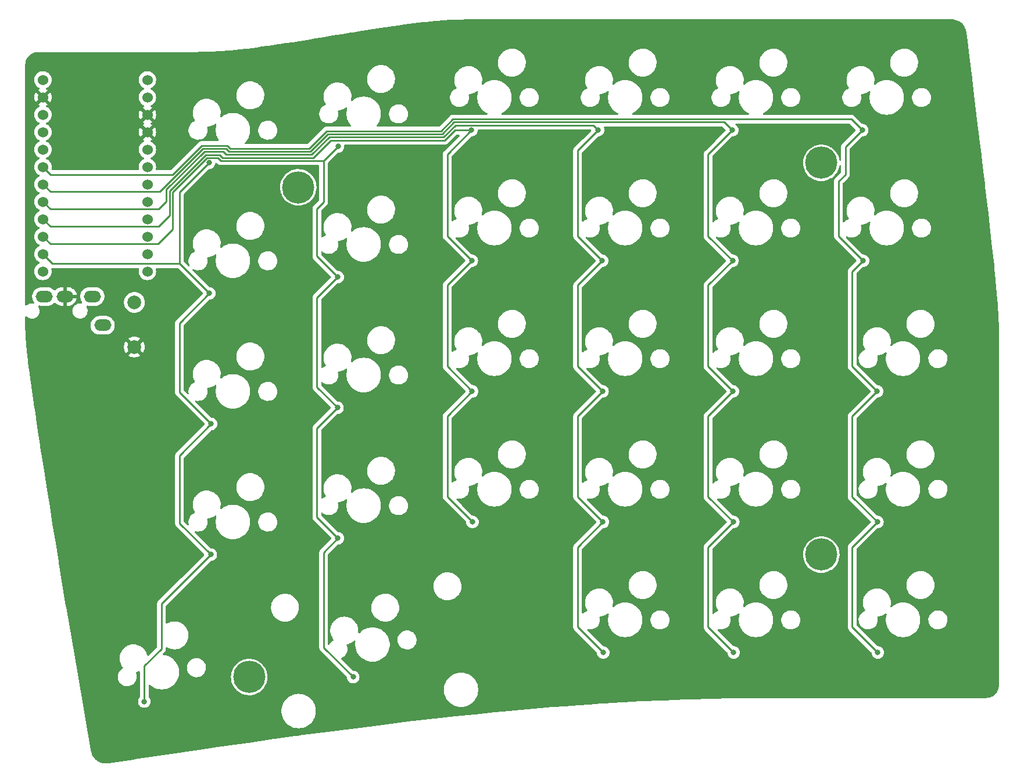
<source format=gbr>
%TF.GenerationSoftware,KiCad,Pcbnew,(6.0.4)*%
%TF.CreationDate,2022-10-11T17:37:43-05:00*%
%TF.ProjectId,GummyKey_Right,47756d6d-794b-4657-995f-52696768742e,rev?*%
%TF.SameCoordinates,Original*%
%TF.FileFunction,Copper,L1,Top*%
%TF.FilePolarity,Positive*%
%FSLAX46Y46*%
G04 Gerber Fmt 4.6, Leading zero omitted, Abs format (unit mm)*
G04 Created by KiCad (PCBNEW (6.0.4)) date 2022-10-11 17:37:43*
%MOMM*%
%LPD*%
G01*
G04 APERTURE LIST*
%TA.AperFunction,ComponentPad*%
%ADD10C,4.700000*%
%TD*%
%TA.AperFunction,ComponentPad*%
%ADD11C,1.524000*%
%TD*%
%TA.AperFunction,ComponentPad*%
%ADD12C,2.000000*%
%TD*%
%TA.AperFunction,ComponentPad*%
%ADD13O,2.500000X1.700000*%
%TD*%
%TA.AperFunction,ViaPad*%
%ADD14C,0.800000*%
%TD*%
%TA.AperFunction,Conductor*%
%ADD15C,0.250000*%
%TD*%
G04 APERTURE END LIST*
D10*
%TO.P,TH3,*%
%TO.N,*%
X107156250Y-139303125D03*
%TD*%
%TO.P,TH3,*%
%TO.N,*%
X114300000Y-67865625D03*
%TD*%
%TO.P,TH3,*%
%TO.N,*%
X190500000Y-64293750D03*
%TD*%
%TO.P,TH3,*%
%TO.N,*%
X190500000Y-121443750D03*
%TD*%
D11*
%TO.P,U1,1,TX(PD3)*%
%TO.N,unconnected-(U1-Pad1)*%
X92323900Y-52197000D03*
%TO.P,U1,2,RX(PD2)*%
%TO.N,unconnected-(U1-Pad2)*%
X92323900Y-54737000D03*
%TO.P,U1,3,GND*%
%TO.N,GND*%
X92323900Y-57277000D03*
%TO.P,U1,4,GND*%
X92323900Y-59817000D03*
%TO.P,U1,5,SDA(PD1)*%
%TO.N,/SDA*%
X92323900Y-62357000D03*
%TO.P,U1,6,SCL(PD0)*%
%TO.N,/SCL*%
X92323900Y-64897000D03*
%TO.P,U1,7,D4(PD4)*%
%TO.N,unconnected-(U1-Pad7)*%
X92323900Y-67437000D03*
%TO.P,U1,8,D5(PC6)*%
%TO.N,/ROW0*%
X92323900Y-69977000D03*
%TO.P,U1,9,D6(PD7)*%
%TO.N,/ROW1*%
X92323900Y-72517000D03*
%TO.P,U1,10,D7(PE6)*%
%TO.N,/ROW2*%
X92323900Y-75057000D03*
%TO.P,U1,11,D8(PB4)*%
%TO.N,/ROW3*%
X92323900Y-77597000D03*
%TO.P,U1,12,D9(PB5)*%
%TO.N,/ROW4*%
X92323900Y-80137000D03*
%TO.P,U1,13,D10(PB6)*%
%TO.N,unconnected-(U1-Pad13)*%
X77103900Y-80137000D03*
%TO.P,U1,14,D16(PB2)*%
%TO.N,/COL5*%
X77103900Y-77597000D03*
%TO.P,U1,15,D14(PB3)*%
%TO.N,/COL4*%
X77103900Y-75057000D03*
%TO.P,U1,16,D15(PB1)*%
%TO.N,/COL3*%
X77103900Y-72517000D03*
%TO.P,U1,17,A0(PF7)*%
%TO.N,/COL2*%
X77103900Y-69977000D03*
%TO.P,U1,18,A1(PF6)*%
%TO.N,/COL1*%
X77103900Y-67437000D03*
%TO.P,U1,19,A2(PF5)*%
%TO.N,/COL0*%
X77103900Y-64897000D03*
%TO.P,U1,20,A3(PF4)*%
%TO.N,unconnected-(U1-Pad20)*%
X77103900Y-62357000D03*
%TO.P,U1,21,VCC*%
%TO.N,VCC*%
X77103900Y-59817000D03*
%TO.P,U1,22,RST*%
%TO.N,/RESET*%
X77103900Y-57277000D03*
%TO.P,U1,23,GND*%
%TO.N,GND*%
X77103900Y-54737000D03*
%TO.P,U1,24,RAW*%
%TO.N,unconnected-(U1-Pad24)*%
X77103900Y-52197000D03*
%TD*%
D12*
%TO.P,SW1,1,1*%
%TO.N,/RESET*%
X90418750Y-84656250D03*
%TO.P,SW1,2,2*%
%TO.N,GND*%
X90418750Y-91156250D03*
%TD*%
D13*
%TO.P,J1,1*%
%TO.N,VCC*%
X84300000Y-83800000D03*
%TO.P,J1,2*%
%TO.N,GND*%
X80300000Y-83800000D03*
%TO.P,J1,3*%
%TO.N,/SDA*%
X77300000Y-83800000D03*
%TO.P,J1,4*%
%TO.N,/SCL*%
X85800000Y-88000000D03*
%TD*%
D14*
%TO.N,GND*%
X214312500Y-88106250D03*
X190500000Y-83343750D03*
X171450000Y-83343750D03*
X152400000Y-83343750D03*
X133350000Y-85725000D03*
X114300000Y-88106250D03*
X135731250Y-46434375D03*
X207168750Y-46434375D03*
X211931250Y-138112500D03*
X152400000Y-140493750D03*
X88106250Y-147637500D03*
X78581250Y-91678125D03*
%TO.N,/COL0*%
X196468750Y-59531250D03*
X196581250Y-78581250D03*
X198631250Y-97631250D03*
X198681250Y-116681250D03*
X198731250Y-135731250D03*
%TO.N,/COL1*%
X177731250Y-135731250D03*
X177681250Y-116681250D03*
X177631250Y-97631250D03*
%TO.N,/COL2*%
X158000000Y-59500000D03*
%TO.N,/COL1*%
X177531250Y-59531250D03*
X177581250Y-78581250D03*
%TO.N,/COL2*%
X158581250Y-78581250D03*
X158631250Y-97631250D03*
X158681250Y-116681250D03*
X158731250Y-135731250D03*
%TO.N,/COL3*%
X139681250Y-116681250D03*
X139631250Y-97631250D03*
X139581250Y-78581250D03*
X139531250Y-59531250D03*
%TO.N,/COL4*%
X122303125Y-139303125D03*
X120062500Y-119062500D03*
X120012500Y-100012500D03*
X120037500Y-80962500D03*
X120087500Y-61912500D03*
%TO.N,/COL5*%
X101293750Y-64293750D03*
X101343750Y-83343750D03*
X101606250Y-102393750D03*
X101556250Y-121443750D03*
X91875000Y-142875000D03*
%TD*%
D15*
%TO.N,/COL4*%
X116000000Y-64000000D02*
X118000000Y-64000000D01*
X118000000Y-70000000D02*
X118000000Y-64000000D01*
X117000000Y-71000000D02*
X118000000Y-70000000D01*
X118000000Y-64000000D02*
X120087500Y-61912500D01*
X117000000Y-77925000D02*
X117000000Y-71000000D01*
%TO.N,/COL0*%
X194000000Y-66000000D02*
X193000000Y-67000000D01*
X194000000Y-62000000D02*
X194000000Y-66000000D01*
X194000000Y-62000000D02*
X196468750Y-59531250D01*
X193000000Y-75000000D02*
X193000000Y-67000000D01*
X194845199Y-57907699D02*
X196468750Y-59531250D01*
X136820867Y-57907699D02*
X194845199Y-57907699D01*
X135077124Y-59651440D02*
X136820867Y-57907699D01*
X118441408Y-59651440D02*
X135077124Y-59651440D01*
X115890928Y-62201920D02*
X118441408Y-59651440D01*
X103965518Y-61771159D02*
X104396279Y-62201920D01*
X104396279Y-62201920D02*
X115890928Y-62201920D01*
X100228841Y-61771159D02*
X103965518Y-61771159D01*
X96000000Y-66000000D02*
X100228841Y-61771159D01*
X78206900Y-66000000D02*
X96000000Y-66000000D01*
X77103900Y-64897000D02*
X78206900Y-66000000D01*
%TO.N,/COL1*%
X78190411Y-68523511D02*
X77103900Y-67437000D01*
X94132221Y-68523511D02*
X78190411Y-68523511D01*
X100435056Y-62220679D02*
X94132221Y-68523511D01*
X103779321Y-62220679D02*
X100435056Y-62220679D01*
X135263322Y-60100960D02*
X118627606Y-60100960D01*
X118627606Y-60100960D02*
X116077126Y-62651440D01*
X137007064Y-58357219D02*
X135263322Y-60100960D01*
X104210082Y-62651440D02*
X103779321Y-62220679D01*
X116077126Y-62651440D02*
X104210082Y-62651440D01*
X176357219Y-58357219D02*
X137007064Y-58357219D01*
X177531250Y-59531250D02*
X176357219Y-58357219D01*
%TO.N,/COL2*%
X78190411Y-71063511D02*
X77103900Y-69977000D01*
X93936489Y-71063511D02*
X78190411Y-71063511D01*
X95100960Y-69899040D02*
X93936489Y-71063511D01*
X95100960Y-68190490D02*
X95100960Y-69899040D01*
X100621253Y-62670199D02*
X95100960Y-68190490D01*
X116263322Y-63100960D02*
X103760562Y-63100960D01*
X103760562Y-63100960D02*
X103329801Y-62670199D01*
X135449520Y-60550480D02*
X118813803Y-60550480D01*
X137193261Y-58806739D02*
X135449520Y-60550480D01*
X103329801Y-62670199D02*
X100621253Y-62670199D01*
X157306739Y-58806739D02*
X137193261Y-58806739D01*
X118813803Y-60550480D02*
X116263322Y-63100960D01*
X158000000Y-59500000D02*
X157306739Y-58806739D01*
%TO.N,/COL3*%
X137104468Y-59531250D02*
X139531250Y-59531250D01*
X135635718Y-61000000D02*
X137104468Y-59531250D01*
X119000000Y-61000000D02*
X135635718Y-61000000D01*
X116449520Y-63550480D02*
X119000000Y-61000000D01*
X103311042Y-63550480D02*
X116449520Y-63550480D01*
X102880281Y-63119719D02*
X103311042Y-63550480D01*
X95550480Y-68376688D02*
X100807450Y-63119719D01*
X100807450Y-63119719D02*
X102880281Y-63119719D01*
X93946969Y-73603511D02*
X95550480Y-72000000D01*
X77103900Y-72517000D02*
X78190411Y-73603511D01*
X78190411Y-73603511D02*
X93946969Y-73603511D01*
X95550480Y-72000000D02*
X95550480Y-68376688D01*
%TO.N,/COL4*%
X102569239Y-63569239D02*
X103000000Y-64000000D01*
X103000000Y-64000000D02*
X116000000Y-64000000D01*
X100993647Y-63569239D02*
X102569239Y-63569239D01*
X96000000Y-74000000D02*
X96000000Y-68562886D01*
X78190411Y-76143511D02*
X93856489Y-76143511D01*
X77103900Y-75057000D02*
X78190411Y-76143511D01*
X93856489Y-76143511D02*
X96000000Y-74000000D01*
X96000000Y-68562886D02*
X100993647Y-63569239D01*
%TO.N,/COL5*%
X78506900Y-79000000D02*
X97000000Y-79000000D01*
X77103900Y-77597000D02*
X78506900Y-79000000D01*
%TO.N,/COL0*%
X196581250Y-78581250D02*
X193000000Y-75000000D01*
X195000000Y-80162500D02*
X196581250Y-78581250D01*
X195000000Y-94000000D02*
X195000000Y-80162500D01*
X198631250Y-97631250D02*
X195000000Y-94000000D01*
X195000000Y-101262500D02*
X198631250Y-97631250D01*
X195000000Y-113000000D02*
X195000000Y-101262500D01*
X198681250Y-116681250D02*
X195000000Y-113000000D01*
X195000000Y-120362500D02*
X198681250Y-116681250D01*
X195000000Y-132000000D02*
X195000000Y-120362500D01*
X198731250Y-135731250D02*
X195000000Y-132000000D01*
%TO.N,/COL1*%
X174000000Y-63062500D02*
X177531250Y-59531250D01*
X174000000Y-75000000D02*
X174000000Y-63062500D01*
X177581250Y-78581250D02*
X174000000Y-75000000D01*
X174000000Y-82162500D02*
X177581250Y-78581250D01*
X174000000Y-94000000D02*
X174000000Y-82162500D01*
X177631250Y-97631250D02*
X174000000Y-94000000D01*
X174000000Y-101262500D02*
X177631250Y-97631250D01*
X174000000Y-113000000D02*
X174000000Y-101262500D01*
X177681250Y-116681250D02*
X174000000Y-113000000D01*
X174000000Y-132000000D02*
X174000000Y-120362500D01*
X174000000Y-120362500D02*
X177681250Y-116681250D01*
X177731250Y-135731250D02*
X174000000Y-132000000D01*
%TO.N,/COL2*%
X155000000Y-75000000D02*
X155000000Y-62500000D01*
X158581250Y-78581250D02*
X155000000Y-75000000D01*
X155000000Y-62500000D02*
X158000000Y-59500000D01*
X155000000Y-82162500D02*
X158581250Y-78581250D01*
X155000000Y-94000000D02*
X155000000Y-82162500D01*
X158631250Y-97631250D02*
X155000000Y-94000000D01*
X155000000Y-101262500D02*
X158631250Y-97631250D01*
X155000000Y-113000000D02*
X155000000Y-101262500D01*
X158681250Y-116681250D02*
X155000000Y-113000000D01*
X155000000Y-120362500D02*
X158681250Y-116681250D01*
X155000000Y-132000000D02*
X155000000Y-120362500D01*
X158731250Y-135731250D02*
X155000000Y-132000000D01*
%TO.N,/COL3*%
X136000000Y-75000000D02*
X136000000Y-63062500D01*
X136000000Y-63062500D02*
X139531250Y-59531250D01*
X139581250Y-78581250D02*
X136000000Y-75000000D01*
X136000000Y-94000000D02*
X136000000Y-82162500D01*
X139631250Y-97631250D02*
X136000000Y-94000000D01*
X136000000Y-82162500D02*
X139581250Y-78581250D01*
X136000000Y-101262500D02*
X139631250Y-97631250D01*
X136000000Y-113000000D02*
X136000000Y-101262500D01*
X139681250Y-116681250D02*
X136000000Y-113000000D01*
%TO.N,/COL4*%
X118000000Y-121125000D02*
X120062500Y-119062500D01*
X118000000Y-135000000D02*
X118000000Y-121125000D01*
X122303125Y-139303125D02*
X118000000Y-135000000D01*
X120037500Y-80962500D02*
X117000000Y-77925000D01*
X117000000Y-84000000D02*
X120037500Y-80962500D01*
X117000000Y-97000000D02*
X117000000Y-84000000D01*
X120012500Y-100012500D02*
X117000000Y-97000000D01*
X117000000Y-103025000D02*
X120012500Y-100012500D01*
X117000000Y-116000000D02*
X117000000Y-103025000D01*
X120062500Y-119062500D02*
X117000000Y-116000000D01*
%TO.N,/COL5*%
X97000000Y-68587500D02*
X101293750Y-64293750D01*
X101343750Y-83343750D02*
X97000000Y-79000000D01*
X97000000Y-79000000D02*
X97000000Y-68587500D01*
X97000000Y-87687500D02*
X101343750Y-83343750D01*
X97000000Y-97787500D02*
X97000000Y-87687500D01*
X101606250Y-102393750D02*
X97000000Y-97787500D01*
X97000000Y-107000000D02*
X101606250Y-102393750D01*
X97000000Y-116887500D02*
X97000000Y-107000000D01*
X101556250Y-121443750D02*
X97000000Y-116887500D01*
X94376681Y-128623319D02*
X101556250Y-121443750D01*
X91875000Y-137697370D02*
X94376681Y-135195689D01*
X91875000Y-142875000D02*
X91875000Y-137697370D01*
X94376681Y-135195689D02*
X94376681Y-128623319D01*
%TD*%
%TA.AperFunction,Conductor*%
%TO.N,GND*%
G36*
X209689704Y-43372313D02*
G01*
X209689754Y-43371716D01*
X209698697Y-43372459D01*
X209707450Y-43374464D01*
X209723932Y-43373485D01*
X209748436Y-43374422D01*
X209904654Y-43395747D01*
X209971084Y-43404815D01*
X209987114Y-43408076D01*
X210229504Y-43474017D01*
X210244970Y-43479324D01*
X210476774Y-43576119D01*
X210491411Y-43583380D01*
X210708727Y-43709399D01*
X210722312Y-43718505D01*
X210921450Y-43871608D01*
X210933747Y-43882402D01*
X211111369Y-44060021D01*
X211122161Y-44072315D01*
X211258914Y-44250177D01*
X211275269Y-44271449D01*
X211284376Y-44285036D01*
X211333812Y-44370282D01*
X211410396Y-44502342D01*
X211417666Y-44516995D01*
X211514463Y-44748793D01*
X211519767Y-44764247D01*
X211528214Y-44795293D01*
X211585716Y-45006644D01*
X211588977Y-45022677D01*
X211618374Y-45237988D01*
X211619007Y-45262378D01*
X211619151Y-45264841D01*
X211618400Y-45273790D01*
X211620190Y-45282586D01*
X211620190Y-45282589D01*
X211628177Y-45321839D01*
X211629738Y-45331366D01*
X211779530Y-46532114D01*
X212059404Y-48775619D01*
X212462361Y-52020069D01*
X212464904Y-52040546D01*
X212464891Y-52040625D01*
X212464913Y-52040622D01*
X212844447Y-55111776D01*
X212844434Y-55111778D01*
X212844457Y-55111859D01*
X213198423Y-57992385D01*
X213520738Y-60632270D01*
X213528301Y-60694217D01*
X213528282Y-60694330D01*
X213528314Y-60694326D01*
X213829197Y-63176781D01*
X213834313Y-63218994D01*
X213834328Y-63219119D01*
X214117949Y-65578797D01*
X214117927Y-65578800D01*
X214117966Y-65578937D01*
X214319963Y-67275675D01*
X214379531Y-67776030D01*
X214379550Y-67776190D01*
X214619703Y-69815675D01*
X214620367Y-69821315D01*
X214841010Y-71718928D01*
X215042499Y-73477276D01*
X215225674Y-75103045D01*
X215391395Y-76603110D01*
X215540133Y-77980699D01*
X215540446Y-77983600D01*
X215540484Y-77983956D01*
X215673878Y-79253164D01*
X215673920Y-79253571D01*
X215728959Y-79794128D01*
X215792452Y-80417713D01*
X215897063Y-81484429D01*
X215988513Y-82459508D01*
X215988569Y-82460110D01*
X216064756Y-83316967D01*
X216067787Y-83351059D01*
X216067838Y-83351651D01*
X216133152Y-84134868D01*
X216135699Y-84165416D01*
X216135751Y-84166066D01*
X216191852Y-84892961D01*
X216193143Y-84909694D01*
X216193197Y-84910422D01*
X216217652Y-85258553D01*
X216240980Y-85590641D01*
X216241044Y-85591596D01*
X216244213Y-85642208D01*
X216276498Y-86157792D01*
X216280127Y-86215752D01*
X216280181Y-86216686D01*
X216309984Y-86764968D01*
X216311436Y-86791677D01*
X216311490Y-86792753D01*
X216318092Y-86937441D01*
X216335797Y-87325480D01*
X216335843Y-87326607D01*
X216354094Y-87824408D01*
X216354130Y-87825521D01*
X216357345Y-87941105D01*
X216367199Y-88295403D01*
X216367203Y-88295556D01*
X216367226Y-88296510D01*
X216374652Y-88677264D01*
X216375999Y-88746319D01*
X216376014Y-88747219D01*
X216376829Y-88814072D01*
X216381342Y-89183982D01*
X216381348Y-89184717D01*
X216382362Y-89343920D01*
X216383906Y-89586278D01*
X216384088Y-89614920D01*
X216384091Y-89615427D01*
X216385104Y-90047540D01*
X216385104Y-90047793D01*
X216385120Y-90096597D01*
X216385243Y-90465292D01*
X216385250Y-90487872D01*
X216385250Y-140444380D01*
X216383749Y-140463767D01*
X216380059Y-140487463D01*
X216381223Y-140496366D01*
X216382189Y-140503754D01*
X216382982Y-140528331D01*
X216369764Y-140729941D01*
X216367613Y-140746281D01*
X216323040Y-140970351D01*
X216318775Y-140986266D01*
X216301152Y-141038182D01*
X216245339Y-141202596D01*
X216239032Y-141217823D01*
X216137987Y-141422721D01*
X216129746Y-141436994D01*
X216002825Y-141626946D01*
X215992800Y-141640012D01*
X215842157Y-141811790D01*
X215830514Y-141823433D01*
X215658750Y-141974069D01*
X215645675Y-141984102D01*
X215571582Y-142033612D01*
X215455720Y-142111032D01*
X215441459Y-142119265D01*
X215337710Y-142170432D01*
X215236558Y-142220317D01*
X215221332Y-142226624D01*
X215005005Y-142300064D01*
X214989086Y-142304330D01*
X214765025Y-142348907D01*
X214748685Y-142351059D01*
X214661828Y-142356756D01*
X214554461Y-142363797D01*
X214530328Y-142362723D01*
X214527626Y-142362690D01*
X214518754Y-142361309D01*
X214509855Y-142362473D01*
X214509853Y-142362473D01*
X214487203Y-142365436D01*
X214470861Y-142366500D01*
X184786175Y-142366500D01*
X184785664Y-142366481D01*
X184785088Y-142366393D01*
X184746260Y-142366500D01*
X184710362Y-142366500D01*
X184709780Y-142366583D01*
X184709279Y-142366602D01*
X184387664Y-142367488D01*
X182226840Y-142373443D01*
X182225753Y-142373407D01*
X182224565Y-142373232D01*
X182221323Y-142373259D01*
X182221312Y-142373259D01*
X182187177Y-142373548D01*
X182186678Y-142373552D01*
X182185964Y-142373556D01*
X182184859Y-142373559D01*
X182154539Y-142373642D01*
X182154534Y-142373642D01*
X182151328Y-142373651D01*
X182150147Y-142373823D01*
X182149045Y-142373869D01*
X181595990Y-142378534D01*
X179682344Y-142394676D01*
X179681225Y-142394645D01*
X179679993Y-142394471D01*
X179676634Y-142394519D01*
X179676629Y-142394519D01*
X179642426Y-142395009D01*
X179641686Y-142395018D01*
X179623041Y-142395176D01*
X179606868Y-142395312D01*
X179605638Y-142395498D01*
X179604476Y-142395553D01*
X177474448Y-142426077D01*
X177148969Y-142430741D01*
X177147779Y-142430716D01*
X177146512Y-142430545D01*
X177143070Y-142430615D01*
X177143058Y-142430615D01*
X177108780Y-142431315D01*
X177108015Y-142431328D01*
X177079546Y-142431736D01*
X177073488Y-142431823D01*
X177072227Y-142432022D01*
X177071036Y-142432085D01*
X174621783Y-142482082D01*
X174620576Y-142482064D01*
X174619272Y-142481896D01*
X174600751Y-142482390D01*
X174581702Y-142482897D01*
X174580918Y-142482916D01*
X174549840Y-142483550D01*
X174549827Y-142483551D01*
X174546335Y-142483622D01*
X174545044Y-142483834D01*
X174543811Y-142483907D01*
X173810632Y-142503444D01*
X172095986Y-142549134D01*
X172094753Y-142549123D01*
X172093424Y-142548961D01*
X172089818Y-142549080D01*
X172089816Y-142549080D01*
X172055848Y-142550201D01*
X172055048Y-142550225D01*
X172024122Y-142551049D01*
X172020557Y-142551144D01*
X172019239Y-142551369D01*
X172018003Y-142551450D01*
X170233427Y-142610337D01*
X169566724Y-142632336D01*
X169565456Y-142632333D01*
X169564114Y-142632178D01*
X169560486Y-142632321D01*
X169560478Y-142632321D01*
X169526483Y-142633661D01*
X169525679Y-142633690D01*
X169501548Y-142634487D01*
X169491301Y-142634825D01*
X169489971Y-142635060D01*
X169488711Y-142635151D01*
X167029110Y-142732125D01*
X167027844Y-142732130D01*
X167026492Y-142731983D01*
X167022856Y-142732150D01*
X167022824Y-142732150D01*
X166988847Y-142733710D01*
X166988123Y-142733741D01*
X166953716Y-142735098D01*
X166952382Y-142735343D01*
X166951101Y-142735443D01*
X164478340Y-142848940D01*
X164477057Y-142848953D01*
X164475708Y-142848815D01*
X164472062Y-142849006D01*
X164472055Y-142849006D01*
X164438041Y-142850787D01*
X164437233Y-142850826D01*
X164426032Y-142851341D01*
X164402955Y-142852400D01*
X164401621Y-142852654D01*
X164400361Y-142852761D01*
X162650073Y-142944431D01*
X161909515Y-142983217D01*
X161908262Y-142983238D01*
X161906911Y-142983109D01*
X161869276Y-142985323D01*
X161868485Y-142985367D01*
X161834163Y-142987164D01*
X161832845Y-142987424D01*
X161831583Y-142987539D01*
X159547858Y-143121861D01*
X159317811Y-143135392D01*
X159316581Y-143135421D01*
X159315248Y-143135301D01*
X159311663Y-143135535D01*
X159311650Y-143135535D01*
X159277815Y-143137741D01*
X159277018Y-143137791D01*
X159258294Y-143138892D01*
X159242491Y-143139822D01*
X159241181Y-143140089D01*
X159239931Y-143140211D01*
X158381770Y-143196157D01*
X156698381Y-143305901D01*
X156697175Y-143305937D01*
X156695869Y-143305828D01*
X156692347Y-143306080D01*
X156692337Y-143306080D01*
X156670448Y-143307645D01*
X156658432Y-143308504D01*
X156657754Y-143308550D01*
X156623088Y-143310810D01*
X156621797Y-143311081D01*
X156620568Y-143311209D01*
X155291050Y-143406226D01*
X154046391Y-143495178D01*
X154045198Y-143495221D01*
X154043916Y-143495122D01*
X154026523Y-143496472D01*
X154006350Y-143498037D01*
X154005586Y-143498094D01*
X153989415Y-143499250D01*
X153971099Y-143500559D01*
X153969839Y-143500833D01*
X153968655Y-143500963D01*
X153236984Y-143557749D01*
X151356949Y-143703660D01*
X151355783Y-143703709D01*
X151354535Y-143703620D01*
X151316717Y-143706782D01*
X151316078Y-143706833D01*
X151307663Y-143707486D01*
X151285017Y-143709243D01*
X151285010Y-143709244D01*
X151281670Y-143709503D01*
X151280452Y-143709775D01*
X151279302Y-143709909D01*
X148625178Y-143931783D01*
X148624078Y-143931836D01*
X148622869Y-143931757D01*
X148585348Y-143935111D01*
X148584747Y-143935164D01*
X148576387Y-143935863D01*
X148553204Y-143937800D01*
X148553192Y-143937802D01*
X148549944Y-143938073D01*
X148548765Y-143938344D01*
X148547643Y-143938481D01*
X145846279Y-144179978D01*
X145845222Y-144180034D01*
X145844058Y-144179965D01*
X145840891Y-144180266D01*
X145840889Y-144180266D01*
X145825507Y-144181727D01*
X145806514Y-144183532D01*
X145805854Y-144183593D01*
X145771065Y-144186703D01*
X145769925Y-144186972D01*
X145768846Y-144187110D01*
X144975848Y-144262443D01*
X143015383Y-144448680D01*
X143014358Y-144448740D01*
X143013239Y-144448679D01*
X142975365Y-144452480D01*
X142974931Y-144452523D01*
X142959500Y-144453989D01*
X142943220Y-144455535D01*
X142943214Y-144455536D01*
X142940170Y-144455825D01*
X142939078Y-144456089D01*
X142938057Y-144456225D01*
X140127583Y-144738325D01*
X140126623Y-144738387D01*
X140125551Y-144738334D01*
X140087741Y-144742323D01*
X140087413Y-144742357D01*
X140075790Y-144743524D01*
X140055324Y-144745578D01*
X140055314Y-144745579D01*
X140052399Y-144745872D01*
X140051353Y-144746131D01*
X140050381Y-144746266D01*
X137178074Y-145049343D01*
X137177149Y-145049407D01*
X137176128Y-145049362D01*
X137173322Y-145049672D01*
X137173319Y-145049672D01*
X137138157Y-145053554D01*
X137137553Y-145053619D01*
X137131213Y-145054288D01*
X137102889Y-145057277D01*
X137101894Y-145057528D01*
X137100994Y-145057658D01*
X134264200Y-145370882D01*
X134161935Y-145382174D01*
X134161073Y-145382238D01*
X134160103Y-145382199D01*
X134122046Y-145386578D01*
X134121750Y-145386611D01*
X134113625Y-145387508D01*
X134089432Y-145390179D01*
X134089418Y-145390181D01*
X134086774Y-145390473D01*
X134085839Y-145390714D01*
X134084967Y-145390844D01*
X131074348Y-145737246D01*
X131073522Y-145737311D01*
X131072609Y-145737278D01*
X131034333Y-145741850D01*
X131034185Y-145741867D01*
X131025922Y-145742818D01*
X131001702Y-145745604D01*
X131001686Y-145745606D01*
X130999187Y-145745894D01*
X130998301Y-145746127D01*
X130997504Y-145746249D01*
X129036748Y-145980457D01*
X127910402Y-146114997D01*
X127909637Y-146115060D01*
X127908774Y-146115033D01*
X127906383Y-146115329D01*
X127906377Y-146115329D01*
X127870587Y-146119752D01*
X127870078Y-146119814D01*
X127837617Y-146123691D01*
X127837611Y-146123692D01*
X127835258Y-146123973D01*
X127834430Y-146124195D01*
X127833674Y-146124314D01*
X124665243Y-146515861D01*
X124664536Y-146515922D01*
X124663730Y-146515900D01*
X124661490Y-146516185D01*
X124661484Y-146516186D01*
X124625728Y-146520743D01*
X124625253Y-146520803D01*
X124592345Y-146524870D01*
X124590120Y-146525145D01*
X124589345Y-146525355D01*
X124588630Y-146525471D01*
X122673169Y-146769596D01*
X121334003Y-146940272D01*
X121333361Y-146940330D01*
X121332605Y-146940312D01*
X121298767Y-146944747D01*
X121294649Y-146945287D01*
X121294203Y-146945345D01*
X121258901Y-146949844D01*
X121258173Y-146950044D01*
X121257510Y-146950154D01*
X119918343Y-147125675D01*
X117911827Y-147388663D01*
X117911222Y-147388720D01*
X117910523Y-147388705D01*
X117876806Y-147393238D01*
X117872693Y-147393791D01*
X117872277Y-147393847D01*
X117838692Y-147398248D01*
X117838680Y-147398250D01*
X117836727Y-147398506D01*
X117836050Y-147398695D01*
X117835439Y-147398799D01*
X114393826Y-147861469D01*
X114393263Y-147861524D01*
X114392615Y-147861512D01*
X114354184Y-147866798D01*
X114318728Y-147871565D01*
X114318098Y-147871743D01*
X114317552Y-147871837D01*
X113768702Y-147947336D01*
X110775122Y-148359128D01*
X110774610Y-148359179D01*
X110774003Y-148359170D01*
X110772307Y-148359408D01*
X110772299Y-148359409D01*
X110735175Y-148364623D01*
X110734825Y-148364671D01*
X110715791Y-148367290D01*
X110700028Y-148369458D01*
X110699455Y-148369622D01*
X110698948Y-148369711D01*
X107050845Y-148882072D01*
X107050363Y-148882122D01*
X107049814Y-148882115D01*
X107048254Y-148882338D01*
X107048247Y-148882339D01*
X107011586Y-148887586D01*
X107011258Y-148887633D01*
X106975754Y-148892619D01*
X106975226Y-148892772D01*
X106974743Y-148892858D01*
X105073451Y-149164945D01*
X103216115Y-149430741D01*
X103215687Y-149430786D01*
X103215174Y-149430781D01*
X103213724Y-149430992D01*
X103213715Y-149430993D01*
X103176422Y-149436421D01*
X103176125Y-149436464D01*
X103164083Y-149438187D01*
X103141032Y-149441486D01*
X103140543Y-149441629D01*
X103140137Y-149441703D01*
X99266060Y-150005565D01*
X99265672Y-150005606D01*
X99265206Y-150005603D01*
X99263885Y-150005798D01*
X99263878Y-150005799D01*
X99226617Y-150011306D01*
X99226343Y-150011346D01*
X99192310Y-150016299D01*
X99192306Y-150016300D01*
X99190985Y-150016492D01*
X99190538Y-150016623D01*
X99190151Y-150016694D01*
X95195823Y-150606981D01*
X95195456Y-150607021D01*
X95195036Y-150607019D01*
X95156479Y-150612795D01*
X95120740Y-150618077D01*
X95120335Y-150618198D01*
X95119968Y-150618266D01*
X92835695Y-150960486D01*
X91000507Y-151235426D01*
X91000169Y-151235464D01*
X90999788Y-151235462D01*
X90961081Y-151241332D01*
X90960860Y-151241365D01*
X90929927Y-151246000D01*
X90925420Y-151246675D01*
X90925053Y-151246784D01*
X90924726Y-151246846D01*
X90235667Y-151351351D01*
X86687714Y-151889444D01*
X86667258Y-151890859D01*
X86654961Y-151890706D01*
X86654957Y-151890706D01*
X86645981Y-151890595D01*
X86629293Y-151895251D01*
X86605698Y-151899467D01*
X86371963Y-151918574D01*
X86356729Y-151918895D01*
X86095131Y-151908573D01*
X86079970Y-151907053D01*
X85821525Y-151865228D01*
X85806659Y-151861889D01*
X85555157Y-151789176D01*
X85540802Y-151784067D01*
X85299909Y-151681526D01*
X85286276Y-151674721D01*
X85189271Y-151618735D01*
X85059532Y-151543857D01*
X85046819Y-151535457D01*
X84837524Y-151378177D01*
X84825919Y-151368304D01*
X84731527Y-151277606D01*
X84637132Y-151186906D01*
X84626806Y-151175706D01*
X84461301Y-150972852D01*
X84452401Y-150960486D01*
X84327746Y-150763130D01*
X84312590Y-150739136D01*
X84305249Y-150725788D01*
X84254232Y-150618077D01*
X84193181Y-150489183D01*
X84187504Y-150475047D01*
X84104814Y-150226644D01*
X84100884Y-150211922D01*
X84055676Y-149989298D01*
X84053169Y-149962379D01*
X84053170Y-149962335D01*
X84053170Y-149962332D01*
X84053301Y-149953361D01*
X84042247Y-149913400D01*
X84039498Y-149901096D01*
X83100676Y-144424634D01*
X111847729Y-144424634D01*
X111887193Y-144737026D01*
X111965499Y-145042009D01*
X111966952Y-145045678D01*
X111966952Y-145045679D01*
X111970096Y-145053619D01*
X112081413Y-145334773D01*
X112083315Y-145338232D01*
X112083316Y-145338235D01*
X112111873Y-145390179D01*
X112233105Y-145610700D01*
X112418184Y-145865440D01*
X112633731Y-146094974D01*
X112876347Y-146295683D01*
X113142205Y-146464402D01*
X113145784Y-146466086D01*
X113145791Y-146466090D01*
X113423523Y-146596780D01*
X113423527Y-146596782D01*
X113427113Y-146598469D01*
X113726577Y-146695771D01*
X114035875Y-146754773D01*
X114129429Y-146760659D01*
X114269487Y-146769471D01*
X114269503Y-146769472D01*
X114271482Y-146769596D01*
X114428776Y-146769596D01*
X114430755Y-146769472D01*
X114430771Y-146769471D01*
X114570829Y-146760659D01*
X114664383Y-146754773D01*
X114973681Y-146695771D01*
X115273145Y-146598469D01*
X115276731Y-146596782D01*
X115276735Y-146596780D01*
X115554467Y-146466090D01*
X115554474Y-146466086D01*
X115558053Y-146464402D01*
X115823911Y-146295683D01*
X116066527Y-146094974D01*
X116282074Y-145865440D01*
X116467153Y-145610700D01*
X116588386Y-145390179D01*
X116616942Y-145338235D01*
X116616943Y-145338232D01*
X116618845Y-145334773D01*
X116730162Y-145053619D01*
X116733306Y-145045679D01*
X116733306Y-145045678D01*
X116734759Y-145042009D01*
X116813065Y-144737026D01*
X116852529Y-144424634D01*
X116852529Y-144109758D01*
X116813065Y-143797366D01*
X116734759Y-143492383D01*
X116618845Y-143199619D01*
X116586151Y-143140149D01*
X116469062Y-142927164D01*
X116469060Y-142927161D01*
X116467153Y-142923692D01*
X116282074Y-142668952D01*
X116066527Y-142439418D01*
X115823911Y-142238709D01*
X115558053Y-142069990D01*
X115554474Y-142068306D01*
X115554467Y-142068302D01*
X115276735Y-141937612D01*
X115276731Y-141937610D01*
X115273145Y-141935923D01*
X115267812Y-141934190D01*
X115133000Y-141890387D01*
X114973681Y-141838621D01*
X114664383Y-141779619D01*
X114570829Y-141773733D01*
X114430771Y-141764921D01*
X114430755Y-141764920D01*
X114428776Y-141764796D01*
X114271482Y-141764796D01*
X114269503Y-141764920D01*
X114269487Y-141764921D01*
X114129429Y-141773733D01*
X114035875Y-141779619D01*
X113726577Y-141838621D01*
X113567258Y-141890387D01*
X113432447Y-141934190D01*
X113427113Y-141935923D01*
X113423527Y-141937610D01*
X113423523Y-141937612D01*
X113145791Y-142068302D01*
X113145784Y-142068306D01*
X113142205Y-142069990D01*
X112876347Y-142238709D01*
X112633731Y-142439418D01*
X112418184Y-142668952D01*
X112233105Y-142923692D01*
X112231198Y-142927161D01*
X112231196Y-142927164D01*
X112114107Y-143140149D01*
X112081413Y-143199619D01*
X111965499Y-143492383D01*
X111887193Y-143797366D01*
X111847729Y-144109758D01*
X111847729Y-144424634D01*
X83100676Y-144424634D01*
X82076310Y-138449162D01*
X80473469Y-129099254D01*
X80473317Y-129098347D01*
X80453032Y-128974346D01*
X80283808Y-127939923D01*
X79932912Y-125794983D01*
X79932897Y-125794894D01*
X79425739Y-122680807D01*
X79425752Y-122680805D01*
X79425723Y-122680710D01*
X79378475Y-122389155D01*
X78951625Y-119755222D01*
X78951639Y-119755112D01*
X78951608Y-119755117D01*
X78508947Y-117008745D01*
X78508963Y-117008742D01*
X78508928Y-117008628D01*
X78508642Y-117006839D01*
X78096832Y-114436507D01*
X77714007Y-112031140D01*
X77707420Y-111989440D01*
X77359745Y-109788717D01*
X77359720Y-109788559D01*
X77352327Y-109741372D01*
X77032652Y-107701120D01*
X77032676Y-107700938D01*
X77032625Y-107700946D01*
X76731681Y-105762383D01*
X76731651Y-105762188D01*
X76687491Y-105474750D01*
X76455882Y-103967225D01*
X76360584Y-103339594D01*
X76204112Y-102309083D01*
X76204075Y-102308838D01*
X76203449Y-102304655D01*
X75975142Y-100780834D01*
X75862736Y-100019065D01*
X75768045Y-99377346D01*
X75767999Y-99377034D01*
X75581651Y-98091882D01*
X75581600Y-98091528D01*
X75414871Y-96918241D01*
X75414815Y-96917838D01*
X75404567Y-96844013D01*
X75266703Y-95850842D01*
X75135971Y-94882862D01*
X75094925Y-94568965D01*
X75021696Y-94008953D01*
X75021618Y-94008348D01*
X74938223Y-93345663D01*
X74922627Y-93221727D01*
X74922553Y-93221130D01*
X74919873Y-93198827D01*
X74886730Y-92923078D01*
X74837785Y-92515849D01*
X74837692Y-92515047D01*
X74823352Y-92388920D01*
X89550910Y-92388920D01*
X89556637Y-92396570D01*
X89727792Y-92501455D01*
X89736587Y-92505937D01*
X89946738Y-92592984D01*
X89956123Y-92596033D01*
X90177304Y-92649135D01*
X90187051Y-92650678D01*
X90413820Y-92668525D01*
X90423680Y-92668525D01*
X90650449Y-92650678D01*
X90660196Y-92649135D01*
X90881377Y-92596033D01*
X90890762Y-92592984D01*
X91100913Y-92505937D01*
X91109708Y-92501455D01*
X91277195Y-92398818D01*
X91286657Y-92388360D01*
X91282874Y-92379584D01*
X90431562Y-91528272D01*
X90417618Y-91520658D01*
X90415785Y-91520789D01*
X90409170Y-91525040D01*
X89557670Y-92376540D01*
X89550910Y-92388920D01*
X74823352Y-92388920D01*
X74766070Y-91885117D01*
X74765968Y-91884195D01*
X74727810Y-91525040D01*
X74706347Y-91323023D01*
X74706246Y-91322037D01*
X74703407Y-91292974D01*
X74690530Y-91161180D01*
X88906475Y-91161180D01*
X88924322Y-91387949D01*
X88925865Y-91397696D01*
X88978967Y-91618877D01*
X88982016Y-91628262D01*
X89069063Y-91838413D01*
X89073545Y-91847208D01*
X89176182Y-92014695D01*
X89186640Y-92024157D01*
X89195416Y-92020374D01*
X90046728Y-91169062D01*
X90053106Y-91157382D01*
X90783158Y-91157382D01*
X90783289Y-91159215D01*
X90787540Y-91165830D01*
X91639040Y-92017330D01*
X91651420Y-92024090D01*
X91659070Y-92018363D01*
X91763955Y-91847208D01*
X91768437Y-91838413D01*
X91855484Y-91628262D01*
X91858533Y-91618877D01*
X91911635Y-91397696D01*
X91913178Y-91387949D01*
X91931025Y-91161180D01*
X91931025Y-91151320D01*
X91913178Y-90924551D01*
X91911635Y-90914804D01*
X91858533Y-90693623D01*
X91855484Y-90684238D01*
X91768437Y-90474087D01*
X91763955Y-90465292D01*
X91661318Y-90297805D01*
X91650860Y-90288343D01*
X91642084Y-90292126D01*
X90790772Y-91143438D01*
X90783158Y-91157382D01*
X90053106Y-91157382D01*
X90054342Y-91155118D01*
X90054211Y-91153285D01*
X90049960Y-91146670D01*
X89198460Y-90295170D01*
X89186080Y-90288410D01*
X89178430Y-90294137D01*
X89073545Y-90465292D01*
X89069063Y-90474087D01*
X88982016Y-90684238D01*
X88978967Y-90693623D01*
X88925865Y-90914804D01*
X88924322Y-90924551D01*
X88906475Y-91151320D01*
X88906475Y-91161180D01*
X74690530Y-91161180D01*
X74657580Y-90823953D01*
X74657468Y-90822750D01*
X74648026Y-90715466D01*
X74618604Y-90381163D01*
X74618498Y-90379873D01*
X74588345Y-89988758D01*
X74588243Y-89987321D01*
X74587712Y-89979147D01*
X74584134Y-89924140D01*
X89550843Y-89924140D01*
X89554626Y-89932916D01*
X90405938Y-90784228D01*
X90419882Y-90791842D01*
X90421715Y-90791711D01*
X90428330Y-90787460D01*
X91279830Y-89935960D01*
X91286590Y-89923580D01*
X91280863Y-89915930D01*
X91109708Y-89811045D01*
X91100913Y-89806563D01*
X90890762Y-89719516D01*
X90881377Y-89716467D01*
X90660196Y-89663365D01*
X90650449Y-89661822D01*
X90423680Y-89643975D01*
X90413820Y-89643975D01*
X90187051Y-89661822D01*
X90177304Y-89663365D01*
X89956123Y-89716467D01*
X89946738Y-89719516D01*
X89736587Y-89806563D01*
X89727792Y-89811045D01*
X89560305Y-89913682D01*
X89550843Y-89924140D01*
X74584134Y-89924140D01*
X74566339Y-89650534D01*
X74565689Y-89640536D01*
X74565593Y-89638911D01*
X74549490Y-89329659D01*
X74549414Y-89327979D01*
X74538655Y-89049913D01*
X74538603Y-89048278D01*
X74532082Y-88794566D01*
X74532053Y-88793120D01*
X74528691Y-88556567D01*
X74528680Y-88555471D01*
X74527432Y-88329218D01*
X74527430Y-88328625D01*
X74527250Y-88106516D01*
X74527250Y-87935774D01*
X84038102Y-87935774D01*
X84046751Y-88166158D01*
X84094093Y-88391791D01*
X84096051Y-88396750D01*
X84096052Y-88396752D01*
X84162914Y-88566055D01*
X84178776Y-88606221D01*
X84181543Y-88610780D01*
X84181544Y-88610783D01*
X84263790Y-88746319D01*
X84298377Y-88803317D01*
X84301874Y-88807347D01*
X84410144Y-88932117D01*
X84449477Y-88977445D01*
X84453608Y-88980832D01*
X84623627Y-89120240D01*
X84623633Y-89120244D01*
X84627755Y-89123624D01*
X84632391Y-89126263D01*
X84632394Y-89126265D01*
X84750522Y-89193507D01*
X84828114Y-89237675D01*
X85044825Y-89316337D01*
X85050074Y-89317286D01*
X85050077Y-89317287D01*
X85267608Y-89356623D01*
X85267615Y-89356624D01*
X85271692Y-89357361D01*
X85289414Y-89358197D01*
X85294356Y-89358430D01*
X85294363Y-89358430D01*
X85295844Y-89358500D01*
X86257890Y-89358500D01*
X86324809Y-89352822D01*
X86424409Y-89344371D01*
X86424413Y-89344370D01*
X86429720Y-89343920D01*
X86434875Y-89342582D01*
X86434881Y-89342581D01*
X86647703Y-89287343D01*
X86647707Y-89287342D01*
X86652872Y-89286001D01*
X86657738Y-89283809D01*
X86657741Y-89283808D01*
X86858202Y-89193507D01*
X86863075Y-89191312D01*
X87054319Y-89062559D01*
X87067576Y-89049913D01*
X87156849Y-88964750D01*
X87221135Y-88903424D01*
X87358754Y-88718458D01*
X87370145Y-88696055D01*
X87420017Y-88597963D01*
X87463240Y-88512949D01*
X87492515Y-88418671D01*
X87530024Y-88297871D01*
X87531607Y-88292773D01*
X87536684Y-88254469D01*
X87561198Y-88069511D01*
X87561198Y-88069506D01*
X87561898Y-88064226D01*
X87559566Y-88002094D01*
X87553449Y-87839173D01*
X87553249Y-87833842D01*
X87505907Y-87608209D01*
X87494794Y-87580069D01*
X87423185Y-87398744D01*
X87423184Y-87398742D01*
X87421224Y-87393779D01*
X87361648Y-87295600D01*
X87304390Y-87201243D01*
X87301623Y-87196683D01*
X87214755Y-87096576D01*
X87154023Y-87026588D01*
X87154021Y-87026586D01*
X87150523Y-87022555D01*
X87085008Y-86968836D01*
X86976373Y-86879760D01*
X86976367Y-86879756D01*
X86972245Y-86876376D01*
X86967609Y-86873737D01*
X86967606Y-86873735D01*
X86784905Y-86769736D01*
X86771886Y-86762325D01*
X86555175Y-86683663D01*
X86549926Y-86682714D01*
X86549923Y-86682713D01*
X86332392Y-86643377D01*
X86332385Y-86643376D01*
X86328308Y-86642639D01*
X86310586Y-86641803D01*
X86305644Y-86641570D01*
X86305637Y-86641570D01*
X86304156Y-86641500D01*
X85342110Y-86641500D01*
X85296348Y-86645383D01*
X85175591Y-86655629D01*
X85175587Y-86655630D01*
X85170280Y-86656080D01*
X85165125Y-86657418D01*
X85165119Y-86657419D01*
X84952297Y-86712657D01*
X84952293Y-86712658D01*
X84947128Y-86713999D01*
X84942262Y-86716191D01*
X84942259Y-86716192D01*
X84823882Y-86769517D01*
X84736925Y-86808688D01*
X84545681Y-86937441D01*
X84541824Y-86941120D01*
X84541822Y-86941122D01*
X84486369Y-86994022D01*
X84378865Y-87096576D01*
X84241246Y-87281542D01*
X84238830Y-87286293D01*
X84238828Y-87286297D01*
X84203288Y-87356199D01*
X84136760Y-87487051D01*
X84135178Y-87492145D01*
X84135177Y-87492148D01*
X84090000Y-87637642D01*
X84068393Y-87707227D01*
X84067692Y-87712516D01*
X84041121Y-87912999D01*
X84038102Y-87935774D01*
X74527250Y-87935774D01*
X74527250Y-86798397D01*
X74547252Y-86730276D01*
X74600908Y-86683783D01*
X74671182Y-86673679D01*
X74740381Y-86707379D01*
X74809850Y-86773881D01*
X74987548Y-86888620D01*
X75047646Y-86912840D01*
X75178168Y-86965442D01*
X75178171Y-86965443D01*
X75183737Y-86967686D01*
X75391337Y-87008228D01*
X75396899Y-87008500D01*
X75552846Y-87008500D01*
X75710566Y-86993452D01*
X75913534Y-86933908D01*
X75997111Y-86890863D01*
X76096249Y-86839804D01*
X76096252Y-86839802D01*
X76101580Y-86837058D01*
X76267920Y-86706396D01*
X76271852Y-86701865D01*
X76271855Y-86701862D01*
X76402621Y-86551167D01*
X76406552Y-86546637D01*
X76409552Y-86541451D01*
X76409555Y-86541447D01*
X76509467Y-86368742D01*
X76512473Y-86363546D01*
X76581861Y-86163729D01*
X76588135Y-86120460D01*
X76611352Y-85960336D01*
X76611352Y-85960333D01*
X76612213Y-85954396D01*
X76607177Y-85845604D01*
X81387787Y-85845604D01*
X81397567Y-86056899D01*
X81398971Y-86062724D01*
X81398971Y-86062725D01*
X81435851Y-86215752D01*
X81447125Y-86262534D01*
X81449607Y-86267992D01*
X81449608Y-86267996D01*
X81493053Y-86363546D01*
X81534674Y-86455087D01*
X81657054Y-86627611D01*
X81809850Y-86773881D01*
X81987548Y-86888620D01*
X82047646Y-86912840D01*
X82178168Y-86965442D01*
X82178171Y-86965443D01*
X82183737Y-86967686D01*
X82391337Y-87008228D01*
X82396899Y-87008500D01*
X82552846Y-87008500D01*
X82710566Y-86993452D01*
X82913534Y-86933908D01*
X82997111Y-86890863D01*
X83096249Y-86839804D01*
X83096252Y-86839802D01*
X83101580Y-86837058D01*
X83267920Y-86706396D01*
X83271852Y-86701865D01*
X83271855Y-86701862D01*
X83402621Y-86551167D01*
X83406552Y-86546637D01*
X83409552Y-86541451D01*
X83409555Y-86541447D01*
X83509467Y-86368742D01*
X83512473Y-86363546D01*
X83581861Y-86163729D01*
X83588135Y-86120460D01*
X83611352Y-85960336D01*
X83611352Y-85960333D01*
X83612213Y-85954396D01*
X83602433Y-85743101D01*
X83552875Y-85537466D01*
X83530998Y-85489349D01*
X83498084Y-85416959D01*
X83465326Y-85344913D01*
X83446265Y-85318042D01*
X83423167Y-85250908D01*
X83440031Y-85181943D01*
X83491503Y-85133044D01*
X83561241Y-85119735D01*
X83571456Y-85121153D01*
X83767608Y-85156623D01*
X83767615Y-85156624D01*
X83771692Y-85157361D01*
X83789414Y-85158197D01*
X83794356Y-85158430D01*
X83794363Y-85158430D01*
X83795844Y-85158500D01*
X84757890Y-85158500D01*
X84832904Y-85152135D01*
X84924409Y-85144371D01*
X84924413Y-85144370D01*
X84929720Y-85143920D01*
X84934875Y-85142582D01*
X84934881Y-85142581D01*
X85147703Y-85087343D01*
X85147707Y-85087342D01*
X85152872Y-85086001D01*
X85157738Y-85083809D01*
X85157741Y-85083808D01*
X85358202Y-84993507D01*
X85363075Y-84991312D01*
X85554319Y-84862559D01*
X85613034Y-84806548D01*
X85679701Y-84742950D01*
X85721135Y-84703424D01*
X85756234Y-84656250D01*
X88905585Y-84656250D01*
X88924215Y-84892961D01*
X88925369Y-84897768D01*
X88925370Y-84897774D01*
X88941016Y-84962942D01*
X88979645Y-85123844D01*
X88981538Y-85128415D01*
X88981539Y-85128417D01*
X89031417Y-85248833D01*
X89070510Y-85343213D01*
X89073096Y-85347433D01*
X89191991Y-85541452D01*
X89191995Y-85541458D01*
X89194574Y-85545666D01*
X89348781Y-85726219D01*
X89529334Y-85880426D01*
X89533542Y-85883005D01*
X89533548Y-85883009D01*
X89706332Y-85988891D01*
X89731787Y-86004490D01*
X89736357Y-86006383D01*
X89736361Y-86006385D01*
X89946583Y-86093461D01*
X89951156Y-86095355D01*
X90031359Y-86114610D01*
X90177226Y-86149630D01*
X90177232Y-86149631D01*
X90182039Y-86150785D01*
X90418750Y-86169415D01*
X90655461Y-86150785D01*
X90660268Y-86149631D01*
X90660274Y-86149630D01*
X90806141Y-86114610D01*
X90886344Y-86095355D01*
X90890917Y-86093461D01*
X91101139Y-86006385D01*
X91101143Y-86006383D01*
X91105713Y-86004490D01*
X91131168Y-85988891D01*
X91303952Y-85883009D01*
X91303958Y-85883005D01*
X91308166Y-85880426D01*
X91488719Y-85726219D01*
X91642926Y-85545666D01*
X91645505Y-85541458D01*
X91645509Y-85541452D01*
X91764404Y-85347433D01*
X91766990Y-85343213D01*
X91806084Y-85248833D01*
X91855961Y-85128417D01*
X91855962Y-85128415D01*
X91857855Y-85123844D01*
X91896484Y-84962942D01*
X91912130Y-84897774D01*
X91912131Y-84897768D01*
X91913285Y-84892961D01*
X91931915Y-84656250D01*
X91913285Y-84419539D01*
X91888792Y-84317516D01*
X91873814Y-84255129D01*
X91857855Y-84188656D01*
X91836688Y-84137553D01*
X91768885Y-83973861D01*
X91768883Y-83973857D01*
X91766990Y-83969287D01*
X91741627Y-83927899D01*
X91645509Y-83771048D01*
X91645505Y-83771042D01*
X91642926Y-83766834D01*
X91488719Y-83586281D01*
X91308166Y-83432074D01*
X91303958Y-83429495D01*
X91303952Y-83429491D01*
X91109933Y-83310596D01*
X91105713Y-83308010D01*
X91101143Y-83306117D01*
X91101139Y-83306115D01*
X90890917Y-83219039D01*
X90890915Y-83219038D01*
X90886344Y-83217145D01*
X90806141Y-83197890D01*
X90660274Y-83162870D01*
X90660268Y-83162869D01*
X90655461Y-83161715D01*
X90418750Y-83143085D01*
X90182039Y-83161715D01*
X90177232Y-83162869D01*
X90177226Y-83162870D01*
X90031359Y-83197890D01*
X89951156Y-83217145D01*
X89946585Y-83219038D01*
X89946583Y-83219039D01*
X89736361Y-83306115D01*
X89736357Y-83306117D01*
X89731787Y-83308010D01*
X89727567Y-83310596D01*
X89533548Y-83429491D01*
X89533542Y-83429495D01*
X89529334Y-83432074D01*
X89348781Y-83586281D01*
X89194574Y-83766834D01*
X89191995Y-83771042D01*
X89191991Y-83771048D01*
X89095873Y-83927899D01*
X89070510Y-83969287D01*
X89068617Y-83973857D01*
X89068615Y-83973861D01*
X89000812Y-84137553D01*
X88979645Y-84188656D01*
X88963686Y-84255129D01*
X88948709Y-84317516D01*
X88924215Y-84419539D01*
X88905585Y-84656250D01*
X85756234Y-84656250D01*
X85858754Y-84518458D01*
X85861307Y-84513438D01*
X85960822Y-84317704D01*
X85963240Y-84312949D01*
X85970629Y-84289155D01*
X86030024Y-84097871D01*
X86031607Y-84092773D01*
X86040727Y-84023961D01*
X86061198Y-83869511D01*
X86061198Y-83869506D01*
X86061898Y-83864226D01*
X86059610Y-83803266D01*
X86054793Y-83674959D01*
X86053249Y-83633842D01*
X86005907Y-83408209D01*
X85983337Y-83351059D01*
X85923185Y-83198744D01*
X85923184Y-83198742D01*
X85921224Y-83193779D01*
X85896978Y-83153822D01*
X85804390Y-83001243D01*
X85801623Y-82996683D01*
X85798126Y-82992653D01*
X85654023Y-82826588D01*
X85654021Y-82826586D01*
X85650523Y-82822555D01*
X85551693Y-82741519D01*
X85476373Y-82679760D01*
X85476367Y-82679756D01*
X85472245Y-82676376D01*
X85467609Y-82673737D01*
X85467606Y-82673735D01*
X85276529Y-82564968D01*
X85271886Y-82562325D01*
X85055175Y-82483663D01*
X85049926Y-82482714D01*
X85049923Y-82482713D01*
X84832392Y-82443377D01*
X84832385Y-82443376D01*
X84828308Y-82442639D01*
X84810586Y-82441803D01*
X84805644Y-82441570D01*
X84805637Y-82441570D01*
X84804156Y-82441500D01*
X83842110Y-82441500D01*
X83783478Y-82446475D01*
X83675591Y-82455629D01*
X83675587Y-82455630D01*
X83670280Y-82456080D01*
X83665125Y-82457418D01*
X83665119Y-82457419D01*
X83452297Y-82512657D01*
X83452293Y-82512658D01*
X83447128Y-82513999D01*
X83442262Y-82516191D01*
X83442259Y-82516192D01*
X83333980Y-82564968D01*
X83236925Y-82608688D01*
X83045681Y-82737441D01*
X82878865Y-82896576D01*
X82741246Y-83081542D01*
X82636760Y-83287051D01*
X82635178Y-83292145D01*
X82635177Y-83292148D01*
X82597472Y-83413579D01*
X82568393Y-83507227D01*
X82567692Y-83512516D01*
X82540062Y-83720989D01*
X82538102Y-83735774D01*
X82538302Y-83741103D01*
X82538302Y-83741105D01*
X82541334Y-83821855D01*
X82546751Y-83966158D01*
X82547846Y-83971377D01*
X82558597Y-84022616D01*
X82594093Y-84191791D01*
X82596051Y-84196750D01*
X82596052Y-84196752D01*
X82642591Y-84314594D01*
X82678776Y-84406221D01*
X82681543Y-84410780D01*
X82681544Y-84410783D01*
X82795611Y-84598759D01*
X82798377Y-84603317D01*
X82801619Y-84607053D01*
X82825557Y-84673770D01*
X82809598Y-84742950D01*
X82758772Y-84792520D01*
X82689214Y-84806742D01*
X82675625Y-84804849D01*
X82608663Y-84791772D01*
X82603101Y-84791500D01*
X82447154Y-84791500D01*
X82289434Y-84806548D01*
X82086466Y-84866092D01*
X82081139Y-84868836D01*
X82081138Y-84868836D01*
X81903751Y-84960196D01*
X81903748Y-84960198D01*
X81898420Y-84962942D01*
X81732080Y-85093604D01*
X81728148Y-85098135D01*
X81728145Y-85098138D01*
X81655423Y-85181943D01*
X81593448Y-85253363D01*
X81590448Y-85258549D01*
X81590445Y-85258553D01*
X81543312Y-85340026D01*
X81487527Y-85436454D01*
X81418139Y-85636271D01*
X81417278Y-85642206D01*
X81417278Y-85642208D01*
X81400866Y-85755403D01*
X81387787Y-85845604D01*
X76607177Y-85845604D01*
X76602433Y-85743101D01*
X76552875Y-85537466D01*
X76530998Y-85489349D01*
X76498084Y-85416959D01*
X76465326Y-85344913D01*
X76446265Y-85318042D01*
X76423167Y-85250908D01*
X76440031Y-85181943D01*
X76491503Y-85133044D01*
X76561241Y-85119735D01*
X76571456Y-85121153D01*
X76767608Y-85156623D01*
X76767615Y-85156624D01*
X76771692Y-85157361D01*
X76789414Y-85158197D01*
X76794356Y-85158430D01*
X76794363Y-85158430D01*
X76795844Y-85158500D01*
X77757890Y-85158500D01*
X77832904Y-85152135D01*
X77924409Y-85144371D01*
X77924413Y-85144370D01*
X77929720Y-85143920D01*
X77934875Y-85142582D01*
X77934881Y-85142581D01*
X78147703Y-85087343D01*
X78147707Y-85087342D01*
X78152872Y-85086001D01*
X78157738Y-85083809D01*
X78157741Y-85083808D01*
X78358202Y-84993507D01*
X78363075Y-84991312D01*
X78554319Y-84862559D01*
X78613034Y-84806548D01*
X78679701Y-84742950D01*
X78715713Y-84708597D01*
X78778809Y-84676050D01*
X78849485Y-84682781D01*
X78897849Y-84717186D01*
X78946326Y-84773051D01*
X78953958Y-84780472D01*
X79123911Y-84919826D01*
X79132678Y-84925850D01*
X79323682Y-85034576D01*
X79333346Y-85039041D01*
X79539941Y-85114031D01*
X79550208Y-85116802D01*
X79767655Y-85156123D01*
X79775884Y-85157056D01*
X79794402Y-85157930D01*
X79797377Y-85158000D01*
X80027885Y-85158000D01*
X80043124Y-85153525D01*
X80044329Y-85152135D01*
X80046000Y-85144452D01*
X80046000Y-85139885D01*
X80554000Y-85139885D01*
X80558475Y-85155124D01*
X80559865Y-85156329D01*
X80567548Y-85158000D01*
X80755206Y-85158000D01*
X80760515Y-85157775D01*
X80924325Y-85143876D01*
X80934797Y-85142086D01*
X81147535Y-85086870D01*
X81157575Y-85083335D01*
X81357970Y-84993063D01*
X81367256Y-84987894D01*
X81549575Y-84865150D01*
X81557870Y-84858481D01*
X81716900Y-84706772D01*
X81723941Y-84698814D01*
X81855141Y-84522475D01*
X81860745Y-84513438D01*
X81960357Y-84317516D01*
X81964357Y-84307665D01*
X82029534Y-84097760D01*
X82031817Y-84087376D01*
X82033861Y-84071957D01*
X82031665Y-84057793D01*
X82018478Y-84054000D01*
X80572115Y-84054000D01*
X80556876Y-84058475D01*
X80555671Y-84059865D01*
X80554000Y-84067548D01*
X80554000Y-85139885D01*
X80046000Y-85139885D01*
X80046000Y-83527885D01*
X80554000Y-83527885D01*
X80558475Y-83543124D01*
X80559865Y-83544329D01*
X80567548Y-83546000D01*
X82016192Y-83546000D01*
X82029723Y-83542027D01*
X82031248Y-83531420D01*
X82006523Y-83413579D01*
X82003463Y-83403383D01*
X81922737Y-83198971D01*
X81918006Y-83189439D01*
X81803984Y-83001538D01*
X81797720Y-82992948D01*
X81653673Y-82826948D01*
X81646042Y-82819528D01*
X81476089Y-82680174D01*
X81467322Y-82674150D01*
X81276318Y-82565424D01*
X81266654Y-82560959D01*
X81060059Y-82485969D01*
X81049792Y-82483198D01*
X80832345Y-82443877D01*
X80824116Y-82442944D01*
X80805598Y-82442070D01*
X80802623Y-82442000D01*
X80572115Y-82442000D01*
X80556876Y-82446475D01*
X80555671Y-82447865D01*
X80554000Y-82455548D01*
X80554000Y-83527885D01*
X80046000Y-83527885D01*
X80046000Y-82460115D01*
X80041525Y-82444876D01*
X80040135Y-82443671D01*
X80032452Y-82442000D01*
X79844794Y-82442000D01*
X79839485Y-82442225D01*
X79675675Y-82456124D01*
X79665203Y-82457914D01*
X79452465Y-82513130D01*
X79442425Y-82516665D01*
X79242030Y-82606937D01*
X79232744Y-82612106D01*
X79050425Y-82734850D01*
X79042130Y-82741519D01*
X78884979Y-82891435D01*
X78821883Y-82923983D01*
X78751206Y-82917252D01*
X78702842Y-82882847D01*
X78654024Y-82826589D01*
X78654021Y-82826586D01*
X78650523Y-82822555D01*
X78551693Y-82741519D01*
X78476373Y-82679760D01*
X78476367Y-82679756D01*
X78472245Y-82676376D01*
X78467609Y-82673737D01*
X78467606Y-82673735D01*
X78276529Y-82564968D01*
X78271886Y-82562325D01*
X78055175Y-82483663D01*
X78049926Y-82482714D01*
X78049923Y-82482713D01*
X77832392Y-82443377D01*
X77832385Y-82443376D01*
X77828308Y-82442639D01*
X77810586Y-82441803D01*
X77805644Y-82441570D01*
X77805637Y-82441570D01*
X77804156Y-82441500D01*
X76842110Y-82441500D01*
X76783478Y-82446475D01*
X76675591Y-82455629D01*
X76675587Y-82455630D01*
X76670280Y-82456080D01*
X76665125Y-82457418D01*
X76665119Y-82457419D01*
X76452297Y-82512657D01*
X76452293Y-82512658D01*
X76447128Y-82513999D01*
X76442262Y-82516191D01*
X76442259Y-82516192D01*
X76333980Y-82564968D01*
X76236925Y-82608688D01*
X76045681Y-82737441D01*
X75878865Y-82896576D01*
X75741246Y-83081542D01*
X75636760Y-83287051D01*
X75635178Y-83292145D01*
X75635177Y-83292148D01*
X75597472Y-83413579D01*
X75568393Y-83507227D01*
X75567692Y-83512516D01*
X75540062Y-83720989D01*
X75538102Y-83735774D01*
X75538302Y-83741103D01*
X75538302Y-83741105D01*
X75541334Y-83821855D01*
X75546751Y-83966158D01*
X75547846Y-83971377D01*
X75558597Y-84022616D01*
X75594093Y-84191791D01*
X75596051Y-84196750D01*
X75596052Y-84196752D01*
X75642591Y-84314594D01*
X75678776Y-84406221D01*
X75681543Y-84410780D01*
X75681544Y-84410783D01*
X75795611Y-84598759D01*
X75798377Y-84603317D01*
X75801619Y-84607053D01*
X75825557Y-84673770D01*
X75809598Y-84742950D01*
X75758772Y-84792520D01*
X75689214Y-84806742D01*
X75675625Y-84804849D01*
X75608663Y-84791772D01*
X75603101Y-84791500D01*
X75447154Y-84791500D01*
X75289434Y-84806548D01*
X75086466Y-84866092D01*
X75081139Y-84868836D01*
X75081138Y-84868836D01*
X74903751Y-84960196D01*
X74903748Y-84960198D01*
X74898420Y-84962942D01*
X74732080Y-85093604D01*
X74730550Y-85091656D01*
X74676989Y-85119211D01*
X74606320Y-85112401D01*
X74550551Y-85068466D01*
X74527250Y-84995467D01*
X74527250Y-80137000D01*
X75828547Y-80137000D01*
X75847922Y-80358463D01*
X75905460Y-80573196D01*
X75907782Y-80578177D01*
X75907783Y-80578178D01*
X75997086Y-80769689D01*
X75997089Y-80769694D01*
X75999412Y-80774676D01*
X76002568Y-80779183D01*
X76002569Y-80779185D01*
X76099913Y-80918206D01*
X76126923Y-80956781D01*
X76284119Y-81113977D01*
X76288627Y-81117134D01*
X76288630Y-81117136D01*
X76347998Y-81158706D01*
X76466223Y-81241488D01*
X76471205Y-81243811D01*
X76471210Y-81243814D01*
X76662722Y-81333117D01*
X76667704Y-81335440D01*
X76673012Y-81336862D01*
X76673014Y-81336863D01*
X76683897Y-81339779D01*
X76882437Y-81392978D01*
X77103900Y-81412353D01*
X77325363Y-81392978D01*
X77523903Y-81339779D01*
X77534786Y-81336863D01*
X77534788Y-81336862D01*
X77540096Y-81335440D01*
X77545078Y-81333117D01*
X77736590Y-81243814D01*
X77736595Y-81243811D01*
X77741577Y-81241488D01*
X77859802Y-81158706D01*
X77919170Y-81117136D01*
X77919173Y-81117134D01*
X77923681Y-81113977D01*
X78080877Y-80956781D01*
X78107888Y-80918206D01*
X78205231Y-80779185D01*
X78205232Y-80779183D01*
X78208388Y-80774676D01*
X78210711Y-80769694D01*
X78210714Y-80769689D01*
X78300017Y-80578178D01*
X78300018Y-80578177D01*
X78302340Y-80573196D01*
X78359878Y-80358463D01*
X78379253Y-80137000D01*
X78359878Y-79915537D01*
X78358454Y-79910224D01*
X78358453Y-79910216D01*
X78326868Y-79792342D01*
X78328557Y-79721365D01*
X78368350Y-79662569D01*
X78433615Y-79634621D01*
X78468283Y-79635281D01*
X78479011Y-79636980D01*
X78479015Y-79636980D01*
X78486843Y-79638220D01*
X78494735Y-79637474D01*
X78530861Y-79634059D01*
X78542719Y-79633500D01*
X90979287Y-79633500D01*
X91047408Y-79653502D01*
X91093901Y-79707158D01*
X91104005Y-79777432D01*
X91100994Y-79792111D01*
X91097558Y-79804934D01*
X91067922Y-79915537D01*
X91048547Y-80137000D01*
X91067922Y-80358463D01*
X91125460Y-80573196D01*
X91127782Y-80578177D01*
X91127783Y-80578178D01*
X91217086Y-80769689D01*
X91217089Y-80769694D01*
X91219412Y-80774676D01*
X91222568Y-80779183D01*
X91222569Y-80779185D01*
X91319913Y-80918206D01*
X91346923Y-80956781D01*
X91504119Y-81113977D01*
X91508627Y-81117134D01*
X91508630Y-81117136D01*
X91567998Y-81158706D01*
X91686223Y-81241488D01*
X91691205Y-81243811D01*
X91691210Y-81243814D01*
X91882722Y-81333117D01*
X91887704Y-81335440D01*
X91893012Y-81336862D01*
X91893014Y-81336863D01*
X91903897Y-81339779D01*
X92102437Y-81392978D01*
X92323900Y-81412353D01*
X92545363Y-81392978D01*
X92743903Y-81339779D01*
X92754786Y-81336863D01*
X92754788Y-81336862D01*
X92760096Y-81335440D01*
X92765078Y-81333117D01*
X92956590Y-81243814D01*
X92956595Y-81243811D01*
X92961577Y-81241488D01*
X93079802Y-81158706D01*
X93139170Y-81117136D01*
X93139173Y-81117134D01*
X93143681Y-81113977D01*
X93300877Y-80956781D01*
X93327888Y-80918206D01*
X93425231Y-80779185D01*
X93425232Y-80779183D01*
X93428388Y-80774676D01*
X93430711Y-80769694D01*
X93430714Y-80769689D01*
X93520017Y-80578178D01*
X93520018Y-80578177D01*
X93522340Y-80573196D01*
X93579878Y-80358463D01*
X93599253Y-80137000D01*
X93579878Y-79915537D01*
X93550242Y-79804934D01*
X93546806Y-79792111D01*
X93548496Y-79721135D01*
X93588290Y-79662339D01*
X93653554Y-79634391D01*
X93668513Y-79633500D01*
X96685406Y-79633500D01*
X96753527Y-79653502D01*
X96774501Y-79670405D01*
X100358751Y-83254655D01*
X100392777Y-83316967D01*
X100387712Y-83387782D01*
X100358753Y-83432842D01*
X96607747Y-87183848D01*
X96599461Y-87191388D01*
X96592982Y-87195500D01*
X96587557Y-87201277D01*
X96546357Y-87245151D01*
X96543602Y-87247993D01*
X96523865Y-87267730D01*
X96521385Y-87270927D01*
X96513682Y-87279947D01*
X96483414Y-87312179D01*
X96479595Y-87319125D01*
X96479593Y-87319128D01*
X96473652Y-87329934D01*
X96462801Y-87346453D01*
X96450386Y-87362459D01*
X96447241Y-87369728D01*
X96447238Y-87369732D01*
X96432826Y-87403037D01*
X96427609Y-87413687D01*
X96406305Y-87452440D01*
X96404334Y-87460115D01*
X96404334Y-87460116D01*
X96401267Y-87472062D01*
X96394863Y-87490766D01*
X96386819Y-87509355D01*
X96385580Y-87517178D01*
X96385577Y-87517188D01*
X96379901Y-87553024D01*
X96377495Y-87564644D01*
X96374664Y-87575672D01*
X96366500Y-87607470D01*
X96366500Y-87627724D01*
X96364949Y-87647434D01*
X96361780Y-87667443D01*
X96362526Y-87675335D01*
X96365941Y-87711461D01*
X96366500Y-87723319D01*
X96366500Y-97708733D01*
X96365973Y-97719916D01*
X96364298Y-97727409D01*
X96364547Y-97735335D01*
X96364547Y-97735336D01*
X96366438Y-97795486D01*
X96366500Y-97799445D01*
X96366500Y-97827356D01*
X96366997Y-97831290D01*
X96366997Y-97831291D01*
X96367005Y-97831356D01*
X96367938Y-97843193D01*
X96369327Y-97887389D01*
X96374978Y-97906839D01*
X96378987Y-97926200D01*
X96381526Y-97946297D01*
X96384445Y-97953668D01*
X96384445Y-97953670D01*
X96397804Y-97987412D01*
X96401649Y-97998642D01*
X96410690Y-98029762D01*
X96413982Y-98041093D01*
X96418015Y-98047912D01*
X96418017Y-98047917D01*
X96424293Y-98058528D01*
X96432988Y-98076276D01*
X96440448Y-98095117D01*
X96445110Y-98101533D01*
X96445110Y-98101534D01*
X96466436Y-98130887D01*
X96472952Y-98140807D01*
X96489149Y-98168194D01*
X96495458Y-98178862D01*
X96509779Y-98193183D01*
X96522619Y-98208216D01*
X96534528Y-98224607D01*
X96557557Y-98243658D01*
X96568605Y-98252798D01*
X96577384Y-98260788D01*
X100621251Y-102304655D01*
X100655277Y-102366967D01*
X100650212Y-102437782D01*
X100621253Y-102482842D01*
X96607747Y-106496348D01*
X96599461Y-106503888D01*
X96592982Y-106508000D01*
X96587557Y-106513777D01*
X96546357Y-106557651D01*
X96543602Y-106560493D01*
X96523865Y-106580230D01*
X96521385Y-106583427D01*
X96513682Y-106592447D01*
X96483414Y-106624679D01*
X96479595Y-106631625D01*
X96479593Y-106631628D01*
X96473652Y-106642434D01*
X96462801Y-106658953D01*
X96450386Y-106674959D01*
X96447241Y-106682228D01*
X96447238Y-106682232D01*
X96432826Y-106715537D01*
X96427609Y-106726187D01*
X96406305Y-106764940D01*
X96404334Y-106772615D01*
X96404334Y-106772616D01*
X96401267Y-106784562D01*
X96394863Y-106803266D01*
X96386819Y-106821855D01*
X96385580Y-106829678D01*
X96385577Y-106829688D01*
X96379901Y-106865524D01*
X96377495Y-106877144D01*
X96366500Y-106919970D01*
X96366500Y-106940224D01*
X96364949Y-106959934D01*
X96361780Y-106979943D01*
X96362526Y-106987835D01*
X96365941Y-107023961D01*
X96366500Y-107035819D01*
X96366500Y-116808733D01*
X96365973Y-116819916D01*
X96364298Y-116827409D01*
X96364547Y-116835335D01*
X96364547Y-116835336D01*
X96366438Y-116895486D01*
X96366500Y-116899445D01*
X96366500Y-116927356D01*
X96366997Y-116931290D01*
X96366997Y-116931291D01*
X96367005Y-116931356D01*
X96367938Y-116943193D01*
X96369327Y-116987389D01*
X96374978Y-117006839D01*
X96378987Y-117026200D01*
X96381526Y-117046297D01*
X96384445Y-117053668D01*
X96384445Y-117053670D01*
X96397804Y-117087412D01*
X96401649Y-117098642D01*
X96413982Y-117141093D01*
X96418015Y-117147912D01*
X96418017Y-117147917D01*
X96424293Y-117158528D01*
X96432988Y-117176276D01*
X96440448Y-117195117D01*
X96445110Y-117201533D01*
X96445110Y-117201534D01*
X96466436Y-117230887D01*
X96472952Y-117240807D01*
X96495458Y-117278862D01*
X96509779Y-117293183D01*
X96522619Y-117308216D01*
X96534528Y-117324607D01*
X96540634Y-117329658D01*
X96568605Y-117352798D01*
X96577384Y-117360788D01*
X100571251Y-121354655D01*
X100605277Y-121416967D01*
X100600212Y-121487782D01*
X100571251Y-121532845D01*
X97238223Y-124865872D01*
X93984428Y-128119667D01*
X93976142Y-128127207D01*
X93969663Y-128131319D01*
X93964238Y-128137096D01*
X93923038Y-128180970D01*
X93920283Y-128183812D01*
X93900546Y-128203549D01*
X93898066Y-128206746D01*
X93890363Y-128215766D01*
X93860095Y-128247998D01*
X93856276Y-128254944D01*
X93856274Y-128254947D01*
X93850333Y-128265753D01*
X93839482Y-128282272D01*
X93827067Y-128298278D01*
X93823922Y-128305547D01*
X93823919Y-128305551D01*
X93809507Y-128338856D01*
X93804290Y-128349506D01*
X93782986Y-128388259D01*
X93781015Y-128395934D01*
X93781015Y-128395935D01*
X93777948Y-128407881D01*
X93771544Y-128426585D01*
X93763500Y-128445174D01*
X93762261Y-128452997D01*
X93762258Y-128453007D01*
X93756582Y-128488843D01*
X93754176Y-128500463D01*
X93745691Y-128533511D01*
X93743181Y-128543289D01*
X93743181Y-128563543D01*
X93741630Y-128583253D01*
X93738461Y-128603262D01*
X93739207Y-128611154D01*
X93742622Y-128647280D01*
X93743181Y-128659138D01*
X93743181Y-134881094D01*
X93723179Y-134949215D01*
X93706276Y-134970189D01*
X92506947Y-136169518D01*
X92444635Y-136203544D01*
X92373820Y-136198479D01*
X92316984Y-136155932D01*
X92293766Y-136102304D01*
X92290741Y-136085148D01*
X92290741Y-136085147D01*
X92289979Y-136080827D01*
X92288624Y-136076656D01*
X92288622Y-136076649D01*
X92203458Y-135814543D01*
X92202097Y-135810354D01*
X92170006Y-135744557D01*
X92136837Y-135676552D01*
X92077427Y-135554744D01*
X92074972Y-135551105D01*
X92074969Y-135551099D01*
X91950117Y-135365999D01*
X91918397Y-135318972D01*
X91728101Y-135107627D01*
X91510244Y-134924823D01*
X91269066Y-134774118D01*
X91009260Y-134658446D01*
X90735885Y-134580056D01*
X90731531Y-134579444D01*
X90731526Y-134579443D01*
X90552390Y-134554268D01*
X90454260Y-134540477D01*
X90241046Y-134540477D01*
X90238860Y-134540630D01*
X90238856Y-134540630D01*
X90032749Y-134555042D01*
X90032744Y-134555043D01*
X90028364Y-134555349D01*
X89750187Y-134614478D01*
X89746058Y-134615981D01*
X89746054Y-134615982D01*
X89487090Y-134710237D01*
X89487086Y-134710239D01*
X89482945Y-134711746D01*
X89479055Y-134713814D01*
X89479049Y-134713817D01*
X89235734Y-134843190D01*
X89235728Y-134843194D01*
X89231842Y-134845260D01*
X89228282Y-134847847D01*
X89228278Y-134847849D01*
X89007867Y-135007986D01*
X89001763Y-135012421D01*
X88998599Y-135015477D01*
X88998596Y-135015479D01*
X88800354Y-135206920D01*
X88800350Y-135206924D01*
X88797189Y-135209977D01*
X88794482Y-135213442D01*
X88794480Y-135213444D01*
X88703287Y-135330165D01*
X88622099Y-135434081D01*
X88619896Y-135437897D01*
X88504354Y-135638022D01*
X88479903Y-135680372D01*
X88478253Y-135684456D01*
X88478250Y-135684462D01*
X88400169Y-135877722D01*
X88373368Y-135944056D01*
X88304567Y-136220001D01*
X88304108Y-136224369D01*
X88304107Y-136224374D01*
X88275299Y-136498467D01*
X88274840Y-136502836D01*
X88274993Y-136507224D01*
X88274993Y-136507230D01*
X88284016Y-136765600D01*
X88284765Y-136787055D01*
X88285527Y-136791378D01*
X88285528Y-136791385D01*
X88312357Y-136943540D01*
X88334149Y-137067127D01*
X88335504Y-137071298D01*
X88335506Y-137071305D01*
X88352965Y-137125038D01*
X88422031Y-137337600D01*
X88546701Y-137593210D01*
X88549156Y-137596849D01*
X88549159Y-137596855D01*
X88577585Y-137638998D01*
X88705731Y-137828982D01*
X88708675Y-137832251D01*
X88708676Y-137832253D01*
X88730936Y-137856975D01*
X88761654Y-137920982D01*
X88752889Y-137991436D01*
X88707668Y-138045803D01*
X88514424Y-138175903D01*
X88510567Y-138179582D01*
X88510565Y-138179584D01*
X88457685Y-138230029D01*
X88344538Y-138337966D01*
X88204387Y-138526336D01*
X88201971Y-138531087D01*
X88201969Y-138531091D01*
X88132448Y-138667830D01*
X88097978Y-138735627D01*
X88028354Y-138959855D01*
X88027653Y-138965144D01*
X88006828Y-139122265D01*
X87997504Y-139192608D01*
X88006313Y-139427231D01*
X88007408Y-139432449D01*
X88032259Y-139550886D01*
X88054527Y-139657016D01*
X88140767Y-139875392D01*
X88143536Y-139879955D01*
X88212720Y-139993966D01*
X88262569Y-140076115D01*
X88416450Y-140253447D01*
X88420582Y-140256835D01*
X88593881Y-140398932D01*
X88593887Y-140398936D01*
X88598009Y-140402316D01*
X88602645Y-140404955D01*
X88602648Y-140404957D01*
X88713480Y-140468046D01*
X88802055Y-140518466D01*
X89022754Y-140598576D01*
X89028003Y-140599525D01*
X89028006Y-140599526D01*
X89109080Y-140614186D01*
X89253795Y-140640355D01*
X89257934Y-140640550D01*
X89257941Y-140640551D01*
X89276905Y-140641445D01*
X89276914Y-140641445D01*
X89278394Y-140641515D01*
X89443415Y-140641515D01*
X89524764Y-140634612D01*
X89613102Y-140627117D01*
X89613106Y-140627116D01*
X89618413Y-140626666D01*
X89623568Y-140625328D01*
X89623574Y-140625327D01*
X89801288Y-140579201D01*
X89845671Y-140567682D01*
X89850537Y-140565490D01*
X89850540Y-140565489D01*
X90054882Y-140473439D01*
X90054885Y-140473438D01*
X90059743Y-140471249D01*
X90254506Y-140340127D01*
X90424392Y-140178064D01*
X90564543Y-139989694D01*
X90568460Y-139981991D01*
X90668534Y-139785159D01*
X90668534Y-139785158D01*
X90670952Y-139780403D01*
X90740576Y-139556175D01*
X90757667Y-139427231D01*
X90770726Y-139328705D01*
X90770726Y-139328702D01*
X90771426Y-139323422D01*
X90771088Y-139314405D01*
X90766572Y-139194142D01*
X90762617Y-139088799D01*
X90739872Y-138980396D01*
X90715500Y-138864241D01*
X90715499Y-138864238D01*
X90714403Y-138859014D01*
X90662871Y-138728525D01*
X90656454Y-138657821D01*
X90689282Y-138594870D01*
X90753867Y-138559000D01*
X90869631Y-138534393D01*
X90869643Y-138534390D01*
X90873941Y-138533476D01*
X90878070Y-138531973D01*
X90878074Y-138531972D01*
X91072406Y-138461241D01*
X91143259Y-138456738D01*
X91205300Y-138491256D01*
X91238829Y-138553837D01*
X91241500Y-138579642D01*
X91241500Y-142172476D01*
X91221498Y-142240597D01*
X91209142Y-142256779D01*
X91135960Y-142338056D01*
X91081683Y-142432067D01*
X91043926Y-142497464D01*
X91040473Y-142503444D01*
X90981458Y-142685072D01*
X90980768Y-142691633D01*
X90980768Y-142691635D01*
X90976164Y-142735443D01*
X90961496Y-142875000D01*
X90962186Y-142881565D01*
X90973094Y-142985345D01*
X90981458Y-143064928D01*
X91040473Y-143246556D01*
X91135960Y-143411944D01*
X91140378Y-143416851D01*
X91140379Y-143416852D01*
X91213530Y-143498094D01*
X91263747Y-143553866D01*
X91281508Y-143566770D01*
X91380343Y-143638578D01*
X91418248Y-143666118D01*
X91424276Y-143668802D01*
X91424278Y-143668803D01*
X91586681Y-143741109D01*
X91592712Y-143743794D01*
X91686112Y-143763647D01*
X91773056Y-143782128D01*
X91773061Y-143782128D01*
X91779513Y-143783500D01*
X91970487Y-143783500D01*
X91976939Y-143782128D01*
X91976944Y-143782128D01*
X92063888Y-143763647D01*
X92157288Y-143743794D01*
X92163319Y-143741109D01*
X92325722Y-143668803D01*
X92325724Y-143668802D01*
X92331752Y-143666118D01*
X92369658Y-143638578D01*
X92468492Y-143566770D01*
X92486253Y-143553866D01*
X92536470Y-143498094D01*
X92609621Y-143416852D01*
X92609622Y-143416851D01*
X92614040Y-143411944D01*
X92709527Y-143246556D01*
X92768542Y-143064928D01*
X92776907Y-142985345D01*
X92787814Y-142881565D01*
X92788504Y-142875000D01*
X92773836Y-142735443D01*
X92769232Y-142691635D01*
X92769232Y-142691633D01*
X92768542Y-142685072D01*
X92709527Y-142503444D01*
X92706075Y-142497464D01*
X92668317Y-142432067D01*
X92614040Y-142338056D01*
X92540863Y-142256785D01*
X92510147Y-142192779D01*
X92508500Y-142172476D01*
X92508500Y-140536167D01*
X92528502Y-140468046D01*
X92582158Y-140421553D01*
X92652432Y-140411449D01*
X92714816Y-140439082D01*
X92943630Y-140628374D01*
X93210136Y-140797504D01*
X93213715Y-140799188D01*
X93213722Y-140799192D01*
X93492149Y-140930209D01*
X93492153Y-140930211D01*
X93495739Y-140931898D01*
X93795933Y-141029437D01*
X94105985Y-141088583D01*
X94342167Y-141103442D01*
X94499843Y-141103442D01*
X94736025Y-141088583D01*
X95046077Y-141029437D01*
X95346271Y-140931898D01*
X95349857Y-140930211D01*
X95349861Y-140930209D01*
X95628288Y-140799192D01*
X95628295Y-140799188D01*
X95631874Y-140797504D01*
X95898380Y-140628374D01*
X96141587Y-140427175D01*
X96146867Y-140421553D01*
X96220532Y-140343107D01*
X96357659Y-140197082D01*
X96368804Y-140181743D01*
X96440417Y-140083175D01*
X96543189Y-139941721D01*
X96558915Y-139913117D01*
X96693345Y-139668590D01*
X96693346Y-139668589D01*
X96695252Y-139665121D01*
X96740982Y-139549622D01*
X96809995Y-139375314D01*
X96809995Y-139375313D01*
X96811448Y-139371644D01*
X96889945Y-139065917D01*
X96929505Y-138752763D01*
X96929505Y-138437121D01*
X96889945Y-138123967D01*
X96823829Y-137866462D01*
X98070584Y-137866462D01*
X98079393Y-138101085D01*
X98084194Y-138123967D01*
X98105339Y-138224740D01*
X98127607Y-138330870D01*
X98213847Y-138549246D01*
X98216616Y-138553809D01*
X98330038Y-138740722D01*
X98335649Y-138749969D01*
X98489530Y-138927301D01*
X98493662Y-138930689D01*
X98666961Y-139072786D01*
X98666967Y-139072790D01*
X98671089Y-139076170D01*
X98675725Y-139078809D01*
X98675728Y-139078811D01*
X98748338Y-139120143D01*
X98875135Y-139192320D01*
X99095834Y-139272430D01*
X99101083Y-139273379D01*
X99101086Y-139273380D01*
X99177513Y-139287200D01*
X99326875Y-139314209D01*
X99331014Y-139314404D01*
X99331021Y-139314405D01*
X99349985Y-139315299D01*
X99349994Y-139315299D01*
X99351474Y-139315369D01*
X99516495Y-139315369D01*
X99597844Y-139308466D01*
X99686182Y-139300971D01*
X99686186Y-139300970D01*
X99691493Y-139300520D01*
X99696648Y-139299182D01*
X99696654Y-139299181D01*
X99788590Y-139275319D01*
X104501051Y-139275319D01*
X104503446Y-139323422D01*
X104515033Y-139556175D01*
X104516941Y-139594507D01*
X104517582Y-139598238D01*
X104517583Y-139598246D01*
X104565990Y-139879955D01*
X104571062Y-139909475D01*
X104572150Y-139913114D01*
X104572151Y-139913117D01*
X104656117Y-140193878D01*
X104662631Y-140215660D01*
X104664144Y-140219131D01*
X104664146Y-140219137D01*
X104715275Y-140336446D01*
X104790320Y-140508626D01*
X104792243Y-140511898D01*
X104792245Y-140511901D01*
X104823748Y-140565489D01*
X104952281Y-140784131D01*
X104954582Y-140787146D01*
X105143867Y-141035169D01*
X105143872Y-141035174D01*
X105146167Y-141038182D01*
X105195508Y-141088832D01*
X105321166Y-141217823D01*
X105369170Y-141267101D01*
X105437658Y-141322265D01*
X105615106Y-141465193D01*
X105615111Y-141465197D01*
X105618059Y-141467571D01*
X105889229Y-141636688D01*
X106178752Y-141772002D01*
X106182362Y-141773185D01*
X106182366Y-141773187D01*
X106300090Y-141811779D01*
X106482435Y-141871555D01*
X106795878Y-141933902D01*
X106799650Y-141934189D01*
X106799658Y-141934190D01*
X107110765Y-141957855D01*
X107110770Y-141957855D01*
X107114542Y-141958142D01*
X107433809Y-141943924D01*
X107437547Y-141943302D01*
X107437555Y-141943301D01*
X107745322Y-141892074D01*
X107745330Y-141892072D01*
X107749056Y-141891452D01*
X108055716Y-141801488D01*
X108349347Y-141675334D01*
X108352625Y-141673430D01*
X108352631Y-141673427D01*
X108513376Y-141580058D01*
X108625695Y-141514818D01*
X108880759Y-141322265D01*
X108895360Y-141308190D01*
X135519467Y-141308190D01*
X135558931Y-141620582D01*
X135637237Y-141925565D01*
X135753151Y-142218329D01*
X135755053Y-142221788D01*
X135755054Y-142221791D01*
X135899154Y-142483907D01*
X135904843Y-142494256D01*
X136006886Y-142634706D01*
X136079825Y-142735098D01*
X136089922Y-142748996D01*
X136305469Y-142978530D01*
X136548085Y-143179239D01*
X136813943Y-143347958D01*
X136817522Y-143349642D01*
X136817529Y-143349646D01*
X137095261Y-143480336D01*
X137095265Y-143480338D01*
X137098851Y-143482025D01*
X137102623Y-143483251D01*
X137102624Y-143483251D01*
X137157139Y-143500964D01*
X137398315Y-143579327D01*
X137707613Y-143638329D01*
X137801167Y-143644215D01*
X137941225Y-143653027D01*
X137941241Y-143653028D01*
X137943220Y-143653152D01*
X138100514Y-143653152D01*
X138102493Y-143653028D01*
X138102509Y-143653027D01*
X138242567Y-143644215D01*
X138336121Y-143638329D01*
X138645419Y-143579327D01*
X138886595Y-143500964D01*
X138941110Y-143483251D01*
X138941111Y-143483251D01*
X138944883Y-143482025D01*
X138948469Y-143480338D01*
X138948473Y-143480336D01*
X139226205Y-143349646D01*
X139226212Y-143349642D01*
X139229791Y-143347958D01*
X139495649Y-143179239D01*
X139738265Y-142978530D01*
X139953812Y-142748996D01*
X139963910Y-142735098D01*
X140036848Y-142634706D01*
X140138891Y-142494256D01*
X140144581Y-142483907D01*
X140288680Y-142221791D01*
X140288681Y-142221788D01*
X140290583Y-142218329D01*
X140406497Y-141925565D01*
X140484803Y-141620582D01*
X140524267Y-141308190D01*
X140524267Y-140993314D01*
X140484803Y-140680922D01*
X140406497Y-140375939D01*
X140290583Y-140083175D01*
X140286702Y-140076115D01*
X140140800Y-139810720D01*
X140140798Y-139810717D01*
X140138891Y-139807248D01*
X139984326Y-139594507D01*
X139956140Y-139555712D01*
X139956139Y-139555710D01*
X139953812Y-139552508D01*
X139738265Y-139322974D01*
X139495649Y-139122265D01*
X139272100Y-138980396D01*
X139233138Y-138955670D01*
X139233137Y-138955670D01*
X139229791Y-138953546D01*
X139226212Y-138951862D01*
X139226205Y-138951858D01*
X138948473Y-138821168D01*
X138948469Y-138821166D01*
X138944883Y-138819479D01*
X138645419Y-138722177D01*
X138336121Y-138663175D01*
X138242567Y-138657289D01*
X138102509Y-138648477D01*
X138102493Y-138648476D01*
X138100514Y-138648352D01*
X137943220Y-138648352D01*
X137941241Y-138648476D01*
X137941225Y-138648477D01*
X137801167Y-138657289D01*
X137707613Y-138663175D01*
X137398315Y-138722177D01*
X137098851Y-138819479D01*
X137095265Y-138821166D01*
X137095261Y-138821168D01*
X136817529Y-138951858D01*
X136817522Y-138951862D01*
X136813943Y-138953546D01*
X136810597Y-138955670D01*
X136810596Y-138955670D01*
X136771634Y-138980396D01*
X136548085Y-139122265D01*
X136305469Y-139322974D01*
X136089922Y-139552508D01*
X136087595Y-139555710D01*
X136087594Y-139555712D01*
X136059408Y-139594507D01*
X135904843Y-139807248D01*
X135902936Y-139810717D01*
X135902934Y-139810720D01*
X135757032Y-140076115D01*
X135753151Y-140083175D01*
X135637237Y-140375939D01*
X135558931Y-140680922D01*
X135519467Y-140993314D01*
X135519467Y-141308190D01*
X108895360Y-141308190D01*
X109110842Y-141100464D01*
X109121121Y-141087839D01*
X109310215Y-140855572D01*
X109312612Y-140852628D01*
X109483147Y-140582347D01*
X109619975Y-140293536D01*
X109632220Y-140256835D01*
X109670164Y-140143101D01*
X109721116Y-139990379D01*
X109785104Y-139677266D01*
X109811013Y-139358734D01*
X109811595Y-139303125D01*
X109811358Y-139299181D01*
X109792591Y-138987898D01*
X109792591Y-138987894D01*
X109792363Y-138984120D01*
X109791683Y-138980396D01*
X109735627Y-138673458D01*
X109735626Y-138673454D01*
X109734947Y-138669736D01*
X109732833Y-138662926D01*
X109692170Y-138531972D01*
X109640177Y-138364527D01*
X109509426Y-138072914D01*
X109344589Y-137799121D01*
X109342262Y-137796137D01*
X109342257Y-137796130D01*
X109150390Y-137550109D01*
X109150388Y-137550106D01*
X109148054Y-137547114D01*
X108922666Y-137320543D01*
X108776030Y-137204945D01*
X108674669Y-137125038D01*
X108674662Y-137125033D01*
X108671691Y-137122691D01*
X108398765Y-136956422D01*
X108107841Y-136824147D01*
X107803132Y-136727780D01*
X107610453Y-136691547D01*
X107492777Y-136669418D01*
X107492772Y-136669417D01*
X107489053Y-136668718D01*
X107170153Y-136647816D01*
X107166374Y-136648024D01*
X107166372Y-136648024D01*
X107069464Y-136653357D01*
X106851052Y-136665378D01*
X106847325Y-136666039D01*
X106847321Y-136666039D01*
X106593574Y-136711009D01*
X106536372Y-136721147D01*
X106532747Y-136722252D01*
X106532742Y-136722253D01*
X106390518Y-136765600D01*
X106230671Y-136814318D01*
X105938377Y-136943540D01*
X105663725Y-137106941D01*
X105660724Y-137109257D01*
X105660720Y-137109259D01*
X105476174Y-137251635D01*
X105410692Y-137302154D01*
X105182944Y-137526352D01*
X104983780Y-137776288D01*
X104816085Y-138048340D01*
X104682288Y-138338568D01*
X104584328Y-138642768D01*
X104583609Y-138646484D01*
X104583607Y-138646492D01*
X104524341Y-138952815D01*
X104523622Y-138956533D01*
X104523355Y-138960309D01*
X104523354Y-138960314D01*
X104501384Y-139270609D01*
X104501051Y-139275319D01*
X99788590Y-139275319D01*
X99913580Y-139242878D01*
X99913579Y-139242878D01*
X99918751Y-139241536D01*
X99923617Y-139239344D01*
X99923620Y-139239343D01*
X100127962Y-139147293D01*
X100127965Y-139147292D01*
X100132823Y-139145103D01*
X100327586Y-139013981D01*
X100358889Y-138984120D01*
X100493615Y-138855597D01*
X100497472Y-138851918D01*
X100637623Y-138663548D01*
X100645286Y-138648477D01*
X100741614Y-138459013D01*
X100741614Y-138459012D01*
X100744032Y-138454257D01*
X100813656Y-138230029D01*
X100830747Y-138101085D01*
X100843806Y-138002559D01*
X100843806Y-138002556D01*
X100844506Y-137997276D01*
X100835697Y-137762653D01*
X100817903Y-137677847D01*
X100788580Y-137538095D01*
X100788579Y-137538092D01*
X100787483Y-137532868D01*
X100701243Y-137314492D01*
X100663100Y-137251635D01*
X100582209Y-137118330D01*
X100582207Y-137118327D01*
X100579441Y-137113769D01*
X100425560Y-136936437D01*
X100368447Y-136889607D01*
X100248129Y-136790952D01*
X100248123Y-136790948D01*
X100244001Y-136787568D01*
X100239365Y-136784929D01*
X100239362Y-136784927D01*
X100044598Y-136674061D01*
X100039955Y-136671418D01*
X99819256Y-136591308D01*
X99814007Y-136590359D01*
X99814004Y-136590358D01*
X99732930Y-136575698D01*
X99588215Y-136549529D01*
X99584076Y-136549334D01*
X99584069Y-136549333D01*
X99565105Y-136548439D01*
X99565096Y-136548439D01*
X99563616Y-136548369D01*
X99398595Y-136548369D01*
X99317246Y-136555272D01*
X99228908Y-136562767D01*
X99228904Y-136562768D01*
X99223597Y-136563218D01*
X99218442Y-136564556D01*
X99218436Y-136564557D01*
X99040722Y-136610683D01*
X98996339Y-136622202D01*
X98991473Y-136624394D01*
X98991470Y-136624395D01*
X98787128Y-136716445D01*
X98787125Y-136716446D01*
X98782267Y-136718635D01*
X98587504Y-136849757D01*
X98417618Y-137011820D01*
X98414436Y-137016097D01*
X98414435Y-137016098D01*
X98390528Y-137048230D01*
X98277467Y-137200190D01*
X98275051Y-137204941D01*
X98275049Y-137204945D01*
X98216276Y-137320543D01*
X98171058Y-137409481D01*
X98101434Y-137633709D01*
X98100733Y-137638998D01*
X98076976Y-137818240D01*
X98070584Y-137866462D01*
X96823829Y-137866462D01*
X96811448Y-137818240D01*
X96736370Y-137628614D01*
X96696707Y-137528437D01*
X96696705Y-137528432D01*
X96695252Y-137524763D01*
X96584457Y-137323229D01*
X96545098Y-137251635D01*
X96545096Y-137251632D01*
X96543189Y-137248163D01*
X96397208Y-137047237D01*
X96359987Y-136996006D01*
X96359986Y-136996004D01*
X96357659Y-136992802D01*
X96164931Y-136787568D01*
X96144302Y-136765600D01*
X96144301Y-136765599D01*
X96141587Y-136762709D01*
X95898380Y-136561510D01*
X95631874Y-136392380D01*
X95628295Y-136390696D01*
X95628288Y-136390692D01*
X95349861Y-136259675D01*
X95349857Y-136259673D01*
X95346271Y-136257986D01*
X95046077Y-136160447D01*
X94736025Y-136101301D01*
X94667325Y-136096979D01*
X94600594Y-136072740D01*
X94557562Y-136016271D01*
X94551890Y-135945501D01*
X94586141Y-135882133D01*
X94768928Y-135699346D01*
X94777218Y-135691802D01*
X94783699Y-135687689D01*
X94830340Y-135638021D01*
X94833094Y-135635180D01*
X94852815Y-135615459D01*
X94855293Y-135612264D01*
X94862999Y-135603242D01*
X94887839Y-135576790D01*
X94893267Y-135571010D01*
X94903027Y-135553257D01*
X94913880Y-135536734D01*
X94921434Y-135526995D01*
X94926294Y-135520730D01*
X94943857Y-135480146D01*
X94949064Y-135469516D01*
X94970376Y-135430749D01*
X94972347Y-135423072D01*
X94972349Y-135423067D01*
X94975413Y-135411131D01*
X94981819Y-135392419D01*
X94982277Y-135391362D01*
X94989862Y-135373834D01*
X94991102Y-135366006D01*
X94991104Y-135365999D01*
X94996780Y-135330165D01*
X94999186Y-135318545D01*
X95008209Y-135283400D01*
X95008209Y-135283399D01*
X95010181Y-135275719D01*
X95010181Y-135255465D01*
X95011732Y-135235754D01*
X95013661Y-135223575D01*
X95014901Y-135215746D01*
X95010740Y-135171727D01*
X95010181Y-135159870D01*
X95010181Y-135060938D01*
X95030183Y-134992817D01*
X95083839Y-134946324D01*
X95154113Y-134936220D01*
X95202949Y-134954083D01*
X95319200Y-135026725D01*
X95579006Y-135142397D01*
X95852381Y-135220787D01*
X95856735Y-135221399D01*
X95856740Y-135221400D01*
X96026972Y-135245324D01*
X96134006Y-135260366D01*
X96347220Y-135260366D01*
X96349406Y-135260213D01*
X96349410Y-135260213D01*
X96555517Y-135245801D01*
X96555522Y-135245800D01*
X96559902Y-135245494D01*
X96838079Y-135186365D01*
X96842208Y-135184862D01*
X96842212Y-135184861D01*
X97101176Y-135090606D01*
X97101180Y-135090604D01*
X97105321Y-135089097D01*
X97109211Y-135087029D01*
X97109217Y-135087026D01*
X97352532Y-134957653D01*
X97352538Y-134957649D01*
X97356424Y-134955583D01*
X97359984Y-134952996D01*
X97359988Y-134952994D01*
X97582940Y-134791011D01*
X97582943Y-134791008D01*
X97586503Y-134788422D01*
X97589670Y-134785364D01*
X97787912Y-134593923D01*
X97787916Y-134593919D01*
X97791077Y-134590866D01*
X97795999Y-134584567D01*
X97939825Y-134400478D01*
X97966167Y-134366762D01*
X98065610Y-134194522D01*
X98106158Y-134124291D01*
X98106161Y-134124286D01*
X98108363Y-134120471D01*
X98110013Y-134116387D01*
X98110016Y-134116381D01*
X98213249Y-133860868D01*
X98214898Y-133856787D01*
X98283699Y-133580842D01*
X98286284Y-133556253D01*
X98312967Y-133302376D01*
X98312967Y-133302373D01*
X98313426Y-133298007D01*
X98313273Y-133293613D01*
X98303655Y-133018185D01*
X98303654Y-133018179D01*
X98303501Y-133013788D01*
X98301830Y-133004308D01*
X98256363Y-132746453D01*
X98254117Y-132733716D01*
X98252762Y-132729545D01*
X98252760Y-132729538D01*
X98169499Y-132473288D01*
X98166235Y-132463243D01*
X98135165Y-132399539D01*
X98094190Y-132315529D01*
X98041565Y-132207633D01*
X98039110Y-132203994D01*
X98039107Y-132203988D01*
X97908232Y-132009958D01*
X97882535Y-131971861D01*
X97878672Y-131967570D01*
X97811058Y-131892478D01*
X97692239Y-131760516D01*
X97474382Y-131577712D01*
X97233204Y-131427007D01*
X96973398Y-131311335D01*
X96700023Y-131232945D01*
X96695669Y-131232333D01*
X96695664Y-131232332D01*
X96502596Y-131205199D01*
X96418398Y-131193366D01*
X96205184Y-131193366D01*
X96202998Y-131193519D01*
X96202994Y-131193519D01*
X95996887Y-131207931D01*
X95996882Y-131207932D01*
X95992502Y-131208238D01*
X95714325Y-131267367D01*
X95710196Y-131268870D01*
X95710192Y-131268871D01*
X95451228Y-131363126D01*
X95451224Y-131363128D01*
X95447083Y-131364635D01*
X95443193Y-131366703D01*
X95443187Y-131366706D01*
X95195980Y-131498149D01*
X95195030Y-131496362D01*
X95134629Y-131513292D01*
X95066759Y-131492453D01*
X95020931Y-131438228D01*
X95010181Y-131387302D01*
X95010181Y-129116213D01*
X110328604Y-129116213D01*
X110328757Y-129120601D01*
X110328757Y-129120607D01*
X110337460Y-129369814D01*
X110338524Y-129400292D01*
X110339286Y-129404615D01*
X110339287Y-129404622D01*
X110362585Y-129536747D01*
X110387884Y-129680226D01*
X110389239Y-129684397D01*
X110389241Y-129684404D01*
X110456149Y-129890324D01*
X110475723Y-129950566D01*
X110477651Y-129954519D01*
X110477653Y-129954524D01*
X110516915Y-130035023D01*
X110600331Y-130206050D01*
X110602786Y-130209689D01*
X110602789Y-130209695D01*
X110756823Y-130438060D01*
X110756828Y-130438067D01*
X110759283Y-130441706D01*
X110762227Y-130444975D01*
X110762228Y-130444977D01*
X110870098Y-130564779D01*
X110949485Y-130652947D01*
X111167235Y-130835661D01*
X111408295Y-130986292D01*
X111548318Y-131048634D01*
X111663697Y-131100004D01*
X111667973Y-131101908D01*
X111672201Y-131103120D01*
X111672200Y-131103120D01*
X111936726Y-131178972D01*
X111941214Y-131180259D01*
X111945564Y-131180870D01*
X111945567Y-131180871D01*
X112034476Y-131193366D01*
X112222700Y-131219819D01*
X112435802Y-131219819D01*
X112437987Y-131219666D01*
X112437993Y-131219666D01*
X112644001Y-131205261D01*
X112644006Y-131205260D01*
X112648386Y-131204954D01*
X112926427Y-131145854D01*
X112930558Y-131144350D01*
X112930563Y-131144349D01*
X113143008Y-131067025D01*
X113193537Y-131048634D01*
X113310786Y-130986292D01*
X113440625Y-130917256D01*
X113440631Y-130917252D01*
X113444517Y-130915186D01*
X113448077Y-130912600D01*
X113448081Y-130912597D01*
X113670919Y-130750695D01*
X113670922Y-130750693D01*
X113674482Y-130748106D01*
X113687177Y-130735847D01*
X113875794Y-130553702D01*
X113875797Y-130553698D01*
X113878956Y-130550648D01*
X114053959Y-130326654D01*
X114153137Y-130154873D01*
X114193881Y-130084304D01*
X114193884Y-130084299D01*
X114196086Y-130080484D01*
X114197736Y-130076400D01*
X114197739Y-130076394D01*
X114300919Y-129821012D01*
X114300920Y-129821009D01*
X114302568Y-129816930D01*
X114371335Y-129541121D01*
X114375894Y-129497751D01*
X114400589Y-129262794D01*
X114400589Y-129262791D01*
X114401048Y-129258425D01*
X114400859Y-129253011D01*
X114391282Y-128978743D01*
X114391281Y-128978736D01*
X114391128Y-128974346D01*
X114385423Y-128941987D01*
X114342530Y-128698735D01*
X114341768Y-128694412D01*
X114340413Y-128690241D01*
X114340411Y-128690234D01*
X114255290Y-128428261D01*
X114253929Y-128424072D01*
X114250717Y-128417485D01*
X114192575Y-128298278D01*
X114129321Y-128168588D01*
X114126866Y-128164949D01*
X114126863Y-128164943D01*
X113972829Y-127936578D01*
X113972824Y-127936571D01*
X113970369Y-127932932D01*
X113965918Y-127927988D01*
X113783115Y-127724965D01*
X113783114Y-127724964D01*
X113780167Y-127721691D01*
X113562417Y-127538977D01*
X113321357Y-127388346D01*
X113061679Y-127272730D01*
X112855738Y-127213677D01*
X112792665Y-127195591D01*
X112792664Y-127195591D01*
X112788438Y-127194379D01*
X112784088Y-127193768D01*
X112784085Y-127193767D01*
X112641618Y-127173745D01*
X112506952Y-127154819D01*
X112293850Y-127154819D01*
X112291665Y-127154972D01*
X112291659Y-127154972D01*
X112085651Y-127169377D01*
X112085646Y-127169378D01*
X112081266Y-127169684D01*
X111803225Y-127228784D01*
X111799094Y-127230288D01*
X111799089Y-127230289D01*
X111687971Y-127270733D01*
X111536115Y-127326004D01*
X111532228Y-127328071D01*
X111289027Y-127457382D01*
X111289021Y-127457386D01*
X111285135Y-127459452D01*
X111281575Y-127462038D01*
X111281571Y-127462041D01*
X111061244Y-127622119D01*
X111055170Y-127626532D01*
X111052006Y-127629588D01*
X111052003Y-127629590D01*
X110853858Y-127820936D01*
X110853855Y-127820940D01*
X110850696Y-127823990D01*
X110675693Y-128047984D01*
X110634307Y-128119667D01*
X110536635Y-128288839D01*
X110533566Y-128294154D01*
X110531916Y-128298238D01*
X110531913Y-128298244D01*
X110429706Y-128551218D01*
X110427084Y-128557708D01*
X110426020Y-128561977D01*
X110426019Y-128561979D01*
X110405031Y-128646158D01*
X110358317Y-128833517D01*
X110357858Y-128837887D01*
X110357857Y-128837891D01*
X110330564Y-129097564D01*
X110328604Y-129116213D01*
X95010181Y-129116213D01*
X95010181Y-128937913D01*
X95030183Y-128869792D01*
X95047086Y-128848818D01*
X101506750Y-122389155D01*
X101569062Y-122355129D01*
X101595845Y-122352250D01*
X101651737Y-122352250D01*
X101658189Y-122350878D01*
X101658194Y-122350878D01*
X101745138Y-122332397D01*
X101838538Y-122312544D01*
X101844569Y-122309859D01*
X102006972Y-122237553D01*
X102006974Y-122237552D01*
X102013002Y-122234868D01*
X102167503Y-122122616D01*
X102171925Y-122117705D01*
X102290871Y-121985602D01*
X102290872Y-121985601D01*
X102295290Y-121980694D01*
X102390777Y-121815306D01*
X102449792Y-121633678D01*
X102469754Y-121443750D01*
X102463832Y-121387404D01*
X102450482Y-121260385D01*
X102450482Y-121260383D01*
X102449792Y-121253822D01*
X102390777Y-121072194D01*
X102295290Y-120906806D01*
X102245221Y-120851198D01*
X102171925Y-120769795D01*
X102171924Y-120769794D01*
X102167503Y-120764884D01*
X102056285Y-120684079D01*
X102018344Y-120656513D01*
X102018343Y-120656512D01*
X102013002Y-120652632D01*
X102006974Y-120649948D01*
X102006972Y-120649947D01*
X101844569Y-120577641D01*
X101844568Y-120577641D01*
X101838538Y-120574956D01*
X101745137Y-120555103D01*
X101658194Y-120536622D01*
X101658189Y-120536622D01*
X101651737Y-120535250D01*
X101595844Y-120535250D01*
X101527723Y-120515248D01*
X101506749Y-120498345D01*
X99248052Y-118239647D01*
X99214026Y-118177335D01*
X99219091Y-118106519D01*
X99261638Y-118049684D01*
X99328158Y-118024873D01*
X99359568Y-118026563D01*
X99564330Y-118063590D01*
X99568469Y-118063785D01*
X99568476Y-118063786D01*
X99587440Y-118064680D01*
X99587449Y-118064680D01*
X99588929Y-118064750D01*
X99753950Y-118064750D01*
X99835299Y-118057847D01*
X99923637Y-118050352D01*
X99923641Y-118050351D01*
X99928948Y-118049901D01*
X99934103Y-118048563D01*
X99934109Y-118048562D01*
X100151035Y-117992259D01*
X100151034Y-117992259D01*
X100156206Y-117990917D01*
X100161072Y-117988725D01*
X100161075Y-117988724D01*
X100365417Y-117896674D01*
X100365420Y-117896673D01*
X100370278Y-117894484D01*
X100565041Y-117763362D01*
X100581402Y-117747755D01*
X100731070Y-117604978D01*
X100734927Y-117601299D01*
X100744541Y-117588378D01*
X100814173Y-117494789D01*
X100875078Y-117412929D01*
X100899956Y-117363999D01*
X100979069Y-117208394D01*
X100979069Y-117208393D01*
X100981487Y-117203638D01*
X101046271Y-116994997D01*
X101049529Y-116984505D01*
X101051111Y-116979410D01*
X101064624Y-116877456D01*
X101081261Y-116751940D01*
X101081261Y-116751937D01*
X101081961Y-116746657D01*
X101081159Y-116725282D01*
X101077250Y-116621173D01*
X101073152Y-116512034D01*
X101032555Y-116318551D01*
X101038142Y-116247775D01*
X101081107Y-116191254D01*
X101147081Y-116166984D01*
X101244315Y-116160185D01*
X101244320Y-116160184D01*
X101248700Y-116159878D01*
X101526877Y-116100749D01*
X101531006Y-116099246D01*
X101531010Y-116099245D01*
X101789974Y-116004990D01*
X101789978Y-116004988D01*
X101794119Y-116003481D01*
X101798009Y-116001413D01*
X101798015Y-116001410D01*
X102041330Y-115872037D01*
X102041336Y-115872033D01*
X102045222Y-115869967D01*
X102048788Y-115867376D01*
X102048793Y-115867373D01*
X102190741Y-115764243D01*
X102257608Y-115740384D01*
X102326760Y-115756465D01*
X102376240Y-115807379D01*
X102390339Y-115876962D01*
X102384949Y-115903557D01*
X102384557Y-115904548D01*
X102306060Y-116210275D01*
X102266500Y-116523429D01*
X102266500Y-116839071D01*
X102306060Y-117152225D01*
X102384557Y-117457952D01*
X102386010Y-117461621D01*
X102386010Y-117461622D01*
X102471159Y-117676682D01*
X102500753Y-117751429D01*
X102502659Y-117754897D01*
X102502660Y-117754898D01*
X102649398Y-118021811D01*
X102652816Y-118028029D01*
X102838346Y-118283390D01*
X103054418Y-118513483D01*
X103057469Y-118516007D01*
X103057470Y-118516008D01*
X103176021Y-118614082D01*
X103297625Y-118714682D01*
X103564131Y-118883812D01*
X103567710Y-118885496D01*
X103567717Y-118885500D01*
X103846144Y-119016517D01*
X103846148Y-119016519D01*
X103849734Y-119018206D01*
X104149928Y-119115745D01*
X104459980Y-119174891D01*
X104696162Y-119189750D01*
X104853838Y-119189750D01*
X105090020Y-119174891D01*
X105400072Y-119115745D01*
X105700266Y-119018206D01*
X105703852Y-119016519D01*
X105703856Y-119016517D01*
X105982283Y-118885500D01*
X105982290Y-118885496D01*
X105985869Y-118883812D01*
X106252375Y-118714682D01*
X106373979Y-118614082D01*
X106492530Y-118516008D01*
X106492531Y-118516007D01*
X106495582Y-118513483D01*
X106711654Y-118283390D01*
X106897184Y-118028029D01*
X106900603Y-118021811D01*
X107047340Y-117754898D01*
X107047341Y-117754897D01*
X107049247Y-117751429D01*
X107078842Y-117676682D01*
X107163990Y-117461622D01*
X107163990Y-117461621D01*
X107165443Y-117457952D01*
X107243940Y-117152225D01*
X107283500Y-116839071D01*
X107283500Y-116615843D01*
X108468039Y-116615843D01*
X108476848Y-116850466D01*
X108492981Y-116927356D01*
X108519485Y-117053670D01*
X108525062Y-117080251D01*
X108611302Y-117298627D01*
X108733104Y-117499350D01*
X108886985Y-117676682D01*
X108891117Y-117680070D01*
X109064416Y-117822167D01*
X109064422Y-117822171D01*
X109068544Y-117825551D01*
X109073180Y-117828190D01*
X109073183Y-117828192D01*
X109184408Y-117891505D01*
X109272590Y-117941701D01*
X109493289Y-118021811D01*
X109498538Y-118022760D01*
X109498541Y-118022761D01*
X109545382Y-118031231D01*
X109724330Y-118063590D01*
X109728469Y-118063785D01*
X109728476Y-118063786D01*
X109747440Y-118064680D01*
X109747449Y-118064680D01*
X109748929Y-118064750D01*
X109913950Y-118064750D01*
X109995299Y-118057847D01*
X110083637Y-118050352D01*
X110083641Y-118050351D01*
X110088948Y-118049901D01*
X110094103Y-118048563D01*
X110094109Y-118048562D01*
X110311035Y-117992259D01*
X110311034Y-117992259D01*
X110316206Y-117990917D01*
X110321072Y-117988725D01*
X110321075Y-117988724D01*
X110525417Y-117896674D01*
X110525420Y-117896673D01*
X110530278Y-117894484D01*
X110725041Y-117763362D01*
X110741402Y-117747755D01*
X110891070Y-117604978D01*
X110894927Y-117601299D01*
X110904541Y-117588378D01*
X110974173Y-117494789D01*
X111035078Y-117412929D01*
X111059956Y-117363999D01*
X111139069Y-117208394D01*
X111139069Y-117208393D01*
X111141487Y-117203638D01*
X111206271Y-116994997D01*
X111209529Y-116984505D01*
X111211111Y-116979410D01*
X111224624Y-116877456D01*
X111241261Y-116751940D01*
X111241261Y-116751937D01*
X111241961Y-116746657D01*
X111241159Y-116725282D01*
X111237250Y-116621173D01*
X111233152Y-116512034D01*
X111207832Y-116391362D01*
X111186035Y-116287476D01*
X111186034Y-116287473D01*
X111184938Y-116282249D01*
X111098698Y-116063873D01*
X111067187Y-116011945D01*
X110979664Y-115867711D01*
X110979662Y-115867708D01*
X110976896Y-115863150D01*
X110823015Y-115685818D01*
X110779309Y-115649981D01*
X110645584Y-115540333D01*
X110645578Y-115540329D01*
X110641456Y-115536949D01*
X110636820Y-115534310D01*
X110636817Y-115534308D01*
X110442053Y-115423442D01*
X110437410Y-115420799D01*
X110216711Y-115340689D01*
X110211462Y-115339740D01*
X110211459Y-115339739D01*
X110130385Y-115325079D01*
X109985670Y-115298910D01*
X109981531Y-115298715D01*
X109981524Y-115298714D01*
X109962560Y-115297820D01*
X109962551Y-115297820D01*
X109961071Y-115297750D01*
X109796050Y-115297750D01*
X109714701Y-115304653D01*
X109626363Y-115312148D01*
X109626359Y-115312149D01*
X109621052Y-115312599D01*
X109615897Y-115313937D01*
X109615891Y-115313938D01*
X109438177Y-115360064D01*
X109393794Y-115371583D01*
X109388928Y-115373775D01*
X109388925Y-115373776D01*
X109184583Y-115465826D01*
X109184580Y-115465827D01*
X109179722Y-115468016D01*
X108984959Y-115599138D01*
X108981102Y-115602817D01*
X108981100Y-115602819D01*
X108938658Y-115643307D01*
X108815073Y-115761201D01*
X108811891Y-115765478D01*
X108811890Y-115765479D01*
X108805178Y-115774500D01*
X108674922Y-115949571D01*
X108672506Y-115954322D01*
X108672504Y-115954326D01*
X108583766Y-116128861D01*
X108568513Y-116158862D01*
X108498889Y-116383090D01*
X108498188Y-116388379D01*
X108471179Y-116592155D01*
X108468039Y-116615843D01*
X107283500Y-116615843D01*
X107283500Y-116523429D01*
X107243940Y-116210275D01*
X107165443Y-115904548D01*
X107113804Y-115774122D01*
X107050702Y-115614745D01*
X107050700Y-115614740D01*
X107049247Y-115611071D01*
X107047270Y-115607474D01*
X106899093Y-115337943D01*
X106899091Y-115337940D01*
X106897184Y-115334471D01*
X106711654Y-115079110D01*
X106495582Y-114849017D01*
X106457235Y-114817293D01*
X106255427Y-114650343D01*
X106252375Y-114647818D01*
X105985869Y-114478688D01*
X105982290Y-114477004D01*
X105982283Y-114477000D01*
X105703856Y-114345983D01*
X105703852Y-114345981D01*
X105700266Y-114344294D01*
X105400072Y-114246755D01*
X105090020Y-114187609D01*
X104853838Y-114172750D01*
X104696162Y-114172750D01*
X104459980Y-114187609D01*
X104149928Y-114246755D01*
X103849734Y-114344294D01*
X103846148Y-114345981D01*
X103846144Y-114345983D01*
X103567717Y-114477000D01*
X103567710Y-114477004D01*
X103564131Y-114478688D01*
X103297625Y-114647818D01*
X103294573Y-114650343D01*
X103135362Y-114782054D01*
X103070124Y-114810064D01*
X103000099Y-114798357D01*
X102947520Y-114750650D01*
X102929079Y-114682091D01*
X102932789Y-114654487D01*
X102971432Y-114499497D01*
X102972497Y-114495226D01*
X102974236Y-114478688D01*
X103001765Y-114216760D01*
X103001765Y-114216757D01*
X103002224Y-114212391D01*
X103001350Y-114187360D01*
X102992453Y-113932569D01*
X102992452Y-113932563D01*
X102992299Y-113928172D01*
X102988430Y-113906226D01*
X102955665Y-113720412D01*
X102942915Y-113648100D01*
X102941560Y-113643929D01*
X102941558Y-113643922D01*
X102859496Y-113391362D01*
X102855033Y-113377627D01*
X102846014Y-113359134D01*
X102782943Y-113229821D01*
X102730363Y-113122017D01*
X102727908Y-113118378D01*
X102727905Y-113118372D01*
X102587453Y-112910144D01*
X102571333Y-112886245D01*
X102381037Y-112674900D01*
X102163180Y-112492096D01*
X101922002Y-112341391D01*
X101662196Y-112225719D01*
X101388821Y-112147329D01*
X101384467Y-112146717D01*
X101384462Y-112146716D01*
X101210833Y-112122315D01*
X101107196Y-112107750D01*
X100893982Y-112107750D01*
X100891796Y-112107903D01*
X100891792Y-112107903D01*
X100685685Y-112122315D01*
X100685680Y-112122316D01*
X100681300Y-112122622D01*
X100403123Y-112181751D01*
X100398994Y-112183254D01*
X100398990Y-112183255D01*
X100140026Y-112277510D01*
X100140022Y-112277512D01*
X100135881Y-112279019D01*
X100131991Y-112281087D01*
X100131985Y-112281090D01*
X99888670Y-112410463D01*
X99888664Y-112410467D01*
X99884778Y-112412533D01*
X99881218Y-112415120D01*
X99881214Y-112415122D01*
X99658262Y-112577105D01*
X99654699Y-112579694D01*
X99651535Y-112582750D01*
X99651532Y-112582752D01*
X99453290Y-112774193D01*
X99453286Y-112774197D01*
X99450125Y-112777250D01*
X99447418Y-112780715D01*
X99447416Y-112780717D01*
X99341276Y-112916570D01*
X99275035Y-113001354D01*
X99247088Y-113049760D01*
X99138754Y-113237400D01*
X99132839Y-113247645D01*
X99131189Y-113251729D01*
X99131186Y-113251735D01*
X99060727Y-113426129D01*
X99026304Y-113511329D01*
X99025240Y-113515598D01*
X99025239Y-113515600D01*
X99013162Y-113564039D01*
X98957503Y-113787274D01*
X98957044Y-113791642D01*
X98957043Y-113791647D01*
X98939947Y-113954308D01*
X98927776Y-114070109D01*
X98927929Y-114074497D01*
X98927929Y-114074503D01*
X98937410Y-114345983D01*
X98937701Y-114354328D01*
X98938463Y-114358651D01*
X98938464Y-114358658D01*
X98957959Y-114469216D01*
X98987085Y-114634400D01*
X98988440Y-114638571D01*
X98988442Y-114638578D01*
X99048166Y-114822388D01*
X99074967Y-114904873D01*
X99076895Y-114908826D01*
X99076897Y-114908831D01*
X99083291Y-114921940D01*
X99199637Y-115160483D01*
X99202092Y-115164122D01*
X99202095Y-115164128D01*
X99233206Y-115210251D01*
X99254716Y-115277910D01*
X99236232Y-115346458D01*
X99180498Y-115395591D01*
X99024583Y-115465826D01*
X99024580Y-115465827D01*
X99019722Y-115468016D01*
X98824959Y-115599138D01*
X98821102Y-115602817D01*
X98821100Y-115602819D01*
X98778658Y-115643307D01*
X98655073Y-115761201D01*
X98651891Y-115765478D01*
X98651890Y-115765479D01*
X98645178Y-115774500D01*
X98514922Y-115949571D01*
X98512506Y-115954322D01*
X98512504Y-115954326D01*
X98423766Y-116128861D01*
X98408513Y-116158862D01*
X98338889Y-116383090D01*
X98338188Y-116388379D01*
X98311179Y-116592155D01*
X98308039Y-116615843D01*
X98316848Y-116850466D01*
X98350059Y-117008745D01*
X98351527Y-117015743D01*
X98345940Y-117086519D01*
X98302975Y-117143039D01*
X98236273Y-117167359D01*
X98167013Y-117151756D01*
X98139117Y-117130712D01*
X97670405Y-116662000D01*
X97636379Y-116599688D01*
X97633500Y-116572905D01*
X97633500Y-111530109D01*
X105277776Y-111530109D01*
X105277929Y-111534497D01*
X105277929Y-111534503D01*
X105287449Y-111807103D01*
X105287701Y-111814328D01*
X105288463Y-111818651D01*
X105288464Y-111818658D01*
X105314221Y-111964733D01*
X105337085Y-112094400D01*
X105338440Y-112098571D01*
X105338442Y-112098578D01*
X105392335Y-112264442D01*
X105424967Y-112364873D01*
X105426895Y-112368826D01*
X105426897Y-112368831D01*
X105447203Y-112410463D01*
X105549637Y-112620483D01*
X105552092Y-112624122D01*
X105552095Y-112624128D01*
X105625051Y-112732289D01*
X105708667Y-112856255D01*
X105898963Y-113067600D01*
X106116820Y-113250404D01*
X106357998Y-113401109D01*
X106617804Y-113516781D01*
X106891179Y-113595171D01*
X106895533Y-113595783D01*
X106895538Y-113595784D01*
X107065770Y-113619708D01*
X107172804Y-113634750D01*
X107386018Y-113634750D01*
X107388204Y-113634597D01*
X107388208Y-113634597D01*
X107594315Y-113620185D01*
X107594320Y-113620184D01*
X107598700Y-113619878D01*
X107876877Y-113560749D01*
X107881006Y-113559246D01*
X107881010Y-113559245D01*
X108139974Y-113464990D01*
X108139978Y-113464988D01*
X108144119Y-113463481D01*
X108148009Y-113461413D01*
X108148015Y-113461410D01*
X108391330Y-113332037D01*
X108391336Y-113332033D01*
X108395222Y-113329967D01*
X108398782Y-113327380D01*
X108398786Y-113327378D01*
X108621738Y-113165395D01*
X108621741Y-113165392D01*
X108625301Y-113162806D01*
X108628468Y-113159748D01*
X108826710Y-112968307D01*
X108826714Y-112968303D01*
X108829875Y-112965250D01*
X108832993Y-112961260D01*
X109002253Y-112744617D01*
X109004965Y-112741146D01*
X109074630Y-112620483D01*
X109144956Y-112498675D01*
X109144959Y-112498670D01*
X109147161Y-112494855D01*
X109148811Y-112490771D01*
X109148814Y-112490765D01*
X109236700Y-112273237D01*
X109253696Y-112231171D01*
X109263730Y-112190929D01*
X109315284Y-111984157D01*
X109322497Y-111955226D01*
X109332006Y-111864761D01*
X109351765Y-111676760D01*
X109351765Y-111676757D01*
X109352224Y-111672391D01*
X109350600Y-111625879D01*
X109342453Y-111392569D01*
X109342452Y-111392563D01*
X109342299Y-111388172D01*
X109335078Y-111347216D01*
X109305665Y-111180412D01*
X109292915Y-111108100D01*
X109291560Y-111103929D01*
X109291558Y-111103922D01*
X109206394Y-110841816D01*
X109205033Y-110837627D01*
X109203098Y-110833658D01*
X109131250Y-110686350D01*
X109080363Y-110582017D01*
X109077908Y-110578378D01*
X109077905Y-110578372D01*
X108932882Y-110363367D01*
X108921333Y-110346245D01*
X108897535Y-110319814D01*
X108823193Y-110237250D01*
X108731037Y-110134900D01*
X108513180Y-109952096D01*
X108272002Y-109801391D01*
X108012196Y-109685719D01*
X107738821Y-109607329D01*
X107734467Y-109606717D01*
X107734462Y-109606716D01*
X107557126Y-109581794D01*
X107457196Y-109567750D01*
X107243982Y-109567750D01*
X107241796Y-109567903D01*
X107241792Y-109567903D01*
X107035685Y-109582315D01*
X107035680Y-109582316D01*
X107031300Y-109582622D01*
X106753123Y-109641751D01*
X106748994Y-109643254D01*
X106748990Y-109643255D01*
X106490026Y-109737510D01*
X106490022Y-109737512D01*
X106485881Y-109739019D01*
X106481991Y-109741087D01*
X106481985Y-109741090D01*
X106238670Y-109870463D01*
X106238664Y-109870467D01*
X106234778Y-109872533D01*
X106231218Y-109875120D01*
X106231214Y-109875122D01*
X106012712Y-110033872D01*
X106004699Y-110039694D01*
X106001535Y-110042750D01*
X106001532Y-110042752D01*
X105803290Y-110234193D01*
X105803286Y-110234197D01*
X105800125Y-110237250D01*
X105797418Y-110240715D01*
X105797416Y-110240717D01*
X105740377Y-110313724D01*
X105625035Y-110461354D01*
X105587180Y-110526921D01*
X105485333Y-110703326D01*
X105482839Y-110707645D01*
X105481189Y-110711729D01*
X105481186Y-110711735D01*
X105416643Y-110871486D01*
X105376304Y-110971329D01*
X105307503Y-111247274D01*
X105307044Y-111251642D01*
X105307043Y-111251647D01*
X105286016Y-111451711D01*
X105277776Y-111530109D01*
X97633500Y-111530109D01*
X97633500Y-107314594D01*
X97653502Y-107246473D01*
X97670405Y-107225499D01*
X101556749Y-103339155D01*
X101619061Y-103305129D01*
X101645844Y-103302250D01*
X101701737Y-103302250D01*
X101708189Y-103300878D01*
X101708194Y-103300878D01*
X101795138Y-103282397D01*
X101888538Y-103262544D01*
X101915592Y-103250499D01*
X102056972Y-103187553D01*
X102056974Y-103187552D01*
X102063002Y-103184868D01*
X102217503Y-103072616D01*
X102345290Y-102930694D01*
X102440777Y-102765306D01*
X102499792Y-102583678D01*
X102505119Y-102533000D01*
X102519064Y-102400315D01*
X102519754Y-102393750D01*
X102510855Y-102309083D01*
X102500482Y-102210385D01*
X102500482Y-102210383D01*
X102499792Y-102203822D01*
X102440777Y-102022194D01*
X102345290Y-101856806D01*
X102217503Y-101714884D01*
X102063002Y-101602632D01*
X102056974Y-101599948D01*
X102056972Y-101599947D01*
X101894569Y-101527641D01*
X101894568Y-101527641D01*
X101888538Y-101524956D01*
X101795137Y-101505103D01*
X101708194Y-101486622D01*
X101708189Y-101486622D01*
X101701737Y-101485250D01*
X101645845Y-101485250D01*
X101577724Y-101465248D01*
X101556750Y-101448345D01*
X99309089Y-99200684D01*
X99275063Y-99138372D01*
X99280128Y-99067557D01*
X99322675Y-99010721D01*
X99389195Y-98985910D01*
X99420603Y-98987600D01*
X99564330Y-99013590D01*
X99568469Y-99013785D01*
X99568476Y-99013786D01*
X99587440Y-99014680D01*
X99587449Y-99014680D01*
X99588929Y-99014750D01*
X99753950Y-99014750D01*
X99835299Y-99007847D01*
X99923637Y-99000352D01*
X99923641Y-99000351D01*
X99928948Y-98999901D01*
X99934103Y-98998563D01*
X99934109Y-98998562D01*
X100151035Y-98942259D01*
X100151034Y-98942259D01*
X100156206Y-98940917D01*
X100161072Y-98938725D01*
X100161075Y-98938724D01*
X100365417Y-98846674D01*
X100365420Y-98846673D01*
X100370278Y-98844484D01*
X100565041Y-98713362D01*
X100581402Y-98697755D01*
X100708347Y-98576655D01*
X100734927Y-98551299D01*
X100744541Y-98538378D01*
X100814173Y-98444789D01*
X100875078Y-98362929D01*
X100899956Y-98313999D01*
X100979069Y-98158394D01*
X100979069Y-98158393D01*
X100981487Y-98153638D01*
X101043578Y-97953670D01*
X101049529Y-97934505D01*
X101051111Y-97929410D01*
X101063325Y-97837260D01*
X101081261Y-97701940D01*
X101081261Y-97701937D01*
X101081961Y-97696657D01*
X101073152Y-97462034D01*
X101032555Y-97268551D01*
X101038142Y-97197775D01*
X101081107Y-97141254D01*
X101147081Y-97116984D01*
X101244315Y-97110185D01*
X101244320Y-97110184D01*
X101248700Y-97109878D01*
X101526877Y-97050749D01*
X101531006Y-97049246D01*
X101531010Y-97049245D01*
X101789974Y-96954990D01*
X101789978Y-96954988D01*
X101794119Y-96953481D01*
X101798009Y-96951413D01*
X101798015Y-96951410D01*
X102041330Y-96822037D01*
X102041336Y-96822033D01*
X102045222Y-96819967D01*
X102048788Y-96817376D01*
X102048793Y-96817373D01*
X102190741Y-96714243D01*
X102257608Y-96690384D01*
X102326760Y-96706465D01*
X102376240Y-96757379D01*
X102390339Y-96826962D01*
X102384949Y-96853557D01*
X102384557Y-96854548D01*
X102306060Y-97160275D01*
X102266500Y-97473429D01*
X102266500Y-97789071D01*
X102306060Y-98102225D01*
X102384557Y-98407952D01*
X102386010Y-98411621D01*
X102386010Y-98411622D01*
X102485767Y-98663578D01*
X102500753Y-98701429D01*
X102502659Y-98704897D01*
X102502660Y-98704898D01*
X102649398Y-98971811D01*
X102652816Y-98978029D01*
X102838346Y-99233390D01*
X103054418Y-99463483D01*
X103057469Y-99466007D01*
X103057470Y-99466008D01*
X103080507Y-99485066D01*
X103297625Y-99664682D01*
X103564131Y-99833812D01*
X103567710Y-99835496D01*
X103567717Y-99835500D01*
X103846144Y-99966517D01*
X103846148Y-99966519D01*
X103849734Y-99968206D01*
X104149928Y-100065745D01*
X104459980Y-100124891D01*
X104696162Y-100139750D01*
X104853838Y-100139750D01*
X105090020Y-100124891D01*
X105400072Y-100065745D01*
X105700266Y-99968206D01*
X105703852Y-99966519D01*
X105703856Y-99966517D01*
X105982283Y-99835500D01*
X105982290Y-99835496D01*
X105985869Y-99833812D01*
X106252375Y-99664682D01*
X106469493Y-99485066D01*
X106492530Y-99466008D01*
X106492531Y-99466007D01*
X106495582Y-99463483D01*
X106711654Y-99233390D01*
X106897184Y-98978029D01*
X106900603Y-98971811D01*
X107047340Y-98704898D01*
X107047341Y-98704897D01*
X107049247Y-98701429D01*
X107064234Y-98663578D01*
X107163990Y-98411622D01*
X107163990Y-98411621D01*
X107165443Y-98407952D01*
X107243940Y-98102225D01*
X107283500Y-97789071D01*
X107283500Y-97565843D01*
X108468039Y-97565843D01*
X108476848Y-97800466D01*
X108484568Y-97837260D01*
X108517985Y-97996521D01*
X108525062Y-98030251D01*
X108611302Y-98248627D01*
X108733104Y-98449350D01*
X108886985Y-98626682D01*
X108891117Y-98630070D01*
X109064416Y-98772167D01*
X109064422Y-98772171D01*
X109068544Y-98775551D01*
X109073180Y-98778190D01*
X109073183Y-98778192D01*
X109184408Y-98841505D01*
X109272590Y-98891701D01*
X109493289Y-98971811D01*
X109498538Y-98972760D01*
X109498541Y-98972761D01*
X109579615Y-98987421D01*
X109724330Y-99013590D01*
X109728469Y-99013785D01*
X109728476Y-99013786D01*
X109747440Y-99014680D01*
X109747449Y-99014680D01*
X109748929Y-99014750D01*
X109913950Y-99014750D01*
X109995299Y-99007847D01*
X110083637Y-99000352D01*
X110083641Y-99000351D01*
X110088948Y-98999901D01*
X110094103Y-98998563D01*
X110094109Y-98998562D01*
X110311035Y-98942259D01*
X110311034Y-98942259D01*
X110316206Y-98940917D01*
X110321072Y-98938725D01*
X110321075Y-98938724D01*
X110525417Y-98846674D01*
X110525420Y-98846673D01*
X110530278Y-98844484D01*
X110725041Y-98713362D01*
X110741402Y-98697755D01*
X110868347Y-98576655D01*
X110894927Y-98551299D01*
X110904541Y-98538378D01*
X110974173Y-98444789D01*
X111035078Y-98362929D01*
X111059956Y-98313999D01*
X111139069Y-98158394D01*
X111139069Y-98158393D01*
X111141487Y-98153638D01*
X111203578Y-97953670D01*
X111209529Y-97934505D01*
X111211111Y-97929410D01*
X111223325Y-97837260D01*
X111241261Y-97701940D01*
X111241261Y-97701937D01*
X111241961Y-97696657D01*
X111233152Y-97462034D01*
X111208257Y-97343387D01*
X111186035Y-97237476D01*
X111186034Y-97237473D01*
X111184938Y-97232249D01*
X111098698Y-97013873D01*
X110991640Y-96837447D01*
X110979664Y-96817711D01*
X110979662Y-96817708D01*
X110976896Y-96813150D01*
X110823015Y-96635818D01*
X110779309Y-96599981D01*
X110645584Y-96490333D01*
X110645578Y-96490329D01*
X110641456Y-96486949D01*
X110636820Y-96484310D01*
X110636817Y-96484308D01*
X110442053Y-96373442D01*
X110437410Y-96370799D01*
X110216711Y-96290689D01*
X110211462Y-96289740D01*
X110211459Y-96289739D01*
X110130385Y-96275079D01*
X109985670Y-96248910D01*
X109981531Y-96248715D01*
X109981524Y-96248714D01*
X109962560Y-96247820D01*
X109962551Y-96247820D01*
X109961071Y-96247750D01*
X109796050Y-96247750D01*
X109714701Y-96254653D01*
X109626363Y-96262148D01*
X109626359Y-96262149D01*
X109621052Y-96262599D01*
X109615897Y-96263937D01*
X109615891Y-96263938D01*
X109438177Y-96310064D01*
X109393794Y-96321583D01*
X109388928Y-96323775D01*
X109388925Y-96323776D01*
X109184583Y-96415826D01*
X109184580Y-96415827D01*
X109179722Y-96418016D01*
X108984959Y-96549138D01*
X108981102Y-96552817D01*
X108981100Y-96552819D01*
X108938658Y-96593307D01*
X108815073Y-96711201D01*
X108811891Y-96715478D01*
X108811890Y-96715479D01*
X108795435Y-96737595D01*
X108674922Y-96899571D01*
X108672506Y-96904322D01*
X108672504Y-96904326D01*
X108613441Y-97020495D01*
X108568513Y-97108862D01*
X108566931Y-97113957D01*
X108506799Y-97307617D01*
X108498889Y-97333090D01*
X108498188Y-97338379D01*
X108471179Y-97542155D01*
X108468039Y-97565843D01*
X107283500Y-97565843D01*
X107283500Y-97473429D01*
X107243940Y-97160275D01*
X107165443Y-96854548D01*
X107113804Y-96724122D01*
X107050702Y-96564745D01*
X107050700Y-96564740D01*
X107049247Y-96561071D01*
X107047270Y-96557474D01*
X106899093Y-96287943D01*
X106899091Y-96287940D01*
X106897184Y-96284471D01*
X106711654Y-96029110D01*
X106495582Y-95799017D01*
X106457235Y-95767293D01*
X106255427Y-95600343D01*
X106252375Y-95597818D01*
X105985869Y-95428688D01*
X105982290Y-95427004D01*
X105982283Y-95427000D01*
X105703856Y-95295983D01*
X105703852Y-95295981D01*
X105700266Y-95294294D01*
X105400072Y-95196755D01*
X105090020Y-95137609D01*
X104853838Y-95122750D01*
X104696162Y-95122750D01*
X104459980Y-95137609D01*
X104149928Y-95196755D01*
X103849734Y-95294294D01*
X103846148Y-95295981D01*
X103846144Y-95295983D01*
X103567717Y-95427000D01*
X103567710Y-95427004D01*
X103564131Y-95428688D01*
X103297625Y-95597818D01*
X103294573Y-95600343D01*
X103135362Y-95732054D01*
X103070124Y-95760064D01*
X103000099Y-95748357D01*
X102947520Y-95700650D01*
X102929079Y-95632091D01*
X102932789Y-95604487D01*
X102971432Y-95449497D01*
X102972497Y-95445226D01*
X102974236Y-95428688D01*
X103001765Y-95166760D01*
X103001765Y-95166757D01*
X103002224Y-95162391D01*
X103001350Y-95137360D01*
X102992453Y-94882569D01*
X102992452Y-94882563D01*
X102992299Y-94878172D01*
X102988430Y-94856226D01*
X102955665Y-94670412D01*
X102942915Y-94598100D01*
X102941560Y-94593929D01*
X102941558Y-94593922D01*
X102857178Y-94334229D01*
X102855033Y-94327627D01*
X102848404Y-94314034D01*
X102782943Y-94179821D01*
X102730363Y-94072017D01*
X102727908Y-94068378D01*
X102727905Y-94068372D01*
X102587453Y-93860144D01*
X102571333Y-93836245D01*
X102381037Y-93624900D01*
X102163180Y-93442096D01*
X101922002Y-93291391D01*
X101662196Y-93175719D01*
X101388821Y-93097329D01*
X101384467Y-93096717D01*
X101384462Y-93096716D01*
X101210833Y-93072315D01*
X101107196Y-93057750D01*
X100893982Y-93057750D01*
X100891796Y-93057903D01*
X100891792Y-93057903D01*
X100685685Y-93072315D01*
X100685680Y-93072316D01*
X100681300Y-93072622D01*
X100403123Y-93131751D01*
X100398994Y-93133254D01*
X100398990Y-93133255D01*
X100140026Y-93227510D01*
X100140022Y-93227512D01*
X100135881Y-93229019D01*
X100131991Y-93231087D01*
X100131985Y-93231090D01*
X99888670Y-93360463D01*
X99888664Y-93360467D01*
X99884778Y-93362533D01*
X99881218Y-93365120D01*
X99881214Y-93365122D01*
X99658262Y-93527105D01*
X99654699Y-93529694D01*
X99651535Y-93532750D01*
X99651532Y-93532752D01*
X99453290Y-93724193D01*
X99453286Y-93724197D01*
X99450125Y-93727250D01*
X99447418Y-93730715D01*
X99447416Y-93730717D01*
X99341276Y-93866570D01*
X99275035Y-93951354D01*
X99272832Y-93955170D01*
X99138754Y-94187400D01*
X99132839Y-94197645D01*
X99131189Y-94201729D01*
X99131186Y-94201735D01*
X99072014Y-94348192D01*
X99026304Y-94461329D01*
X99025240Y-94465598D01*
X99025239Y-94465600D01*
X99013162Y-94514039D01*
X98957503Y-94737274D01*
X98957044Y-94741642D01*
X98957043Y-94741647D01*
X98939947Y-94904308D01*
X98927776Y-95020109D01*
X98927929Y-95024497D01*
X98927929Y-95024503D01*
X98937410Y-95295983D01*
X98937701Y-95304328D01*
X98938463Y-95308651D01*
X98938464Y-95308658D01*
X98957959Y-95419216D01*
X98987085Y-95584400D01*
X98988440Y-95588571D01*
X98988442Y-95588578D01*
X99048166Y-95772388D01*
X99074967Y-95854873D01*
X99076895Y-95858826D01*
X99076897Y-95858831D01*
X99083291Y-95871940D01*
X99199637Y-96110483D01*
X99202092Y-96114122D01*
X99202095Y-96114128D01*
X99233206Y-96160251D01*
X99254716Y-96227910D01*
X99236232Y-96296458D01*
X99180498Y-96345591D01*
X99024583Y-96415826D01*
X99024580Y-96415827D01*
X99019722Y-96418016D01*
X98824959Y-96549138D01*
X98821102Y-96552817D01*
X98821100Y-96552819D01*
X98778658Y-96593307D01*
X98655073Y-96711201D01*
X98651891Y-96715478D01*
X98651890Y-96715479D01*
X98635435Y-96737595D01*
X98514922Y-96899571D01*
X98512506Y-96904322D01*
X98512504Y-96904326D01*
X98453441Y-97020495D01*
X98408513Y-97108862D01*
X98406931Y-97113957D01*
X98346799Y-97307617D01*
X98338889Y-97333090D01*
X98338188Y-97338379D01*
X98311179Y-97542155D01*
X98308039Y-97565843D01*
X98316848Y-97800466D01*
X98336683Y-97894997D01*
X98338250Y-97902466D01*
X98332663Y-97973242D01*
X98289698Y-98029762D01*
X98222996Y-98054082D01*
X98153736Y-98038479D01*
X98125840Y-98017435D01*
X97670405Y-97562000D01*
X97636379Y-97499688D01*
X97633500Y-97472905D01*
X97633500Y-92480109D01*
X105277776Y-92480109D01*
X105277929Y-92484497D01*
X105277929Y-92484503D01*
X105287449Y-92757103D01*
X105287701Y-92764328D01*
X105288463Y-92768651D01*
X105288464Y-92768658D01*
X105314221Y-92914733D01*
X105337085Y-93044400D01*
X105338440Y-93048571D01*
X105338442Y-93048578D01*
X105392335Y-93214442D01*
X105424967Y-93314873D01*
X105426895Y-93318826D01*
X105426897Y-93318831D01*
X105447203Y-93360463D01*
X105549637Y-93570483D01*
X105552092Y-93574122D01*
X105552095Y-93574128D01*
X105603989Y-93651064D01*
X105708667Y-93806255D01*
X105898963Y-94017600D01*
X106116820Y-94200404D01*
X106357998Y-94351109D01*
X106617804Y-94466781D01*
X106891179Y-94545171D01*
X106895533Y-94545783D01*
X106895538Y-94545784D01*
X107065770Y-94569708D01*
X107172804Y-94584750D01*
X107386018Y-94584750D01*
X107388204Y-94584597D01*
X107388208Y-94584597D01*
X107594315Y-94570185D01*
X107594320Y-94570184D01*
X107598700Y-94569878D01*
X107876877Y-94510749D01*
X107881006Y-94509246D01*
X107881010Y-94509245D01*
X108139974Y-94414990D01*
X108139978Y-94414988D01*
X108144119Y-94413481D01*
X108148009Y-94411413D01*
X108148015Y-94411410D01*
X108391330Y-94282037D01*
X108391336Y-94282033D01*
X108395222Y-94279967D01*
X108398782Y-94277380D01*
X108398786Y-94277378D01*
X108621738Y-94115395D01*
X108621741Y-94115392D01*
X108625301Y-94112806D01*
X108628468Y-94109748D01*
X108826710Y-93918307D01*
X108826714Y-93918303D01*
X108829875Y-93915250D01*
X108832993Y-93911260D01*
X109002253Y-93694617D01*
X109004965Y-93691146D01*
X109074630Y-93570483D01*
X109144956Y-93448675D01*
X109144959Y-93448670D01*
X109147161Y-93444855D01*
X109148811Y-93440771D01*
X109148814Y-93440765D01*
X109237438Y-93221411D01*
X109253696Y-93181171D01*
X109266246Y-93130838D01*
X109315284Y-92934157D01*
X109322497Y-92905226D01*
X109332006Y-92814761D01*
X109351765Y-92626760D01*
X109351765Y-92626757D01*
X109352224Y-92622391D01*
X109351300Y-92595930D01*
X109342453Y-92342569D01*
X109342452Y-92342563D01*
X109342299Y-92338172D01*
X109335078Y-92297216D01*
X109305665Y-92130412D01*
X109292915Y-92058100D01*
X109291560Y-92053929D01*
X109291558Y-92053922D01*
X109206394Y-91791816D01*
X109205033Y-91787627D01*
X109203098Y-91783658D01*
X109131250Y-91636350D01*
X109080363Y-91532017D01*
X109077908Y-91528378D01*
X109077905Y-91528372D01*
X108932882Y-91313367D01*
X108921333Y-91296245D01*
X108897535Y-91269814D01*
X108823193Y-91187250D01*
X108731037Y-91084900D01*
X108513180Y-90902096D01*
X108272002Y-90751391D01*
X108012196Y-90635719D01*
X107738821Y-90557329D01*
X107734467Y-90556717D01*
X107734462Y-90556716D01*
X107557126Y-90531794D01*
X107457196Y-90517750D01*
X107243982Y-90517750D01*
X107241796Y-90517903D01*
X107241792Y-90517903D01*
X107035685Y-90532315D01*
X107035680Y-90532316D01*
X107031300Y-90532622D01*
X106753123Y-90591751D01*
X106748994Y-90593254D01*
X106748990Y-90593255D01*
X106490026Y-90687510D01*
X106490022Y-90687512D01*
X106485881Y-90689019D01*
X106481991Y-90691087D01*
X106481985Y-90691090D01*
X106238670Y-90820463D01*
X106238664Y-90820467D01*
X106234778Y-90822533D01*
X106231218Y-90825120D01*
X106231214Y-90825122D01*
X106012712Y-90983872D01*
X106004699Y-90989694D01*
X106001535Y-90992750D01*
X106001532Y-90992752D01*
X105803290Y-91184193D01*
X105803286Y-91184197D01*
X105800125Y-91187250D01*
X105797418Y-91190715D01*
X105797416Y-91190717D01*
X105740377Y-91263724D01*
X105625035Y-91411354D01*
X105587180Y-91476921D01*
X105485333Y-91653326D01*
X105482839Y-91657645D01*
X105481189Y-91661729D01*
X105481186Y-91661735D01*
X105416643Y-91821486D01*
X105376304Y-91921329D01*
X105307503Y-92197274D01*
X105307044Y-92201642D01*
X105307043Y-92201647D01*
X105286320Y-92398818D01*
X105277776Y-92480109D01*
X97633500Y-92480109D01*
X97633500Y-88002094D01*
X97653502Y-87933973D01*
X97670405Y-87912999D01*
X101294249Y-84289155D01*
X101356561Y-84255129D01*
X101383344Y-84252250D01*
X101439237Y-84252250D01*
X101445689Y-84250878D01*
X101445694Y-84250878D01*
X101532637Y-84232397D01*
X101626038Y-84212544D01*
X101668884Y-84193468D01*
X101794472Y-84137553D01*
X101794474Y-84137552D01*
X101800502Y-84134868D01*
X101815600Y-84123899D01*
X101887091Y-84071957D01*
X101955003Y-84022616D01*
X102029189Y-83940224D01*
X102078371Y-83885602D01*
X102078372Y-83885601D01*
X102082790Y-83880694D01*
X102149621Y-83764940D01*
X102174973Y-83721029D01*
X102174974Y-83721028D01*
X102178277Y-83715306D01*
X102237292Y-83533678D01*
X102241216Y-83496348D01*
X102256564Y-83350315D01*
X102257254Y-83343750D01*
X102252879Y-83302128D01*
X102237982Y-83160385D01*
X102237982Y-83160383D01*
X102237292Y-83153822D01*
X102178277Y-82972194D01*
X102082790Y-82806806D01*
X102024006Y-82741519D01*
X101959425Y-82669795D01*
X101959424Y-82669794D01*
X101955003Y-82664884D01*
X101811963Y-82560959D01*
X101805844Y-82556513D01*
X101805843Y-82556512D01*
X101800502Y-82552632D01*
X101794474Y-82549948D01*
X101794472Y-82549947D01*
X101632069Y-82477641D01*
X101632068Y-82477641D01*
X101626038Y-82474956D01*
X101498586Y-82447865D01*
X101445694Y-82436622D01*
X101445689Y-82436622D01*
X101439237Y-82435250D01*
X101383345Y-82435250D01*
X101315224Y-82415248D01*
X101294250Y-82398345D01*
X98903220Y-80007315D01*
X98869194Y-79945003D01*
X98874259Y-79874188D01*
X98916806Y-79817352D01*
X98983326Y-79792541D01*
X99054647Y-79808718D01*
X99069815Y-79817352D01*
X99112590Y-79841701D01*
X99333289Y-79921811D01*
X99338538Y-79922760D01*
X99338541Y-79922761D01*
X99419615Y-79937421D01*
X99564330Y-79963590D01*
X99568469Y-79963785D01*
X99568476Y-79963786D01*
X99587440Y-79964680D01*
X99587449Y-79964680D01*
X99588929Y-79964750D01*
X99753950Y-79964750D01*
X99835299Y-79957847D01*
X99923637Y-79950352D01*
X99923641Y-79950351D01*
X99928948Y-79949901D01*
X99934103Y-79948563D01*
X99934109Y-79948562D01*
X100151035Y-79892259D01*
X100151034Y-79892259D01*
X100156206Y-79890917D01*
X100161072Y-79888725D01*
X100161075Y-79888724D01*
X100365417Y-79796674D01*
X100365420Y-79796673D01*
X100370278Y-79794484D01*
X100565041Y-79663362D01*
X100581402Y-79647755D01*
X100731070Y-79504978D01*
X100734927Y-79501299D01*
X100744541Y-79488378D01*
X100814838Y-79393894D01*
X100875078Y-79312929D01*
X100899956Y-79263999D01*
X100979069Y-79108394D01*
X100979069Y-79108393D01*
X100981487Y-79103638D01*
X101051111Y-78879410D01*
X101065016Y-78774500D01*
X101081261Y-78651940D01*
X101081261Y-78651937D01*
X101081961Y-78646657D01*
X101081159Y-78625282D01*
X101077250Y-78521173D01*
X101073152Y-78412034D01*
X101032555Y-78218551D01*
X101038142Y-78147775D01*
X101081107Y-78091254D01*
X101147081Y-78066984D01*
X101244315Y-78060185D01*
X101244320Y-78060184D01*
X101248700Y-78059878D01*
X101526877Y-78000749D01*
X101531006Y-77999246D01*
X101531010Y-77999245D01*
X101789974Y-77904990D01*
X101789978Y-77904988D01*
X101794119Y-77903481D01*
X101798009Y-77901413D01*
X101798015Y-77901410D01*
X102041330Y-77772037D01*
X102041336Y-77772033D01*
X102045222Y-77769967D01*
X102048788Y-77767376D01*
X102048793Y-77767373D01*
X102190741Y-77664243D01*
X102257608Y-77640384D01*
X102326760Y-77656465D01*
X102376240Y-77707379D01*
X102390339Y-77776962D01*
X102384949Y-77803557D01*
X102384557Y-77804548D01*
X102306060Y-78110275D01*
X102266500Y-78423429D01*
X102266500Y-78739071D01*
X102306060Y-79052225D01*
X102384557Y-79357952D01*
X102386010Y-79361621D01*
X102386010Y-79361622D01*
X102495228Y-79637474D01*
X102500753Y-79651429D01*
X102502659Y-79654897D01*
X102502660Y-79654898D01*
X102649398Y-79921811D01*
X102652816Y-79928029D01*
X102838346Y-80183390D01*
X103054418Y-80413483D01*
X103057469Y-80416007D01*
X103057470Y-80416008D01*
X103131310Y-80477094D01*
X103297625Y-80614682D01*
X103564131Y-80783812D01*
X103567710Y-80785496D01*
X103567717Y-80785500D01*
X103846144Y-80916517D01*
X103846148Y-80916519D01*
X103849734Y-80918206D01*
X104149928Y-81015745D01*
X104459980Y-81074891D01*
X104696162Y-81089750D01*
X104853838Y-81089750D01*
X105090020Y-81074891D01*
X105400072Y-81015745D01*
X105700266Y-80918206D01*
X105703852Y-80916519D01*
X105703856Y-80916517D01*
X105982283Y-80785500D01*
X105982290Y-80785496D01*
X105985869Y-80783812D01*
X106252375Y-80614682D01*
X106418690Y-80477094D01*
X106492530Y-80416008D01*
X106492531Y-80416007D01*
X106495582Y-80413483D01*
X106711654Y-80183390D01*
X106897184Y-79928029D01*
X106900603Y-79921811D01*
X107047340Y-79654898D01*
X107047341Y-79654897D01*
X107049247Y-79651429D01*
X107054773Y-79637474D01*
X107163990Y-79361622D01*
X107163990Y-79361621D01*
X107165443Y-79357952D01*
X107243940Y-79052225D01*
X107283500Y-78739071D01*
X107283500Y-78515843D01*
X108468039Y-78515843D01*
X108476848Y-78750466D01*
X108477943Y-78755684D01*
X108518049Y-78946826D01*
X108525062Y-78980251D01*
X108611302Y-79198627D01*
X108614071Y-79203190D01*
X108683266Y-79317219D01*
X108733104Y-79399350D01*
X108886985Y-79576682D01*
X108891117Y-79580070D01*
X109064416Y-79722167D01*
X109064422Y-79722171D01*
X109068544Y-79725551D01*
X109073180Y-79728190D01*
X109073183Y-79728192D01*
X109229815Y-79817352D01*
X109272590Y-79841701D01*
X109493289Y-79921811D01*
X109498538Y-79922760D01*
X109498541Y-79922761D01*
X109579615Y-79937421D01*
X109724330Y-79963590D01*
X109728469Y-79963785D01*
X109728476Y-79963786D01*
X109747440Y-79964680D01*
X109747449Y-79964680D01*
X109748929Y-79964750D01*
X109913950Y-79964750D01*
X109995299Y-79957847D01*
X110083637Y-79950352D01*
X110083641Y-79950351D01*
X110088948Y-79949901D01*
X110094103Y-79948563D01*
X110094109Y-79948562D01*
X110311035Y-79892259D01*
X110311034Y-79892259D01*
X110316206Y-79890917D01*
X110321072Y-79888725D01*
X110321075Y-79888724D01*
X110525417Y-79796674D01*
X110525420Y-79796673D01*
X110530278Y-79794484D01*
X110725041Y-79663362D01*
X110741402Y-79647755D01*
X110891070Y-79504978D01*
X110894927Y-79501299D01*
X110904541Y-79488378D01*
X110974838Y-79393894D01*
X111035078Y-79312929D01*
X111059956Y-79263999D01*
X111139069Y-79108394D01*
X111139069Y-79108393D01*
X111141487Y-79103638D01*
X111211111Y-78879410D01*
X111225016Y-78774500D01*
X111241261Y-78651940D01*
X111241261Y-78651937D01*
X111241961Y-78646657D01*
X111241159Y-78625282D01*
X111237250Y-78521173D01*
X111233152Y-78412034D01*
X111208143Y-78292842D01*
X111186035Y-78187476D01*
X111186034Y-78187473D01*
X111184938Y-78182249D01*
X111098698Y-77963873D01*
X111059029Y-77898501D01*
X110979664Y-77767711D01*
X110979662Y-77767708D01*
X110976896Y-77763150D01*
X110823015Y-77585818D01*
X110779309Y-77549981D01*
X110645584Y-77440333D01*
X110645578Y-77440329D01*
X110641456Y-77436949D01*
X110636820Y-77434310D01*
X110636817Y-77434308D01*
X110442053Y-77323442D01*
X110437410Y-77320799D01*
X110216711Y-77240689D01*
X110211462Y-77239740D01*
X110211459Y-77239739D01*
X110130385Y-77225079D01*
X109985670Y-77198910D01*
X109981531Y-77198715D01*
X109981524Y-77198714D01*
X109962560Y-77197820D01*
X109962551Y-77197820D01*
X109961071Y-77197750D01*
X109796050Y-77197750D01*
X109714701Y-77204653D01*
X109626363Y-77212148D01*
X109626359Y-77212149D01*
X109621052Y-77212599D01*
X109615897Y-77213937D01*
X109615891Y-77213938D01*
X109438177Y-77260064D01*
X109393794Y-77271583D01*
X109388928Y-77273775D01*
X109388925Y-77273776D01*
X109184583Y-77365826D01*
X109184580Y-77365827D01*
X109179722Y-77368016D01*
X108984959Y-77499138D01*
X108981102Y-77502817D01*
X108981100Y-77502819D01*
X108938658Y-77543307D01*
X108815073Y-77661201D01*
X108811891Y-77665478D01*
X108811890Y-77665479D01*
X108786578Y-77699500D01*
X108674922Y-77849571D01*
X108672506Y-77854322D01*
X108672504Y-77854326D01*
X108609004Y-77979222D01*
X108568513Y-78058862D01*
X108498889Y-78283090D01*
X108498188Y-78288379D01*
X108471179Y-78492155D01*
X108468039Y-78515843D01*
X107283500Y-78515843D01*
X107283500Y-78423429D01*
X107243940Y-78110275D01*
X107165443Y-77804548D01*
X107126971Y-77707379D01*
X107050702Y-77514745D01*
X107050700Y-77514740D01*
X107049247Y-77511071D01*
X107047270Y-77507474D01*
X106899093Y-77237943D01*
X106899091Y-77237940D01*
X106897184Y-77234471D01*
X106711654Y-76979110D01*
X106522395Y-76777570D01*
X106498297Y-76751908D01*
X106498296Y-76751907D01*
X106495582Y-76749017D01*
X106488939Y-76743521D01*
X106331942Y-76613642D01*
X106252375Y-76547818D01*
X105985869Y-76378688D01*
X105982290Y-76377004D01*
X105982283Y-76377000D01*
X105703856Y-76245983D01*
X105703852Y-76245981D01*
X105700266Y-76244294D01*
X105400072Y-76146755D01*
X105090020Y-76087609D01*
X104853838Y-76072750D01*
X104696162Y-76072750D01*
X104459980Y-76087609D01*
X104149928Y-76146755D01*
X103849734Y-76244294D01*
X103846148Y-76245981D01*
X103846144Y-76245983D01*
X103567717Y-76377000D01*
X103567710Y-76377004D01*
X103564131Y-76378688D01*
X103297625Y-76547818D01*
X103218058Y-76613642D01*
X103135362Y-76682054D01*
X103070124Y-76710064D01*
X103000099Y-76698357D01*
X102947520Y-76650650D01*
X102929079Y-76582091D01*
X102932789Y-76554487D01*
X102971432Y-76399497D01*
X102972497Y-76395226D01*
X102974236Y-76378688D01*
X103001765Y-76116760D01*
X103001765Y-76116757D01*
X103002224Y-76112391D01*
X103001350Y-76087360D01*
X102992453Y-75832569D01*
X102992452Y-75832563D01*
X102992299Y-75828172D01*
X102988430Y-75806226D01*
X102955665Y-75620412D01*
X102942915Y-75548100D01*
X102941560Y-75543929D01*
X102941558Y-75543922D01*
X102857178Y-75284229D01*
X102855033Y-75277627D01*
X102852769Y-75272984D01*
X102782943Y-75129821D01*
X102730363Y-75022017D01*
X102727908Y-75018378D01*
X102727905Y-75018372D01*
X102587453Y-74810144D01*
X102571333Y-74786245D01*
X102381037Y-74574900D01*
X102163180Y-74392096D01*
X101922002Y-74241391D01*
X101662196Y-74125719D01*
X101388821Y-74047329D01*
X101384467Y-74046717D01*
X101384462Y-74046716D01*
X101210833Y-74022315D01*
X101107196Y-74007750D01*
X100893982Y-74007750D01*
X100891796Y-74007903D01*
X100891792Y-74007903D01*
X100685685Y-74022315D01*
X100685680Y-74022316D01*
X100681300Y-74022622D01*
X100403123Y-74081751D01*
X100398994Y-74083254D01*
X100398990Y-74083255D01*
X100140026Y-74177510D01*
X100140022Y-74177512D01*
X100135881Y-74179019D01*
X100131991Y-74181087D01*
X100131985Y-74181090D01*
X99888670Y-74310463D01*
X99888664Y-74310467D01*
X99884778Y-74312533D01*
X99881218Y-74315120D01*
X99881214Y-74315122D01*
X99658262Y-74477105D01*
X99654699Y-74479694D01*
X99651535Y-74482750D01*
X99651532Y-74482752D01*
X99453290Y-74674193D01*
X99453286Y-74674197D01*
X99450125Y-74677250D01*
X99447418Y-74680715D01*
X99447416Y-74680717D01*
X99341276Y-74816570D01*
X99275035Y-74901354D01*
X99272832Y-74905170D01*
X99138754Y-75137400D01*
X99132839Y-75147645D01*
X99131189Y-75151729D01*
X99131186Y-75151735D01*
X99053754Y-75343387D01*
X99026304Y-75411329D01*
X99025240Y-75415598D01*
X99025239Y-75415600D01*
X99013162Y-75464039D01*
X98957503Y-75687274D01*
X98957044Y-75691642D01*
X98957043Y-75691647D01*
X98935487Y-75896745D01*
X98927776Y-75970109D01*
X98927929Y-75974497D01*
X98927929Y-75974503D01*
X98937410Y-76245983D01*
X98937701Y-76254328D01*
X98938463Y-76258651D01*
X98938464Y-76258658D01*
X98957959Y-76369216D01*
X98987085Y-76534400D01*
X98988440Y-76538571D01*
X98988442Y-76538578D01*
X99055743Y-76745707D01*
X99074967Y-76804873D01*
X99076895Y-76808826D01*
X99076897Y-76808831D01*
X99083291Y-76821940D01*
X99199637Y-77060483D01*
X99202092Y-77064122D01*
X99202095Y-77064128D01*
X99233206Y-77110251D01*
X99254716Y-77177910D01*
X99236232Y-77246458D01*
X99180498Y-77295591D01*
X99024583Y-77365826D01*
X99024580Y-77365827D01*
X99019722Y-77368016D01*
X98824959Y-77499138D01*
X98821102Y-77502817D01*
X98821100Y-77502819D01*
X98778658Y-77543307D01*
X98655073Y-77661201D01*
X98651891Y-77665478D01*
X98651890Y-77665479D01*
X98626578Y-77699500D01*
X98514922Y-77849571D01*
X98512506Y-77854322D01*
X98512504Y-77854326D01*
X98449004Y-77979222D01*
X98408513Y-78058862D01*
X98338889Y-78283090D01*
X98338188Y-78288379D01*
X98311179Y-78492155D01*
X98308039Y-78515843D01*
X98316848Y-78750466D01*
X98317943Y-78755684D01*
X98358049Y-78946826D01*
X98365062Y-78980251D01*
X98451302Y-79198627D01*
X98454069Y-79203187D01*
X98454075Y-79203199D01*
X98459782Y-79212603D01*
X98478022Y-79281216D01*
X98456271Y-79348799D01*
X98401435Y-79393894D01*
X98330924Y-79402183D01*
X98262969Y-79367064D01*
X97670405Y-78774500D01*
X97636379Y-78712188D01*
X97633500Y-78685405D01*
X97633500Y-73430109D01*
X105277776Y-73430109D01*
X105277929Y-73434497D01*
X105277929Y-73434503D01*
X105287449Y-73707103D01*
X105287701Y-73714328D01*
X105288463Y-73718651D01*
X105288464Y-73718658D01*
X105314221Y-73864733D01*
X105337085Y-73994400D01*
X105338440Y-73998571D01*
X105338442Y-73998578D01*
X105405743Y-74205707D01*
X105424967Y-74264873D01*
X105426895Y-74268826D01*
X105426897Y-74268831D01*
X105447203Y-74310463D01*
X105549637Y-74520483D01*
X105552092Y-74524122D01*
X105552095Y-74524128D01*
X105603989Y-74601064D01*
X105708667Y-74756255D01*
X105898963Y-74967600D01*
X106116820Y-75150404D01*
X106357998Y-75301109D01*
X106617804Y-75416781D01*
X106891179Y-75495171D01*
X106895533Y-75495783D01*
X106895538Y-75495784D01*
X107065770Y-75519708D01*
X107172804Y-75534750D01*
X107386018Y-75534750D01*
X107388204Y-75534597D01*
X107388208Y-75534597D01*
X107594315Y-75520185D01*
X107594320Y-75520184D01*
X107598700Y-75519878D01*
X107876877Y-75460749D01*
X107881006Y-75459246D01*
X107881010Y-75459245D01*
X108139974Y-75364990D01*
X108139978Y-75364988D01*
X108144119Y-75363481D01*
X108148009Y-75361413D01*
X108148015Y-75361410D01*
X108391330Y-75232037D01*
X108391336Y-75232033D01*
X108395222Y-75229967D01*
X108398782Y-75227380D01*
X108398786Y-75227378D01*
X108621738Y-75065395D01*
X108621741Y-75065392D01*
X108625301Y-75062806D01*
X108628468Y-75059748D01*
X108826710Y-74868307D01*
X108826714Y-74868303D01*
X108829875Y-74865250D01*
X108832993Y-74861260D01*
X109002253Y-74644617D01*
X109004965Y-74641146D01*
X109074630Y-74520483D01*
X109144956Y-74398675D01*
X109144959Y-74398670D01*
X109147161Y-74394855D01*
X109148811Y-74390771D01*
X109148814Y-74390765D01*
X109237799Y-74170517D01*
X109253696Y-74131171D01*
X109266246Y-74080838D01*
X109315284Y-73884157D01*
X109322497Y-73855226D01*
X109332006Y-73764761D01*
X109351765Y-73576760D01*
X109351765Y-73576757D01*
X109352224Y-73572391D01*
X109350600Y-73525879D01*
X109342453Y-73292569D01*
X109342452Y-73292563D01*
X109342299Y-73288172D01*
X109335078Y-73247216D01*
X109305665Y-73080412D01*
X109292915Y-73008100D01*
X109291560Y-73003929D01*
X109291558Y-73003922D01*
X109207462Y-72745102D01*
X109205033Y-72737627D01*
X109203098Y-72733658D01*
X109131250Y-72586350D01*
X109080363Y-72482017D01*
X109077908Y-72478378D01*
X109077905Y-72478372D01*
X108932882Y-72263367D01*
X108921333Y-72246245D01*
X108897535Y-72219814D01*
X108823193Y-72137250D01*
X108731037Y-72034900D01*
X108513180Y-71852096D01*
X108272002Y-71701391D01*
X108012196Y-71585719D01*
X107738821Y-71507329D01*
X107734467Y-71506717D01*
X107734462Y-71506716D01*
X107557126Y-71481794D01*
X107457196Y-71467750D01*
X107243982Y-71467750D01*
X107241796Y-71467903D01*
X107241792Y-71467903D01*
X107035685Y-71482315D01*
X107035680Y-71482316D01*
X107031300Y-71482622D01*
X106753123Y-71541751D01*
X106748994Y-71543254D01*
X106748990Y-71543255D01*
X106490026Y-71637510D01*
X106490022Y-71637512D01*
X106485881Y-71639019D01*
X106481991Y-71641087D01*
X106481985Y-71641090D01*
X106238670Y-71770463D01*
X106238664Y-71770467D01*
X106234778Y-71772533D01*
X106231218Y-71775120D01*
X106231214Y-71775122D01*
X106012712Y-71933872D01*
X106004699Y-71939694D01*
X106001535Y-71942750D01*
X106001532Y-71942752D01*
X105803290Y-72134193D01*
X105803286Y-72134197D01*
X105800125Y-72137250D01*
X105797418Y-72140715D01*
X105797416Y-72140717D01*
X105740377Y-72213724D01*
X105625035Y-72361354D01*
X105587180Y-72426921D01*
X105485333Y-72603326D01*
X105482839Y-72607645D01*
X105481189Y-72611729D01*
X105481186Y-72611735D01*
X105416643Y-72771486D01*
X105376304Y-72871329D01*
X105375240Y-72875598D01*
X105375239Y-72875600D01*
X105351922Y-72969120D01*
X105307503Y-73147274D01*
X105307044Y-73151642D01*
X105307043Y-73151647D01*
X105282614Y-73384076D01*
X105277776Y-73430109D01*
X97633500Y-73430109D01*
X97633500Y-68902094D01*
X97653502Y-68833973D01*
X97670405Y-68812999D01*
X98645585Y-67837819D01*
X111644801Y-67837819D01*
X111645562Y-67853106D01*
X111658293Y-68108829D01*
X111660691Y-68157007D01*
X111661332Y-68160738D01*
X111661333Y-68160746D01*
X111704177Y-68410080D01*
X111714812Y-68471975D01*
X111715900Y-68475614D01*
X111715901Y-68475617D01*
X111785100Y-68707000D01*
X111806381Y-68778160D01*
X111807894Y-68781631D01*
X111807896Y-68781637D01*
X111880158Y-68947431D01*
X111934070Y-69071126D01*
X111935993Y-69074398D01*
X111935995Y-69074401D01*
X111982898Y-69154185D01*
X112096031Y-69346631D01*
X112098332Y-69349646D01*
X112287617Y-69597669D01*
X112287622Y-69597674D01*
X112289917Y-69600682D01*
X112320839Y-69632424D01*
X112496164Y-69812400D01*
X112512920Y-69829601D01*
X112618635Y-69914750D01*
X112758856Y-70027693D01*
X112758861Y-70027697D01*
X112761809Y-70030071D01*
X113032979Y-70199188D01*
X113036427Y-70200800D01*
X113036428Y-70200800D01*
X113067748Y-70215438D01*
X113322502Y-70334502D01*
X113326112Y-70335685D01*
X113326116Y-70335687D01*
X113465334Y-70381325D01*
X113626185Y-70434055D01*
X113939628Y-70496402D01*
X113943400Y-70496689D01*
X113943408Y-70496690D01*
X114254515Y-70520355D01*
X114254520Y-70520355D01*
X114258292Y-70520642D01*
X114577559Y-70506424D01*
X114581297Y-70505802D01*
X114581305Y-70505801D01*
X114889072Y-70454574D01*
X114889080Y-70454572D01*
X114892806Y-70453952D01*
X115199466Y-70363988D01*
X115493097Y-70237834D01*
X115496375Y-70235930D01*
X115496381Y-70235927D01*
X115691046Y-70122856D01*
X115769445Y-70077318D01*
X116024509Y-69884765D01*
X116254592Y-69662964D01*
X116263058Y-69652566D01*
X116453965Y-69418072D01*
X116456362Y-69415128D01*
X116554342Y-69259840D01*
X116624875Y-69148052D01*
X116624876Y-69148049D01*
X116626897Y-69144847D01*
X116763725Y-68856036D01*
X116788547Y-68781637D01*
X116835893Y-68639722D01*
X116864866Y-68552879D01*
X116928854Y-68239766D01*
X116954763Y-67921234D01*
X116955299Y-67870009D01*
X116955322Y-67867846D01*
X116955322Y-67867839D01*
X116955345Y-67865625D01*
X116955077Y-67861171D01*
X116936341Y-67550398D01*
X116936341Y-67550394D01*
X116936113Y-67546620D01*
X116905358Y-67378217D01*
X116879377Y-67235958D01*
X116879376Y-67235954D01*
X116878697Y-67232236D01*
X116783927Y-66927027D01*
X116653176Y-66635414D01*
X116488339Y-66361621D01*
X116486012Y-66358637D01*
X116486007Y-66358630D01*
X116294140Y-66112609D01*
X116294138Y-66112606D01*
X116291804Y-66109614D01*
X116066416Y-65883043D01*
X115881917Y-65737596D01*
X115818419Y-65687538D01*
X115818412Y-65687533D01*
X115815441Y-65685191D01*
X115542515Y-65518922D01*
X115251591Y-65386647D01*
X114946882Y-65290280D01*
X114807342Y-65264040D01*
X114636527Y-65231918D01*
X114636522Y-65231917D01*
X114632803Y-65231218D01*
X114313903Y-65210316D01*
X114310124Y-65210524D01*
X114310122Y-65210524D01*
X114213214Y-65215857D01*
X113994802Y-65227878D01*
X113991075Y-65228539D01*
X113991071Y-65228539D01*
X113737324Y-65273509D01*
X113680122Y-65283647D01*
X113676497Y-65284752D01*
X113676492Y-65284753D01*
X113473903Y-65346498D01*
X113374421Y-65376818D01*
X113082127Y-65506040D01*
X112807475Y-65669441D01*
X112804474Y-65671757D01*
X112804470Y-65671759D01*
X112557445Y-65862337D01*
X112554442Y-65864654D01*
X112551744Y-65867310D01*
X112376254Y-66040065D01*
X112326694Y-66088852D01*
X112127530Y-66338788D01*
X111959835Y-66610840D01*
X111826038Y-66901068D01*
X111784559Y-67029875D01*
X111737119Y-67177194D01*
X111728078Y-67205268D01*
X111727359Y-67208984D01*
X111727357Y-67208992D01*
X111683243Y-67437000D01*
X111667372Y-67519033D01*
X111667105Y-67522809D01*
X111667104Y-67522814D01*
X111645069Y-67834030D01*
X111644801Y-67837819D01*
X98645585Y-67837819D01*
X101244249Y-65239155D01*
X101306561Y-65205129D01*
X101333344Y-65202250D01*
X101389237Y-65202250D01*
X101395689Y-65200878D01*
X101395694Y-65200878D01*
X101482638Y-65182397D01*
X101576038Y-65162544D01*
X101663120Y-65123773D01*
X101744472Y-65087553D01*
X101744474Y-65087552D01*
X101750502Y-65084868D01*
X101905003Y-64972616D01*
X101909425Y-64967705D01*
X102028371Y-64835602D01*
X102028372Y-64835601D01*
X102032790Y-64830694D01*
X102128277Y-64665306D01*
X102187292Y-64483678D01*
X102190451Y-64453627D01*
X102197768Y-64384004D01*
X102224781Y-64318347D01*
X102283003Y-64277717D01*
X102353948Y-64275014D01*
X102412173Y-64308079D01*
X102496353Y-64392259D01*
X102503887Y-64400537D01*
X102508000Y-64407018D01*
X102513779Y-64412445D01*
X102513781Y-64412447D01*
X102557635Y-64453627D01*
X102560479Y-64456383D01*
X102580230Y-64476135D01*
X102583427Y-64478615D01*
X102592447Y-64486318D01*
X102624679Y-64516586D01*
X102631625Y-64520405D01*
X102631628Y-64520407D01*
X102642434Y-64526348D01*
X102658953Y-64537199D01*
X102674959Y-64549614D01*
X102682228Y-64552759D01*
X102682232Y-64552762D01*
X102715537Y-64567174D01*
X102726187Y-64572391D01*
X102764940Y-64593695D01*
X102772615Y-64595666D01*
X102772616Y-64595666D01*
X102784562Y-64598733D01*
X102803267Y-64605137D01*
X102821855Y-64613181D01*
X102829678Y-64614420D01*
X102829688Y-64614423D01*
X102865524Y-64620099D01*
X102877144Y-64622505D01*
X102898945Y-64628102D01*
X102919970Y-64633500D01*
X102940224Y-64633500D01*
X102959934Y-64635051D01*
X102979943Y-64638220D01*
X102987835Y-64637474D01*
X103023961Y-64634059D01*
X103035819Y-64633500D01*
X117240500Y-64633500D01*
X117308621Y-64653502D01*
X117355114Y-64707158D01*
X117366500Y-64759500D01*
X117366500Y-69685405D01*
X117346498Y-69753526D01*
X117329595Y-69774501D01*
X116965241Y-70138854D01*
X116607742Y-70496353D01*
X116599463Y-70503887D01*
X116592982Y-70508000D01*
X116546357Y-70557651D01*
X116543602Y-70560493D01*
X116523865Y-70580230D01*
X116521385Y-70583427D01*
X116513682Y-70592447D01*
X116483414Y-70624679D01*
X116479595Y-70631625D01*
X116479593Y-70631628D01*
X116473652Y-70642434D01*
X116462801Y-70658953D01*
X116450386Y-70674959D01*
X116447241Y-70682228D01*
X116447238Y-70682232D01*
X116432826Y-70715537D01*
X116427609Y-70726187D01*
X116406305Y-70764940D01*
X116404334Y-70772615D01*
X116404334Y-70772616D01*
X116401267Y-70784562D01*
X116394863Y-70803266D01*
X116386819Y-70821855D01*
X116385580Y-70829678D01*
X116385577Y-70829688D01*
X116379901Y-70865524D01*
X116377495Y-70877144D01*
X116366500Y-70919970D01*
X116366500Y-70940224D01*
X116364949Y-70959934D01*
X116361780Y-70979943D01*
X116362526Y-70987835D01*
X116365941Y-71023961D01*
X116366500Y-71035819D01*
X116366500Y-77846233D01*
X116365973Y-77857416D01*
X116364298Y-77864909D01*
X116364547Y-77872835D01*
X116364547Y-77872836D01*
X116366438Y-77932986D01*
X116366500Y-77936945D01*
X116366500Y-77964856D01*
X116366997Y-77968790D01*
X116366997Y-77968791D01*
X116367005Y-77968856D01*
X116367938Y-77980693D01*
X116369327Y-78024889D01*
X116374968Y-78044306D01*
X116374978Y-78044339D01*
X116378987Y-78063700D01*
X116381526Y-78083797D01*
X116384445Y-78091168D01*
X116384445Y-78091170D01*
X116397804Y-78124912D01*
X116401649Y-78136142D01*
X116413982Y-78178593D01*
X116418015Y-78185412D01*
X116418017Y-78185417D01*
X116424293Y-78196028D01*
X116432988Y-78213776D01*
X116440448Y-78232617D01*
X116445110Y-78239033D01*
X116445110Y-78239034D01*
X116466436Y-78268387D01*
X116472952Y-78278307D01*
X116490880Y-78308621D01*
X116495458Y-78316362D01*
X116509779Y-78330683D01*
X116522619Y-78345716D01*
X116534528Y-78362107D01*
X116540634Y-78367158D01*
X116568605Y-78390298D01*
X116577384Y-78398288D01*
X119052501Y-80873405D01*
X119086527Y-80935717D01*
X119081462Y-81006532D01*
X119052501Y-81051595D01*
X116607747Y-83496348D01*
X116599461Y-83503888D01*
X116592982Y-83508000D01*
X116587557Y-83513777D01*
X116546357Y-83557651D01*
X116543602Y-83560493D01*
X116523865Y-83580230D01*
X116521385Y-83583427D01*
X116513682Y-83592447D01*
X116483414Y-83624679D01*
X116479595Y-83631625D01*
X116479593Y-83631628D01*
X116473652Y-83642434D01*
X116462801Y-83658953D01*
X116450386Y-83674959D01*
X116447241Y-83682228D01*
X116447238Y-83682232D01*
X116432826Y-83715537D01*
X116427609Y-83726187D01*
X116406305Y-83764940D01*
X116404334Y-83772615D01*
X116404334Y-83772616D01*
X116401267Y-83784562D01*
X116394863Y-83803266D01*
X116386819Y-83821855D01*
X116385580Y-83829678D01*
X116385577Y-83829688D01*
X116379901Y-83865524D01*
X116377495Y-83877144D01*
X116366500Y-83919970D01*
X116366500Y-83940224D01*
X116364949Y-83959934D01*
X116361780Y-83979943D01*
X116362526Y-83987835D01*
X116365941Y-84023961D01*
X116366500Y-84035819D01*
X116366500Y-96921233D01*
X116365973Y-96932416D01*
X116364298Y-96939909D01*
X116364547Y-96947835D01*
X116364547Y-96947836D01*
X116366438Y-97007986D01*
X116366500Y-97011945D01*
X116366500Y-97039856D01*
X116366997Y-97043790D01*
X116366997Y-97043791D01*
X116367005Y-97043856D01*
X116367938Y-97055693D01*
X116369327Y-97099889D01*
X116374978Y-97119339D01*
X116378987Y-97138700D01*
X116381526Y-97158797D01*
X116384445Y-97166168D01*
X116384445Y-97166170D01*
X116397804Y-97199912D01*
X116401649Y-97211142D01*
X116413982Y-97253593D01*
X116418015Y-97260412D01*
X116418017Y-97260417D01*
X116424293Y-97271028D01*
X116432988Y-97288776D01*
X116440448Y-97307617D01*
X116445110Y-97314033D01*
X116445110Y-97314034D01*
X116466436Y-97343387D01*
X116472952Y-97353307D01*
X116495458Y-97391362D01*
X116509779Y-97405683D01*
X116522619Y-97420716D01*
X116534528Y-97437107D01*
X116568605Y-97465298D01*
X116577384Y-97473288D01*
X119027501Y-99923405D01*
X119061527Y-99985717D01*
X119056462Y-100056532D01*
X119027503Y-100101592D01*
X116607747Y-102521348D01*
X116599461Y-102528888D01*
X116592982Y-102533000D01*
X116587557Y-102538777D01*
X116546357Y-102582651D01*
X116543602Y-102585493D01*
X116523865Y-102605230D01*
X116521385Y-102608427D01*
X116513682Y-102617447D01*
X116483414Y-102649679D01*
X116479595Y-102656625D01*
X116479593Y-102656628D01*
X116473652Y-102667434D01*
X116462801Y-102683953D01*
X116450386Y-102699959D01*
X116447241Y-102707228D01*
X116447238Y-102707232D01*
X116432826Y-102740537D01*
X116427609Y-102751187D01*
X116406305Y-102789940D01*
X116404334Y-102797615D01*
X116404334Y-102797616D01*
X116401267Y-102809562D01*
X116394863Y-102828266D01*
X116386819Y-102846855D01*
X116385580Y-102854678D01*
X116385577Y-102854688D01*
X116379901Y-102890524D01*
X116377495Y-102902144D01*
X116366500Y-102944970D01*
X116366500Y-102965224D01*
X116364949Y-102984934D01*
X116361780Y-103004943D01*
X116362526Y-103012835D01*
X116365941Y-103048961D01*
X116366500Y-103060819D01*
X116366500Y-115921233D01*
X116365973Y-115932416D01*
X116364298Y-115939909D01*
X116364547Y-115947835D01*
X116364547Y-115947836D01*
X116366438Y-116007986D01*
X116366500Y-116011945D01*
X116366500Y-116039856D01*
X116366997Y-116043790D01*
X116366997Y-116043791D01*
X116367005Y-116043856D01*
X116367938Y-116055693D01*
X116369327Y-116099889D01*
X116374978Y-116119339D01*
X116378987Y-116138700D01*
X116381526Y-116158797D01*
X116384445Y-116166168D01*
X116384445Y-116166170D01*
X116397804Y-116199912D01*
X116401649Y-116211142D01*
X116413982Y-116253593D01*
X116418015Y-116260412D01*
X116418017Y-116260417D01*
X116424293Y-116271028D01*
X116432988Y-116288776D01*
X116440448Y-116307617D01*
X116445110Y-116314033D01*
X116445110Y-116314034D01*
X116466436Y-116343387D01*
X116472952Y-116353307D01*
X116490566Y-116383090D01*
X116495458Y-116391362D01*
X116509779Y-116405683D01*
X116522619Y-116420716D01*
X116534528Y-116437107D01*
X116540634Y-116442158D01*
X116568605Y-116465298D01*
X116577384Y-116473288D01*
X119077500Y-118973405D01*
X119111526Y-119035717D01*
X119106461Y-119106533D01*
X119077500Y-119151595D01*
X117607747Y-120621348D01*
X117599461Y-120628888D01*
X117592982Y-120633000D01*
X117587557Y-120638777D01*
X117546357Y-120682651D01*
X117543602Y-120685493D01*
X117523865Y-120705230D01*
X117521385Y-120708427D01*
X117513682Y-120717447D01*
X117483414Y-120749679D01*
X117479595Y-120756625D01*
X117479593Y-120756628D01*
X117473652Y-120767434D01*
X117462801Y-120783953D01*
X117450386Y-120799959D01*
X117447241Y-120807228D01*
X117447238Y-120807232D01*
X117432826Y-120840537D01*
X117427609Y-120851187D01*
X117406305Y-120889940D01*
X117404334Y-120897615D01*
X117404334Y-120897616D01*
X117401267Y-120909562D01*
X117394863Y-120928266D01*
X117386819Y-120946855D01*
X117385580Y-120954678D01*
X117385577Y-120954688D01*
X117379901Y-120990524D01*
X117377495Y-121002144D01*
X117366500Y-121044970D01*
X117366500Y-121065224D01*
X117364949Y-121084934D01*
X117361780Y-121104943D01*
X117362526Y-121112835D01*
X117365941Y-121148961D01*
X117366500Y-121160819D01*
X117366500Y-134921233D01*
X117365973Y-134932416D01*
X117364298Y-134939909D01*
X117364547Y-134947835D01*
X117364547Y-134947836D01*
X117366438Y-135007986D01*
X117366500Y-135011945D01*
X117366500Y-135039856D01*
X117366997Y-135043790D01*
X117366997Y-135043791D01*
X117367005Y-135043856D01*
X117367938Y-135055693D01*
X117369327Y-135099889D01*
X117372527Y-135110902D01*
X117374978Y-135119339D01*
X117378987Y-135138700D01*
X117381526Y-135158797D01*
X117384445Y-135166168D01*
X117384445Y-135166170D01*
X117397804Y-135199912D01*
X117401649Y-135211142D01*
X117413982Y-135253593D01*
X117418015Y-135260412D01*
X117418017Y-135260417D01*
X117424293Y-135271028D01*
X117432988Y-135288776D01*
X117440448Y-135307617D01*
X117445110Y-135314033D01*
X117445110Y-135314034D01*
X117466436Y-135343387D01*
X117472952Y-135353307D01*
X117489394Y-135381108D01*
X117495458Y-135391362D01*
X117509779Y-135405683D01*
X117522619Y-135420716D01*
X117534528Y-135437107D01*
X117540634Y-135442158D01*
X117568605Y-135465298D01*
X117577384Y-135473288D01*
X121356003Y-139251908D01*
X121390029Y-139314220D01*
X121392218Y-139327833D01*
X121402105Y-139421899D01*
X121409583Y-139493053D01*
X121468598Y-139674681D01*
X121564085Y-139840069D01*
X121568503Y-139844976D01*
X121568504Y-139844977D01*
X121655613Y-139941721D01*
X121691872Y-139981991D01*
X121708368Y-139993976D01*
X121836195Y-140086848D01*
X121846373Y-140094243D01*
X121852401Y-140096927D01*
X121852403Y-140096928D01*
X122014806Y-140169234D01*
X122020837Y-140171919D01*
X122114238Y-140191772D01*
X122201181Y-140210253D01*
X122201186Y-140210253D01*
X122207638Y-140211625D01*
X122398612Y-140211625D01*
X122405064Y-140210253D01*
X122405069Y-140210253D01*
X122492012Y-140191772D01*
X122585413Y-140171919D01*
X122591444Y-140169234D01*
X122753847Y-140096928D01*
X122753849Y-140096927D01*
X122759877Y-140094243D01*
X122770056Y-140086848D01*
X122897882Y-139993976D01*
X122914378Y-139981991D01*
X122950637Y-139941721D01*
X123037746Y-139844977D01*
X123037747Y-139844976D01*
X123042165Y-139840069D01*
X123137652Y-139674681D01*
X123196667Y-139493053D01*
X123204146Y-139421899D01*
X123215939Y-139309690D01*
X123216629Y-139303125D01*
X123213308Y-139271530D01*
X123197357Y-139119760D01*
X123197357Y-139119758D01*
X123196667Y-139113197D01*
X123137652Y-138931569D01*
X123042165Y-138766181D01*
X123030084Y-138752763D01*
X122918800Y-138629170D01*
X122918799Y-138629169D01*
X122914378Y-138624259D01*
X122790689Y-138534393D01*
X122765219Y-138515888D01*
X122765218Y-138515887D01*
X122759877Y-138512007D01*
X122753849Y-138509323D01*
X122753847Y-138509322D01*
X122591444Y-138437016D01*
X122591443Y-138437016D01*
X122585413Y-138434331D01*
X122492013Y-138414478D01*
X122405069Y-138395997D01*
X122405064Y-138395997D01*
X122398612Y-138394625D01*
X122342719Y-138394625D01*
X122274598Y-138374623D01*
X122253624Y-138357720D01*
X121417198Y-137521294D01*
X120587450Y-136691545D01*
X120553425Y-136629235D01*
X120558490Y-136558420D01*
X120601037Y-136501584D01*
X120624795Y-136487570D01*
X120746297Y-136432837D01*
X120746300Y-136432836D01*
X120751158Y-136430647D01*
X120945921Y-136299525D01*
X120973620Y-136273102D01*
X121046535Y-136203544D01*
X121115807Y-136137462D01*
X121142712Y-136101301D01*
X121252772Y-135953374D01*
X121255958Y-135949092D01*
X121258519Y-135944056D01*
X121359949Y-135744557D01*
X121359949Y-135744556D01*
X121362367Y-135739801D01*
X121431991Y-135515573D01*
X121441722Y-135442158D01*
X121462141Y-135288103D01*
X121462141Y-135288100D01*
X121462841Y-135282820D01*
X121462575Y-135275719D01*
X121458225Y-135159870D01*
X121454032Y-135048197D01*
X121418970Y-134881094D01*
X121406915Y-134823639D01*
X121406914Y-134823636D01*
X121405818Y-134818412D01*
X121354286Y-134687923D01*
X121347869Y-134617219D01*
X121380697Y-134554268D01*
X121445282Y-134518398D01*
X121561046Y-134493791D01*
X121561058Y-134493788D01*
X121565356Y-134492874D01*
X121569485Y-134491371D01*
X121569489Y-134491370D01*
X121828453Y-134397115D01*
X121828457Y-134397113D01*
X121832598Y-134395606D01*
X121836488Y-134393538D01*
X121836494Y-134393535D01*
X122079809Y-134264162D01*
X122079815Y-134264158D01*
X122083701Y-134262092D01*
X122087261Y-134259505D01*
X122087265Y-134259503D01*
X122310217Y-134097520D01*
X122310220Y-134097517D01*
X122313780Y-134094931D01*
X122343428Y-134066300D01*
X122430250Y-133982457D01*
X122493146Y-133949525D01*
X122563863Y-133955825D01*
X122619948Y-133999357D01*
X122643594Y-134066300D01*
X122642783Y-134088881D01*
X122603920Y-134396519D01*
X122603920Y-134712161D01*
X122643480Y-135025315D01*
X122721977Y-135331042D01*
X122723430Y-135334711D01*
X122723430Y-135334712D01*
X122829749Y-135603242D01*
X122838173Y-135624519D01*
X122840079Y-135627987D01*
X122840080Y-135627988D01*
X122868879Y-135680372D01*
X122990236Y-135901119D01*
X123073899Y-136016271D01*
X123164622Y-136141141D01*
X123175766Y-136156480D01*
X123391838Y-136386573D01*
X123394889Y-136389097D01*
X123394890Y-136389098D01*
X123424990Y-136413999D01*
X123635045Y-136587772D01*
X123901551Y-136756902D01*
X123905130Y-136758586D01*
X123905137Y-136758590D01*
X124183564Y-136889607D01*
X124183568Y-136889609D01*
X124187154Y-136891296D01*
X124487348Y-136988835D01*
X124797400Y-137047981D01*
X125033582Y-137062840D01*
X125191258Y-137062840D01*
X125427440Y-137047981D01*
X125737492Y-136988835D01*
X126037686Y-136891296D01*
X126041272Y-136889609D01*
X126041276Y-136889607D01*
X126319703Y-136758590D01*
X126319710Y-136758586D01*
X126323289Y-136756902D01*
X126589795Y-136587772D01*
X126799850Y-136413999D01*
X126829950Y-136389098D01*
X126829951Y-136389097D01*
X126833002Y-136386573D01*
X127049074Y-136156480D01*
X127060219Y-136141141D01*
X127150941Y-136016271D01*
X127234604Y-135901119D01*
X127355962Y-135680372D01*
X127384760Y-135627988D01*
X127384761Y-135627987D01*
X127386667Y-135624519D01*
X127395092Y-135603242D01*
X127501410Y-135334712D01*
X127501410Y-135334711D01*
X127502863Y-135331042D01*
X127581360Y-135025315D01*
X127620920Y-134712161D01*
X127620920Y-134396519D01*
X127581360Y-134083365D01*
X127515244Y-133825860D01*
X128761999Y-133825860D01*
X128770808Y-134060483D01*
X128775609Y-134083365D01*
X128796754Y-134184138D01*
X128819022Y-134290268D01*
X128905262Y-134508644D01*
X128908031Y-134513207D01*
X129014053Y-134687925D01*
X129027064Y-134709367D01*
X129180945Y-134886699D01*
X129185077Y-134890087D01*
X129358376Y-135032184D01*
X129358382Y-135032188D01*
X129362504Y-135035568D01*
X129367140Y-135038207D01*
X129367143Y-135038209D01*
X129478368Y-135101522D01*
X129566550Y-135151718D01*
X129787249Y-135231828D01*
X129792498Y-135232777D01*
X129792501Y-135232778D01*
X129857774Y-135244581D01*
X130018290Y-135273607D01*
X130022429Y-135273802D01*
X130022436Y-135273803D01*
X130041400Y-135274697D01*
X130041409Y-135274697D01*
X130042889Y-135274767D01*
X130207910Y-135274767D01*
X130290135Y-135267790D01*
X130377597Y-135260369D01*
X130377601Y-135260368D01*
X130382908Y-135259918D01*
X130388063Y-135258580D01*
X130388069Y-135258579D01*
X130583504Y-135207854D01*
X130610166Y-135200934D01*
X130615032Y-135198742D01*
X130615035Y-135198741D01*
X130819377Y-135106691D01*
X130819380Y-135106690D01*
X130824238Y-135104501D01*
X130831089Y-135099889D01*
X130858403Y-135081500D01*
X131019001Y-134973379D01*
X131039228Y-134954084D01*
X131135278Y-134862456D01*
X131188887Y-134811316D01*
X131329038Y-134622946D01*
X131333344Y-134614478D01*
X131433029Y-134418411D01*
X131433029Y-134418410D01*
X131435447Y-134413655D01*
X131505071Y-134189427D01*
X131522162Y-134060483D01*
X131535221Y-133961957D01*
X131535221Y-133961954D01*
X131535921Y-133956674D01*
X131527112Y-133722051D01*
X131509318Y-133637245D01*
X131479995Y-133497493D01*
X131479994Y-133497490D01*
X131478898Y-133492266D01*
X131392658Y-133273890D01*
X131354515Y-133211033D01*
X131273624Y-133077728D01*
X131273622Y-133077725D01*
X131270856Y-133073167D01*
X131116975Y-132895835D01*
X131094532Y-132877433D01*
X130939544Y-132750350D01*
X130939538Y-132750346D01*
X130935416Y-132746966D01*
X130930780Y-132744327D01*
X130930777Y-132744325D01*
X130736013Y-132633459D01*
X130731370Y-132630816D01*
X130510671Y-132550706D01*
X130505422Y-132549757D01*
X130505419Y-132549756D01*
X130410908Y-132532666D01*
X130279630Y-132508927D01*
X130275491Y-132508732D01*
X130275484Y-132508731D01*
X130256520Y-132507837D01*
X130256511Y-132507837D01*
X130255031Y-132507767D01*
X130090010Y-132507767D01*
X130008661Y-132514670D01*
X129920323Y-132522165D01*
X129920319Y-132522166D01*
X129915012Y-132522616D01*
X129909857Y-132523954D01*
X129909851Y-132523955D01*
X129741363Y-132567686D01*
X129687754Y-132581600D01*
X129682888Y-132583792D01*
X129682885Y-132583793D01*
X129478543Y-132675843D01*
X129478540Y-132675844D01*
X129473682Y-132678033D01*
X129278919Y-132809155D01*
X129109033Y-132971218D01*
X128968882Y-133159588D01*
X128966466Y-133164339D01*
X128966464Y-133164343D01*
X128894592Y-133305706D01*
X128862473Y-133368879D01*
X128792849Y-133593107D01*
X128792148Y-133598396D01*
X128768391Y-133777638D01*
X128761999Y-133825860D01*
X127515244Y-133825860D01*
X127502863Y-133777638D01*
X127424946Y-133580842D01*
X127388122Y-133487835D01*
X127388120Y-133487830D01*
X127386667Y-133484161D01*
X127288560Y-133305706D01*
X127236513Y-133211033D01*
X127236511Y-133211030D01*
X127234604Y-133207561D01*
X127083553Y-132999657D01*
X127051402Y-132955404D01*
X127051401Y-132955402D01*
X127049074Y-132952200D01*
X126856346Y-132746966D01*
X126835717Y-132724998D01*
X126835716Y-132724997D01*
X126833002Y-132722107D01*
X126589795Y-132520908D01*
X126323289Y-132351778D01*
X126319710Y-132350094D01*
X126319703Y-132350090D01*
X126041276Y-132219073D01*
X126041272Y-132219071D01*
X126037686Y-132217384D01*
X126000899Y-132205431D01*
X125833162Y-132150930D01*
X125737492Y-132119845D01*
X125427440Y-132060699D01*
X125191258Y-132045840D01*
X125033582Y-132045840D01*
X124797400Y-132060699D01*
X124487348Y-132119845D01*
X124391678Y-132150930D01*
X124223942Y-132205431D01*
X124187154Y-132217384D01*
X124183568Y-132219071D01*
X124183564Y-132219073D01*
X123905137Y-132350090D01*
X123905130Y-132350094D01*
X123901551Y-132351778D01*
X123635045Y-132520908D01*
X123391838Y-132722107D01*
X123389124Y-132724997D01*
X123389123Y-132724998D01*
X123238828Y-132885046D01*
X123177615Y-132921011D01*
X123106675Y-132918173D01*
X123048531Y-132877433D01*
X123021643Y-132811725D01*
X123021668Y-132785622D01*
X123040244Y-132608885D01*
X123040244Y-132608882D01*
X123040703Y-132604516D01*
X123040550Y-132600122D01*
X123030932Y-132324694D01*
X123030931Y-132324688D01*
X123030778Y-132320297D01*
X123029938Y-132315529D01*
X122983795Y-132053842D01*
X122981394Y-132040225D01*
X122980039Y-132036054D01*
X122980037Y-132036047D01*
X122899067Y-131786850D01*
X122893512Y-131769752D01*
X122889008Y-131760516D01*
X122806177Y-131590690D01*
X122768842Y-131514142D01*
X122766387Y-131510503D01*
X122766384Y-131510497D01*
X122612271Y-131282016D01*
X122609812Y-131278370D01*
X122599494Y-131266910D01*
X122522023Y-131180871D01*
X122419516Y-131067025D01*
X122201659Y-130884221D01*
X121960481Y-130733516D01*
X121700675Y-130617844D01*
X121427300Y-130539454D01*
X121422946Y-130538842D01*
X121422941Y-130538841D01*
X121249312Y-130514440D01*
X121145675Y-130499875D01*
X120932461Y-130499875D01*
X120930275Y-130500028D01*
X120930271Y-130500028D01*
X120724164Y-130514440D01*
X120724159Y-130514441D01*
X120719779Y-130514747D01*
X120441602Y-130573876D01*
X120437473Y-130575379D01*
X120437469Y-130575380D01*
X120178505Y-130669635D01*
X120178501Y-130669637D01*
X120174360Y-130671144D01*
X120170470Y-130673212D01*
X120170464Y-130673215D01*
X119927149Y-130802588D01*
X119927143Y-130802592D01*
X119923257Y-130804658D01*
X119919697Y-130807245D01*
X119919693Y-130807247D01*
X119771409Y-130914981D01*
X119693178Y-130971819D01*
X119690014Y-130974875D01*
X119690011Y-130974877D01*
X119491769Y-131166318D01*
X119491765Y-131166322D01*
X119488604Y-131169375D01*
X119485897Y-131172840D01*
X119485895Y-131172842D01*
X119439416Y-131232332D01*
X119313514Y-131393479D01*
X119311311Y-131397295D01*
X119202289Y-131586127D01*
X119171318Y-131639770D01*
X119169668Y-131643854D01*
X119169665Y-131643860D01*
X119116884Y-131774500D01*
X119064783Y-131903454D01*
X119063719Y-131907723D01*
X119063718Y-131907725D01*
X119049642Y-131964182D01*
X118995982Y-132179399D01*
X118995523Y-132183767D01*
X118995522Y-132183772D01*
X118969570Y-132430694D01*
X118966255Y-132462234D01*
X118966408Y-132466622D01*
X118966408Y-132466628D01*
X118975431Y-132724998D01*
X118976180Y-132746453D01*
X118976942Y-132750776D01*
X118976943Y-132750783D01*
X119002520Y-132895835D01*
X119025564Y-133026525D01*
X119026919Y-133030696D01*
X119026921Y-133030703D01*
X119083346Y-133204359D01*
X119113446Y-133296998D01*
X119238116Y-133552608D01*
X119240571Y-133556247D01*
X119240574Y-133556253D01*
X119269000Y-133598396D01*
X119397146Y-133788380D01*
X119400090Y-133791649D01*
X119400091Y-133791651D01*
X119422351Y-133816373D01*
X119453069Y-133880380D01*
X119444304Y-133950834D01*
X119399083Y-134005201D01*
X119205839Y-134135301D01*
X119201982Y-134138980D01*
X119201980Y-134138982D01*
X119149100Y-134189427D01*
X119035953Y-134297364D01*
X118895802Y-134485734D01*
X118893386Y-134490485D01*
X118893384Y-134490489D01*
X118871817Y-134532909D01*
X118823114Y-134584567D01*
X118754214Y-134601693D01*
X118686992Y-134578851D01*
X118642791Y-134523292D01*
X118633500Y-134475804D01*
X118633500Y-129115123D01*
X124930393Y-129115123D01*
X124930546Y-129119511D01*
X124930546Y-129119517D01*
X124939287Y-129369814D01*
X124940318Y-129399342D01*
X124941080Y-129403665D01*
X124941081Y-129403672D01*
X124949537Y-129451628D01*
X124989702Y-129679414D01*
X124991057Y-129683585D01*
X124991059Y-129683592D01*
X125036827Y-129824449D01*
X125077584Y-129949887D01*
X125079512Y-129953840D01*
X125079514Y-129953845D01*
X125097709Y-129991149D01*
X125202254Y-130205497D01*
X125204709Y-130209136D01*
X125204712Y-130209142D01*
X125260931Y-130292490D01*
X125361284Y-130441269D01*
X125364228Y-130444538D01*
X125364229Y-130444540D01*
X125367061Y-130447685D01*
X125551580Y-130652614D01*
X125769437Y-130835418D01*
X126010615Y-130986123D01*
X126270421Y-131101795D01*
X126543796Y-131180185D01*
X126548150Y-131180797D01*
X126548155Y-131180798D01*
X126713544Y-131204041D01*
X126825421Y-131219764D01*
X127038635Y-131219764D01*
X127040821Y-131219611D01*
X127040825Y-131219611D01*
X127246932Y-131205199D01*
X127246937Y-131205198D01*
X127251317Y-131204892D01*
X127529494Y-131145763D01*
X127533623Y-131144260D01*
X127533627Y-131144259D01*
X127792591Y-131050004D01*
X127792595Y-131050002D01*
X127796736Y-131048495D01*
X127800626Y-131046427D01*
X127800632Y-131046424D01*
X128043947Y-130917051D01*
X128043953Y-130917047D01*
X128047839Y-130914981D01*
X128051399Y-130912394D01*
X128051403Y-130912392D01*
X128274355Y-130750409D01*
X128274358Y-130750406D01*
X128277918Y-130747820D01*
X128281085Y-130744762D01*
X128479327Y-130553321D01*
X128479331Y-130553317D01*
X128482492Y-130550264D01*
X128521861Y-130499875D01*
X128654870Y-130329631D01*
X128657582Y-130326160D01*
X128706272Y-130241826D01*
X128797573Y-130083689D01*
X128797576Y-130083684D01*
X128799778Y-130079869D01*
X128801428Y-130075785D01*
X128801431Y-130075779D01*
X128904664Y-129820266D01*
X128906313Y-129816185D01*
X128975114Y-129540240D01*
X128984428Y-129451628D01*
X129004382Y-129261774D01*
X129004382Y-129261771D01*
X129004841Y-129257405D01*
X129003873Y-129229686D01*
X128995070Y-128977583D01*
X128995069Y-128977577D01*
X128994916Y-128973186D01*
X128988697Y-128937913D01*
X128946294Y-128697437D01*
X128945532Y-128693114D01*
X128944177Y-128688943D01*
X128944175Y-128688936D01*
X128869870Y-128460250D01*
X128857650Y-128422641D01*
X128855136Y-128417485D01*
X128769652Y-128242219D01*
X128732980Y-128167031D01*
X128730525Y-128163392D01*
X128730522Y-128163386D01*
X128579794Y-127939923D01*
X128573950Y-127931259D01*
X128565701Y-127922097D01*
X128478932Y-127825731D01*
X128383654Y-127719914D01*
X128165797Y-127537110D01*
X127924619Y-127386405D01*
X127664813Y-127270733D01*
X127391438Y-127192343D01*
X127387084Y-127191731D01*
X127387079Y-127191730D01*
X127213450Y-127167329D01*
X127109813Y-127152764D01*
X126896599Y-127152764D01*
X126894413Y-127152917D01*
X126894409Y-127152917D01*
X126688302Y-127167329D01*
X126688297Y-127167330D01*
X126683917Y-127167636D01*
X126405740Y-127226765D01*
X126401611Y-127228268D01*
X126401607Y-127228269D01*
X126142643Y-127322524D01*
X126142639Y-127322526D01*
X126138498Y-127324033D01*
X126134608Y-127326101D01*
X126134602Y-127326104D01*
X125891287Y-127455477D01*
X125891281Y-127455481D01*
X125887395Y-127457547D01*
X125883835Y-127460134D01*
X125883831Y-127460136D01*
X125667282Y-127617467D01*
X125657316Y-127624708D01*
X125654152Y-127627764D01*
X125654149Y-127627766D01*
X125455907Y-127819207D01*
X125455903Y-127819211D01*
X125452742Y-127822264D01*
X125450035Y-127825729D01*
X125450033Y-127825731D01*
X125374624Y-127922250D01*
X125277652Y-128046368D01*
X125267225Y-128064428D01*
X125141453Y-128282272D01*
X125135456Y-128292659D01*
X125133806Y-128296743D01*
X125133803Y-128296749D01*
X125080669Y-128428261D01*
X125028921Y-128556343D01*
X124960120Y-128832288D01*
X124959661Y-128836656D01*
X124959660Y-128836661D01*
X124930852Y-129110754D01*
X124930393Y-129115123D01*
X118633500Y-129115123D01*
X118633500Y-125999770D01*
X134000341Y-125999770D01*
X134000494Y-126004158D01*
X134000494Y-126004164D01*
X134005460Y-126146351D01*
X134010261Y-126283849D01*
X134059621Y-126563783D01*
X134060976Y-126567954D01*
X134060978Y-126567961D01*
X134130662Y-126782424D01*
X134147460Y-126834123D01*
X134149388Y-126838076D01*
X134149390Y-126838081D01*
X134165081Y-126870252D01*
X134272068Y-127089607D01*
X134274523Y-127093246D01*
X134274526Y-127093252D01*
X134428560Y-127321617D01*
X134428565Y-127321624D01*
X134431020Y-127325263D01*
X134433964Y-127328532D01*
X134433965Y-127328534D01*
X134540856Y-127447248D01*
X134621222Y-127536504D01*
X134838972Y-127719218D01*
X135080032Y-127869849D01*
X135339710Y-127985465D01*
X135343938Y-127986677D01*
X135343937Y-127986677D01*
X135571019Y-128051792D01*
X135612951Y-128063816D01*
X135617301Y-128064427D01*
X135617304Y-128064428D01*
X135721780Y-128079111D01*
X135894437Y-128103376D01*
X136107539Y-128103376D01*
X136109724Y-128103223D01*
X136109730Y-128103223D01*
X136315738Y-128088818D01*
X136315743Y-128088817D01*
X136320123Y-128088511D01*
X136598164Y-128029411D01*
X136602295Y-128027907D01*
X136602300Y-128027906D01*
X136844030Y-127939923D01*
X136865274Y-127932191D01*
X136986899Y-127867522D01*
X137112362Y-127800813D01*
X137112368Y-127800809D01*
X137116254Y-127798743D01*
X137119814Y-127796157D01*
X137119818Y-127796154D01*
X137342656Y-127634252D01*
X137342659Y-127634250D01*
X137346219Y-127631663D01*
X137349386Y-127628605D01*
X137547531Y-127437259D01*
X137547534Y-127437255D01*
X137550693Y-127434205D01*
X137725696Y-127210211D01*
X137830523Y-127028646D01*
X137865618Y-126967861D01*
X137865621Y-126967856D01*
X137867823Y-126964041D01*
X137869473Y-126959957D01*
X137869476Y-126959951D01*
X137972656Y-126704569D01*
X137972657Y-126704566D01*
X137974305Y-126700487D01*
X138043072Y-126424678D01*
X138061748Y-126246997D01*
X138072326Y-126146351D01*
X138072326Y-126146348D01*
X138072785Y-126141982D01*
X138071383Y-126101828D01*
X138063019Y-125862300D01*
X138063018Y-125862293D01*
X138062865Y-125857903D01*
X138051771Y-125794983D01*
X138014267Y-125582292D01*
X138013505Y-125577969D01*
X138012150Y-125573798D01*
X138012148Y-125573791D01*
X137927027Y-125311818D01*
X137925666Y-125307629D01*
X137801058Y-125052145D01*
X137798603Y-125048506D01*
X137798600Y-125048500D01*
X137644566Y-124820135D01*
X137644561Y-124820128D01*
X137642106Y-124816489D01*
X137541265Y-124704493D01*
X137454852Y-124608522D01*
X137454851Y-124608521D01*
X137451904Y-124605248D01*
X137234154Y-124422534D01*
X136993094Y-124271903D01*
X136733416Y-124156287D01*
X136506509Y-124091222D01*
X136464402Y-124079148D01*
X136464401Y-124079148D01*
X136460175Y-124077936D01*
X136455825Y-124077325D01*
X136455822Y-124077324D01*
X136351346Y-124062641D01*
X136178689Y-124038376D01*
X135965587Y-124038376D01*
X135963402Y-124038529D01*
X135963396Y-124038529D01*
X135757388Y-124052934D01*
X135757383Y-124052935D01*
X135753003Y-124053241D01*
X135474962Y-124112341D01*
X135470831Y-124113845D01*
X135470826Y-124113846D01*
X135357551Y-124155075D01*
X135207852Y-124209561D01*
X135131459Y-124250180D01*
X134960764Y-124340939D01*
X134960758Y-124340943D01*
X134956872Y-124343009D01*
X134953312Y-124345595D01*
X134953308Y-124345598D01*
X134843523Y-124425362D01*
X134726907Y-124510089D01*
X134723743Y-124513145D01*
X134723740Y-124513147D01*
X134525595Y-124704493D01*
X134525592Y-124704497D01*
X134522433Y-124707547D01*
X134347430Y-124931541D01*
X134312914Y-124991325D01*
X134235663Y-125125127D01*
X134205303Y-125177711D01*
X134203653Y-125181795D01*
X134203650Y-125181801D01*
X134115524Y-125399923D01*
X134098821Y-125441265D01*
X134030054Y-125717074D01*
X134029595Y-125721444D01*
X134029594Y-125721448D01*
X134004073Y-125964260D01*
X134000341Y-125999770D01*
X118633500Y-125999770D01*
X118633500Y-121439594D01*
X118653502Y-121371473D01*
X118670405Y-121350499D01*
X120012999Y-120007905D01*
X120075311Y-119973879D01*
X120102094Y-119971000D01*
X120157987Y-119971000D01*
X120164439Y-119969628D01*
X120164444Y-119969628D01*
X120275983Y-119945919D01*
X120344788Y-119931294D01*
X120350819Y-119928609D01*
X120513222Y-119856303D01*
X120513224Y-119856302D01*
X120519252Y-119853618D01*
X120673753Y-119741366D01*
X120722039Y-119687739D01*
X120797121Y-119604352D01*
X120797122Y-119604351D01*
X120801540Y-119599444D01*
X120891991Y-119442779D01*
X120893723Y-119439779D01*
X120893724Y-119439778D01*
X120897027Y-119434056D01*
X120956042Y-119252428D01*
X120976004Y-119062500D01*
X120965898Y-118966342D01*
X120956732Y-118879135D01*
X120956732Y-118879133D01*
X120956042Y-118872572D01*
X120897027Y-118690944D01*
X120801540Y-118525556D01*
X120790670Y-118513483D01*
X120678175Y-118388545D01*
X120678174Y-118388544D01*
X120673753Y-118383634D01*
X120519252Y-118271382D01*
X120513224Y-118268698D01*
X120513222Y-118268697D01*
X120350819Y-118196391D01*
X120350818Y-118196391D01*
X120344788Y-118193706D01*
X120251387Y-118173853D01*
X120164444Y-118155372D01*
X120164439Y-118155372D01*
X120157987Y-118154000D01*
X120102094Y-118154000D01*
X120033973Y-118133998D01*
X120012999Y-118117095D01*
X117670405Y-115774500D01*
X117636379Y-115712188D01*
X117633500Y-115685405D01*
X117633500Y-115444036D01*
X117653502Y-115375915D01*
X117707158Y-115329422D01*
X117777432Y-115319318D01*
X117839391Y-115346602D01*
X117868221Y-115370241D01*
X117958544Y-115444301D01*
X117963180Y-115446940D01*
X117963183Y-115446942D01*
X118065616Y-115505250D01*
X118162590Y-115560451D01*
X118383289Y-115640561D01*
X118388538Y-115641510D01*
X118388541Y-115641511D01*
X118435382Y-115649981D01*
X118614330Y-115682340D01*
X118618469Y-115682535D01*
X118618476Y-115682536D01*
X118637440Y-115683430D01*
X118637449Y-115683430D01*
X118638929Y-115683500D01*
X118803950Y-115683500D01*
X118885299Y-115676597D01*
X118973637Y-115669102D01*
X118973641Y-115669101D01*
X118978948Y-115668651D01*
X118984103Y-115667313D01*
X118984109Y-115667312D01*
X119186641Y-115614745D01*
X119206206Y-115609667D01*
X119211072Y-115607475D01*
X119211075Y-115607474D01*
X119415417Y-115515424D01*
X119415420Y-115515423D01*
X119420278Y-115513234D01*
X119615041Y-115382112D01*
X119623780Y-115373776D01*
X119781070Y-115223728D01*
X119784927Y-115220049D01*
X119925078Y-115031679D01*
X119985719Y-114912408D01*
X120029069Y-114827144D01*
X120029069Y-114827143D01*
X120031487Y-114822388D01*
X120101111Y-114598160D01*
X120118202Y-114469216D01*
X120131261Y-114370690D01*
X120131261Y-114370687D01*
X120131961Y-114365407D01*
X120123152Y-114130784D01*
X120082555Y-113937301D01*
X120088142Y-113866525D01*
X120131107Y-113810004D01*
X120197081Y-113785734D01*
X120294315Y-113778935D01*
X120294320Y-113778934D01*
X120298700Y-113778628D01*
X120576877Y-113719499D01*
X120581006Y-113717996D01*
X120581010Y-113717995D01*
X120839974Y-113623740D01*
X120839978Y-113623738D01*
X120844119Y-113622231D01*
X120848009Y-113620163D01*
X120848015Y-113620160D01*
X121091330Y-113490787D01*
X121091336Y-113490783D01*
X121095222Y-113488717D01*
X121098788Y-113486126D01*
X121098793Y-113486123D01*
X121240741Y-113382993D01*
X121307608Y-113359134D01*
X121376760Y-113375215D01*
X121426240Y-113426129D01*
X121440339Y-113495712D01*
X121434949Y-113522307D01*
X121434557Y-113523298D01*
X121356060Y-113829025D01*
X121316500Y-114142179D01*
X121316500Y-114457821D01*
X121356060Y-114770975D01*
X121434557Y-115076702D01*
X121436010Y-115080371D01*
X121436010Y-115080372D01*
X121541844Y-115347677D01*
X121550753Y-115370179D01*
X121552659Y-115373647D01*
X121552660Y-115373648D01*
X121699398Y-115640561D01*
X121702816Y-115646779D01*
X121888346Y-115902140D01*
X122026971Y-116049760D01*
X122074853Y-116100749D01*
X122104418Y-116132233D01*
X122107469Y-116134757D01*
X122107470Y-116134758D01*
X122155812Y-116174750D01*
X122347625Y-116333432D01*
X122614131Y-116502562D01*
X122617710Y-116504246D01*
X122617717Y-116504250D01*
X122896144Y-116635267D01*
X122896148Y-116635269D01*
X122899734Y-116636956D01*
X123199928Y-116734495D01*
X123509980Y-116793641D01*
X123746162Y-116808500D01*
X123903838Y-116808500D01*
X124140020Y-116793641D01*
X124450072Y-116734495D01*
X124750266Y-116636956D01*
X124753852Y-116635269D01*
X124753856Y-116635267D01*
X125032283Y-116504250D01*
X125032290Y-116504246D01*
X125035869Y-116502562D01*
X125302375Y-116333432D01*
X125494188Y-116174750D01*
X125542530Y-116134758D01*
X125542531Y-116134757D01*
X125545582Y-116132233D01*
X125575148Y-116100749D01*
X125623029Y-116049760D01*
X125761654Y-115902140D01*
X125947184Y-115646779D01*
X125950603Y-115640561D01*
X126097340Y-115373648D01*
X126097341Y-115373647D01*
X126099247Y-115370179D01*
X126108157Y-115347677D01*
X126213990Y-115080372D01*
X126213990Y-115080371D01*
X126215443Y-115076702D01*
X126293940Y-114770975D01*
X126333500Y-114457821D01*
X126333500Y-114234593D01*
X127518039Y-114234593D01*
X127526848Y-114469216D01*
X127533202Y-114499497D01*
X127564323Y-114647818D01*
X127575062Y-114699001D01*
X127661302Y-114917377D01*
X127664071Y-114921940D01*
X127732590Y-115034855D01*
X127783104Y-115118100D01*
X127936985Y-115295432D01*
X127941117Y-115298820D01*
X128114416Y-115440917D01*
X128114422Y-115440921D01*
X128118544Y-115444301D01*
X128123180Y-115446940D01*
X128123183Y-115446942D01*
X128225616Y-115505250D01*
X128322590Y-115560451D01*
X128543289Y-115640561D01*
X128548538Y-115641510D01*
X128548541Y-115641511D01*
X128595382Y-115649981D01*
X128774330Y-115682340D01*
X128778469Y-115682535D01*
X128778476Y-115682536D01*
X128797440Y-115683430D01*
X128797449Y-115683430D01*
X128798929Y-115683500D01*
X128963950Y-115683500D01*
X129045299Y-115676597D01*
X129133637Y-115669102D01*
X129133641Y-115669101D01*
X129138948Y-115668651D01*
X129144103Y-115667313D01*
X129144109Y-115667312D01*
X129346641Y-115614745D01*
X129366206Y-115609667D01*
X129371072Y-115607475D01*
X129371075Y-115607474D01*
X129575417Y-115515424D01*
X129575420Y-115515423D01*
X129580278Y-115513234D01*
X129775041Y-115382112D01*
X129783780Y-115373776D01*
X129941070Y-115223728D01*
X129944927Y-115220049D01*
X130085078Y-115031679D01*
X130145719Y-114912408D01*
X130189069Y-114827144D01*
X130189069Y-114827143D01*
X130191487Y-114822388D01*
X130261111Y-114598160D01*
X130278202Y-114469216D01*
X130291261Y-114370690D01*
X130291261Y-114370687D01*
X130291961Y-114365407D01*
X130283152Y-114130784D01*
X130265358Y-114045978D01*
X130236035Y-113906226D01*
X130236034Y-113906223D01*
X130234938Y-113900999D01*
X130148698Y-113682623D01*
X130049790Y-113519628D01*
X130029664Y-113486461D01*
X130029662Y-113486458D01*
X130026896Y-113481900D01*
X129873015Y-113304568D01*
X129850445Y-113286062D01*
X129695584Y-113159083D01*
X129695578Y-113159079D01*
X129691456Y-113155699D01*
X129686820Y-113153060D01*
X129686817Y-113153058D01*
X129492053Y-113042192D01*
X129487410Y-113039549D01*
X129266711Y-112959439D01*
X129261462Y-112958490D01*
X129261459Y-112958489D01*
X129180385Y-112943829D01*
X129035670Y-112917660D01*
X129031531Y-112917465D01*
X129031524Y-112917464D01*
X129012560Y-112916570D01*
X129012551Y-112916570D01*
X129011071Y-112916500D01*
X128846050Y-112916500D01*
X128764701Y-112923403D01*
X128676363Y-112930898D01*
X128676359Y-112930899D01*
X128671052Y-112931349D01*
X128665897Y-112932687D01*
X128665891Y-112932688D01*
X128528657Y-112968307D01*
X128443794Y-112990333D01*
X128438928Y-112992525D01*
X128438925Y-112992526D01*
X128234583Y-113084576D01*
X128234580Y-113084577D01*
X128229722Y-113086766D01*
X128034959Y-113217888D01*
X128031102Y-113221567D01*
X128031100Y-113221569D01*
X127990377Y-113260417D01*
X127865073Y-113379951D01*
X127724922Y-113568321D01*
X127722506Y-113573072D01*
X127722504Y-113573076D01*
X127648824Y-113717995D01*
X127618513Y-113777612D01*
X127548889Y-114001840D01*
X127548188Y-114007129D01*
X127520403Y-114216760D01*
X127518039Y-114234593D01*
X126333500Y-114234593D01*
X126333500Y-114142179D01*
X126293940Y-113829025D01*
X126215443Y-113523298D01*
X126190940Y-113461410D01*
X126100702Y-113233495D01*
X126100700Y-113233490D01*
X126099247Y-113229821D01*
X126094713Y-113221574D01*
X125949093Y-112956693D01*
X125949091Y-112956690D01*
X125947184Y-112953221D01*
X125761654Y-112697860D01*
X125571019Y-112494855D01*
X125548297Y-112470658D01*
X125548296Y-112470657D01*
X125545582Y-112467767D01*
X125507235Y-112436043D01*
X125319929Y-112281090D01*
X125302375Y-112266568D01*
X125055038Y-112109603D01*
X125039216Y-112099562D01*
X125039215Y-112099562D01*
X125035869Y-112097438D01*
X125032290Y-112095754D01*
X125032283Y-112095750D01*
X124753856Y-111964733D01*
X124753852Y-111964731D01*
X124750266Y-111963044D01*
X124739350Y-111959497D01*
X124453848Y-111866732D01*
X124453850Y-111866732D01*
X124450072Y-111865505D01*
X124140020Y-111806359D01*
X123903838Y-111791500D01*
X123746162Y-111791500D01*
X123509980Y-111806359D01*
X123199928Y-111865505D01*
X123196150Y-111866732D01*
X123196152Y-111866732D01*
X122910651Y-111959497D01*
X122899734Y-111963044D01*
X122896148Y-111964731D01*
X122896144Y-111964733D01*
X122617717Y-112095750D01*
X122617710Y-112095754D01*
X122614131Y-112097438D01*
X122610785Y-112099562D01*
X122610784Y-112099562D01*
X122594962Y-112109603D01*
X122347625Y-112266568D01*
X122330071Y-112281090D01*
X122185362Y-112400804D01*
X122120124Y-112428814D01*
X122050099Y-112417107D01*
X121997520Y-112369400D01*
X121979079Y-112300841D01*
X121982789Y-112273237D01*
X122021432Y-112118247D01*
X122022497Y-112113976D01*
X122023136Y-112107903D01*
X122051765Y-111835510D01*
X122051765Y-111835507D01*
X122052224Y-111831141D01*
X122052071Y-111826747D01*
X122042453Y-111551319D01*
X122042452Y-111551313D01*
X122042299Y-111546922D01*
X122040110Y-111534503D01*
X122005665Y-111339162D01*
X121992915Y-111266850D01*
X121991560Y-111262679D01*
X121991558Y-111262672D01*
X121907178Y-111002979D01*
X121905033Y-110996377D01*
X121899496Y-110985023D01*
X121827605Y-110837627D01*
X121780363Y-110740767D01*
X121777908Y-110737128D01*
X121777905Y-110737122D01*
X121641740Y-110535250D01*
X121621333Y-110504995D01*
X121431037Y-110293650D01*
X121213180Y-110110846D01*
X120972002Y-109960141D01*
X120712196Y-109844469D01*
X120438821Y-109766079D01*
X120434467Y-109765467D01*
X120434462Y-109765466D01*
X120246275Y-109739019D01*
X120157196Y-109726500D01*
X119943982Y-109726500D01*
X119941796Y-109726653D01*
X119941792Y-109726653D01*
X119735685Y-109741065D01*
X119735680Y-109741066D01*
X119731300Y-109741372D01*
X119453123Y-109800501D01*
X119448994Y-109802004D01*
X119448990Y-109802005D01*
X119190026Y-109896260D01*
X119190022Y-109896262D01*
X119185881Y-109897769D01*
X119181991Y-109899837D01*
X119181985Y-109899840D01*
X118938670Y-110029213D01*
X118938664Y-110029217D01*
X118934778Y-110031283D01*
X118931218Y-110033870D01*
X118931214Y-110033872D01*
X118708262Y-110195855D01*
X118704699Y-110198444D01*
X118701535Y-110201500D01*
X118701532Y-110201502D01*
X118503290Y-110392943D01*
X118503286Y-110392947D01*
X118500125Y-110396000D01*
X118497418Y-110399465D01*
X118497416Y-110399467D01*
X118391276Y-110535320D01*
X118325035Y-110620104D01*
X118322832Y-110623920D01*
X118193130Y-110848571D01*
X118182839Y-110866395D01*
X118181189Y-110870479D01*
X118181186Y-110870485D01*
X118121777Y-111017528D01*
X118076304Y-111130079D01*
X118075240Y-111134348D01*
X118075239Y-111134350D01*
X118063162Y-111182789D01*
X118007503Y-111406024D01*
X118007044Y-111410392D01*
X118007043Y-111410397D01*
X117978235Y-111684490D01*
X117977776Y-111688859D01*
X117977929Y-111693247D01*
X117977929Y-111693253D01*
X117987410Y-111964733D01*
X117987701Y-111973078D01*
X117988463Y-111977401D01*
X117988464Y-111977408D01*
X118014230Y-112123535D01*
X118037085Y-112253150D01*
X118038440Y-112257321D01*
X118038442Y-112257328D01*
X118098166Y-112441138D01*
X118124967Y-112523623D01*
X118126895Y-112527576D01*
X118126897Y-112527581D01*
X118172209Y-112620483D01*
X118249637Y-112779233D01*
X118252092Y-112782872D01*
X118252095Y-112782878D01*
X118283206Y-112829001D01*
X118304716Y-112896660D01*
X118286232Y-112965208D01*
X118230498Y-113014341D01*
X118074583Y-113084576D01*
X118074580Y-113084577D01*
X118069722Y-113086766D01*
X117874959Y-113217888D01*
X117871101Y-113221569D01*
X117871094Y-113221574D01*
X117846471Y-113245063D01*
X117783375Y-113277610D01*
X117712698Y-113270878D01*
X117656880Y-113227004D01*
X117633500Y-113153893D01*
X117633500Y-109148859D01*
X124327776Y-109148859D01*
X124327929Y-109153247D01*
X124327929Y-109153253D01*
X124337449Y-109425853D01*
X124337701Y-109433078D01*
X124338463Y-109437401D01*
X124338464Y-109437408D01*
X124364221Y-109583483D01*
X124387085Y-109713150D01*
X124388440Y-109717321D01*
X124388442Y-109717328D01*
X124442335Y-109883192D01*
X124474967Y-109983623D01*
X124476895Y-109987576D01*
X124476897Y-109987581D01*
X124497203Y-110029213D01*
X124599637Y-110239233D01*
X124602092Y-110242872D01*
X124602095Y-110242878D01*
X124678451Y-110356080D01*
X124758667Y-110475005D01*
X124948963Y-110686350D01*
X125166820Y-110869154D01*
X125407998Y-111019859D01*
X125667804Y-111135531D01*
X125941179Y-111213921D01*
X125945533Y-111214533D01*
X125945538Y-111214534D01*
X126115770Y-111238458D01*
X126222804Y-111253500D01*
X126436018Y-111253500D01*
X126438204Y-111253347D01*
X126438208Y-111253347D01*
X126644315Y-111238935D01*
X126644320Y-111238934D01*
X126648700Y-111238628D01*
X126926877Y-111179499D01*
X126931006Y-111177996D01*
X126931010Y-111177995D01*
X127189974Y-111083740D01*
X127189978Y-111083738D01*
X127194119Y-111082231D01*
X127198009Y-111080163D01*
X127198015Y-111080160D01*
X127441330Y-110950787D01*
X127441336Y-110950783D01*
X127445222Y-110948717D01*
X127448782Y-110946130D01*
X127448786Y-110946128D01*
X127671738Y-110784145D01*
X127671741Y-110784142D01*
X127675301Y-110781556D01*
X127678468Y-110778498D01*
X127876710Y-110587057D01*
X127876714Y-110587053D01*
X127879875Y-110584000D01*
X127882993Y-110580010D01*
X128052253Y-110363367D01*
X128054965Y-110359896D01*
X128125775Y-110237250D01*
X128194956Y-110117425D01*
X128194959Y-110117420D01*
X128197161Y-110113605D01*
X128198811Y-110109521D01*
X128198814Y-110109515D01*
X128286700Y-109891987D01*
X128303696Y-109849921D01*
X128316246Y-109799588D01*
X128371432Y-109578247D01*
X128372497Y-109573976D01*
X128373136Y-109567903D01*
X128401765Y-109295510D01*
X128401765Y-109295507D01*
X128402224Y-109291141D01*
X128402071Y-109286747D01*
X128392453Y-109011319D01*
X128392452Y-109011313D01*
X128392299Y-109006922D01*
X128365931Y-108857378D01*
X128355665Y-108799162D01*
X128342915Y-108726850D01*
X128341560Y-108722679D01*
X128341558Y-108722672D01*
X128256394Y-108460566D01*
X128255033Y-108456377D01*
X128209719Y-108363469D01*
X128181250Y-108305100D01*
X128130363Y-108200767D01*
X128127908Y-108197128D01*
X128127905Y-108197122D01*
X127982882Y-107982117D01*
X127971333Y-107964995D01*
X127781037Y-107753650D01*
X127563180Y-107570846D01*
X127322002Y-107420141D01*
X127062196Y-107304469D01*
X126788821Y-107226079D01*
X126784467Y-107225467D01*
X126784462Y-107225466D01*
X126610833Y-107201065D01*
X126507196Y-107186500D01*
X126293982Y-107186500D01*
X126291796Y-107186653D01*
X126291792Y-107186653D01*
X126085685Y-107201065D01*
X126085680Y-107201066D01*
X126081300Y-107201372D01*
X125803123Y-107260501D01*
X125798994Y-107262004D01*
X125798990Y-107262005D01*
X125540026Y-107356260D01*
X125540022Y-107356262D01*
X125535881Y-107357769D01*
X125531991Y-107359837D01*
X125531985Y-107359840D01*
X125288670Y-107489213D01*
X125288664Y-107489217D01*
X125284778Y-107491283D01*
X125281218Y-107493870D01*
X125281214Y-107493872D01*
X125062712Y-107652622D01*
X125054699Y-107658444D01*
X125051535Y-107661500D01*
X125051532Y-107661502D01*
X124853290Y-107852943D01*
X124853286Y-107852947D01*
X124850125Y-107856000D01*
X124847418Y-107859465D01*
X124847416Y-107859467D01*
X124767524Y-107961724D01*
X124675035Y-108080104D01*
X124672832Y-108083920D01*
X124545134Y-108305100D01*
X124532839Y-108326395D01*
X124531189Y-108330479D01*
X124531186Y-108330485D01*
X124466643Y-108490236D01*
X124426304Y-108590079D01*
X124357503Y-108866024D01*
X124357044Y-108870392D01*
X124357043Y-108870397D01*
X124340818Y-109024774D01*
X124327776Y-109148859D01*
X117633500Y-109148859D01*
X117633500Y-103339594D01*
X117653502Y-103271473D01*
X117670405Y-103250499D01*
X119962999Y-100957905D01*
X120025311Y-100923879D01*
X120052094Y-100921000D01*
X120107987Y-100921000D01*
X120114439Y-100919628D01*
X120114444Y-100919628D01*
X120201388Y-100901147D01*
X120294788Y-100881294D01*
X120300819Y-100878609D01*
X120463222Y-100806303D01*
X120463224Y-100806302D01*
X120469252Y-100803618D01*
X120519877Y-100766837D01*
X120530872Y-100758848D01*
X120623753Y-100691366D01*
X120751540Y-100549444D01*
X120847027Y-100384056D01*
X120906042Y-100202428D01*
X120926004Y-100012500D01*
X120907401Y-99835500D01*
X120906732Y-99829135D01*
X120906732Y-99829133D01*
X120906042Y-99822572D01*
X120847027Y-99640944D01*
X120751540Y-99475556D01*
X120740670Y-99463483D01*
X120628175Y-99338545D01*
X120628174Y-99338544D01*
X120623753Y-99333634D01*
X120469252Y-99221382D01*
X120463224Y-99218698D01*
X120463222Y-99218697D01*
X120300819Y-99146391D01*
X120300818Y-99146391D01*
X120294788Y-99143706D01*
X120201387Y-99123853D01*
X120114444Y-99105372D01*
X120114439Y-99105372D01*
X120107987Y-99104000D01*
X120052095Y-99104000D01*
X119983974Y-99083998D01*
X119963000Y-99067095D01*
X117670405Y-96774500D01*
X117636379Y-96712188D01*
X117633500Y-96685405D01*
X117633500Y-96394036D01*
X117653502Y-96325915D01*
X117707158Y-96279422D01*
X117777432Y-96269318D01*
X117839391Y-96296602D01*
X117868221Y-96320241D01*
X117958544Y-96394301D01*
X117963180Y-96396940D01*
X117963183Y-96396942D01*
X118065616Y-96455250D01*
X118162590Y-96510451D01*
X118383289Y-96590561D01*
X118388538Y-96591510D01*
X118388541Y-96591511D01*
X118435382Y-96599981D01*
X118614330Y-96632340D01*
X118618469Y-96632535D01*
X118618476Y-96632536D01*
X118637440Y-96633430D01*
X118637449Y-96633430D01*
X118638929Y-96633500D01*
X118803950Y-96633500D01*
X118885299Y-96626597D01*
X118973637Y-96619102D01*
X118973641Y-96619101D01*
X118978948Y-96618651D01*
X118984103Y-96617313D01*
X118984109Y-96617312D01*
X119186641Y-96564745D01*
X119206206Y-96559667D01*
X119211072Y-96557475D01*
X119211075Y-96557474D01*
X119415417Y-96465424D01*
X119415420Y-96465423D01*
X119420278Y-96463234D01*
X119615041Y-96332112D01*
X119623780Y-96323776D01*
X119781070Y-96173728D01*
X119784927Y-96170049D01*
X119925078Y-95981679D01*
X119985719Y-95862408D01*
X120029069Y-95777144D01*
X120029069Y-95777143D01*
X120031487Y-95772388D01*
X120101111Y-95548160D01*
X120118202Y-95419216D01*
X120131261Y-95320690D01*
X120131261Y-95320687D01*
X120131961Y-95315407D01*
X120123152Y-95080784D01*
X120082555Y-94887301D01*
X120088142Y-94816525D01*
X120131107Y-94760004D01*
X120197081Y-94735734D01*
X120294315Y-94728935D01*
X120294320Y-94728934D01*
X120298700Y-94728628D01*
X120576877Y-94669499D01*
X120581006Y-94667996D01*
X120581010Y-94667995D01*
X120839974Y-94573740D01*
X120839978Y-94573738D01*
X120844119Y-94572231D01*
X120848009Y-94570163D01*
X120848015Y-94570160D01*
X121091330Y-94440787D01*
X121091336Y-94440783D01*
X121095222Y-94438717D01*
X121098788Y-94436126D01*
X121098793Y-94436123D01*
X121240741Y-94332993D01*
X121307608Y-94309134D01*
X121376760Y-94325215D01*
X121426240Y-94376129D01*
X121440339Y-94445712D01*
X121434949Y-94472307D01*
X121434557Y-94473298D01*
X121356060Y-94779025D01*
X121316500Y-95092179D01*
X121316500Y-95407821D01*
X121356060Y-95720975D01*
X121434557Y-96026702D01*
X121436010Y-96030371D01*
X121436010Y-96030372D01*
X121541844Y-96297677D01*
X121550753Y-96320179D01*
X121552659Y-96323647D01*
X121552660Y-96323648D01*
X121699398Y-96590561D01*
X121702816Y-96596779D01*
X121888346Y-96852140D01*
X122034695Y-97007986D01*
X122074853Y-97050749D01*
X122104418Y-97082233D01*
X122107469Y-97084757D01*
X122107470Y-97084758D01*
X122149271Y-97119339D01*
X122347625Y-97283432D01*
X122614131Y-97452562D01*
X122617710Y-97454246D01*
X122617717Y-97454250D01*
X122896144Y-97585267D01*
X122896148Y-97585269D01*
X122899734Y-97586956D01*
X123199928Y-97684495D01*
X123509980Y-97743641D01*
X123746162Y-97758500D01*
X123903838Y-97758500D01*
X124140020Y-97743641D01*
X124450072Y-97684495D01*
X124750266Y-97586956D01*
X124753852Y-97585269D01*
X124753856Y-97585267D01*
X125032283Y-97454250D01*
X125032290Y-97454246D01*
X125035869Y-97452562D01*
X125302375Y-97283432D01*
X125500729Y-97119339D01*
X125542530Y-97084758D01*
X125542531Y-97084757D01*
X125545582Y-97082233D01*
X125575148Y-97050749D01*
X125615305Y-97007986D01*
X125761654Y-96852140D01*
X125947184Y-96596779D01*
X125950603Y-96590561D01*
X126097340Y-96323648D01*
X126097341Y-96323647D01*
X126099247Y-96320179D01*
X126108157Y-96297677D01*
X126213990Y-96030372D01*
X126213990Y-96030371D01*
X126215443Y-96026702D01*
X126293940Y-95720975D01*
X126333500Y-95407821D01*
X126333500Y-95184593D01*
X127518039Y-95184593D01*
X127526848Y-95419216D01*
X127533202Y-95449497D01*
X127564323Y-95597818D01*
X127575062Y-95649001D01*
X127661302Y-95867377D01*
X127664071Y-95871940D01*
X127756325Y-96023969D01*
X127783104Y-96068100D01*
X127936985Y-96245432D01*
X127941117Y-96248820D01*
X128114416Y-96390917D01*
X128114422Y-96390921D01*
X128118544Y-96394301D01*
X128123180Y-96396940D01*
X128123183Y-96396942D01*
X128225616Y-96455250D01*
X128322590Y-96510451D01*
X128543289Y-96590561D01*
X128548538Y-96591510D01*
X128548541Y-96591511D01*
X128595382Y-96599981D01*
X128774330Y-96632340D01*
X128778469Y-96632535D01*
X128778476Y-96632536D01*
X128797440Y-96633430D01*
X128797449Y-96633430D01*
X128798929Y-96633500D01*
X128963950Y-96633500D01*
X129045299Y-96626597D01*
X129133637Y-96619102D01*
X129133641Y-96619101D01*
X129138948Y-96618651D01*
X129144103Y-96617313D01*
X129144109Y-96617312D01*
X129346641Y-96564745D01*
X129366206Y-96559667D01*
X129371072Y-96557475D01*
X129371075Y-96557474D01*
X129575417Y-96465424D01*
X129575420Y-96465423D01*
X129580278Y-96463234D01*
X129775041Y-96332112D01*
X129783780Y-96323776D01*
X129941070Y-96173728D01*
X129944927Y-96170049D01*
X130085078Y-95981679D01*
X130145719Y-95862408D01*
X130189069Y-95777144D01*
X130189069Y-95777143D01*
X130191487Y-95772388D01*
X130261111Y-95548160D01*
X130278202Y-95419216D01*
X130291261Y-95320690D01*
X130291261Y-95320687D01*
X130291961Y-95315407D01*
X130283152Y-95080784D01*
X130261495Y-94977566D01*
X130236035Y-94856226D01*
X130236034Y-94856223D01*
X130234938Y-94850999D01*
X130148698Y-94632623D01*
X130049456Y-94469077D01*
X130029664Y-94436461D01*
X130029662Y-94436458D01*
X130026896Y-94431900D01*
X129873015Y-94254568D01*
X129847095Y-94233315D01*
X129695584Y-94109083D01*
X129695578Y-94109079D01*
X129691456Y-94105699D01*
X129686820Y-94103060D01*
X129686817Y-94103058D01*
X129492053Y-93992192D01*
X129487410Y-93989549D01*
X129266711Y-93909439D01*
X129261462Y-93908490D01*
X129261459Y-93908489D01*
X129180385Y-93893829D01*
X129035670Y-93867660D01*
X129031531Y-93867465D01*
X129031524Y-93867464D01*
X129012560Y-93866570D01*
X129012551Y-93866570D01*
X129011071Y-93866500D01*
X128846050Y-93866500D01*
X128764701Y-93873403D01*
X128676363Y-93880898D01*
X128676359Y-93880899D01*
X128671052Y-93881349D01*
X128665897Y-93882687D01*
X128665891Y-93882688D01*
X128528657Y-93918307D01*
X128443794Y-93940333D01*
X128438928Y-93942525D01*
X128438925Y-93942526D01*
X128234583Y-94034576D01*
X128234580Y-94034577D01*
X128229722Y-94036766D01*
X128034959Y-94167888D01*
X128031102Y-94171567D01*
X128031100Y-94171569D01*
X127989617Y-94211142D01*
X127865073Y-94329951D01*
X127724922Y-94518321D01*
X127722506Y-94523072D01*
X127722504Y-94523076D01*
X127648824Y-94667995D01*
X127618513Y-94727612D01*
X127548889Y-94951840D01*
X127548188Y-94957129D01*
X127520403Y-95166760D01*
X127518039Y-95184593D01*
X126333500Y-95184593D01*
X126333500Y-95092179D01*
X126293940Y-94779025D01*
X126215443Y-94473298D01*
X126185224Y-94396973D01*
X126100702Y-94183495D01*
X126100700Y-94183490D01*
X126099247Y-94179821D01*
X126097270Y-94176224D01*
X125949093Y-93906693D01*
X125949091Y-93906690D01*
X125947184Y-93903221D01*
X125761654Y-93647860D01*
X125571019Y-93444855D01*
X125548297Y-93420658D01*
X125548296Y-93420657D01*
X125545582Y-93417767D01*
X125507235Y-93386043D01*
X125319929Y-93231090D01*
X125302375Y-93216568D01*
X125055038Y-93059603D01*
X125039216Y-93049562D01*
X125039215Y-93049562D01*
X125035869Y-93047438D01*
X125032290Y-93045754D01*
X125032283Y-93045750D01*
X124753856Y-92914733D01*
X124753852Y-92914731D01*
X124750266Y-92913044D01*
X124739350Y-92909497D01*
X124453848Y-92816732D01*
X124453850Y-92816732D01*
X124450072Y-92815505D01*
X124140020Y-92756359D01*
X123903838Y-92741500D01*
X123746162Y-92741500D01*
X123509980Y-92756359D01*
X123199928Y-92815505D01*
X123196150Y-92816732D01*
X123196152Y-92816732D01*
X122910651Y-92909497D01*
X122899734Y-92913044D01*
X122896148Y-92914731D01*
X122896144Y-92914733D01*
X122617717Y-93045750D01*
X122617710Y-93045754D01*
X122614131Y-93047438D01*
X122610785Y-93049562D01*
X122610784Y-93049562D01*
X122594962Y-93059603D01*
X122347625Y-93216568D01*
X122330071Y-93231090D01*
X122185362Y-93350804D01*
X122120124Y-93378814D01*
X122050099Y-93367107D01*
X121997520Y-93319400D01*
X121979079Y-93250841D01*
X121982789Y-93223237D01*
X122021432Y-93068247D01*
X122022497Y-93063976D01*
X122023136Y-93057903D01*
X122051765Y-92785510D01*
X122051765Y-92785507D01*
X122052224Y-92781141D01*
X122052071Y-92776747D01*
X122042453Y-92501319D01*
X122042452Y-92501313D01*
X122042299Y-92496922D01*
X122040110Y-92484503D01*
X122005665Y-92289162D01*
X121992915Y-92216850D01*
X121991560Y-92212679D01*
X121991558Y-92212672D01*
X121907178Y-91952979D01*
X121905033Y-91946377D01*
X121899496Y-91935023D01*
X121827605Y-91787627D01*
X121780363Y-91690767D01*
X121777908Y-91687128D01*
X121777905Y-91687122D01*
X121641740Y-91485250D01*
X121621333Y-91454995D01*
X121595030Y-91425782D01*
X121523193Y-91346000D01*
X121431037Y-91243650D01*
X121213180Y-91060846D01*
X120972002Y-90910141D01*
X120712196Y-90794469D01*
X120438821Y-90716079D01*
X120434467Y-90715467D01*
X120434462Y-90715466D01*
X120246275Y-90689019D01*
X120157196Y-90676500D01*
X119943982Y-90676500D01*
X119941796Y-90676653D01*
X119941792Y-90676653D01*
X119735685Y-90691065D01*
X119735680Y-90691066D01*
X119731300Y-90691372D01*
X119453123Y-90750501D01*
X119448994Y-90752004D01*
X119448990Y-90752005D01*
X119190026Y-90846260D01*
X119190022Y-90846262D01*
X119185881Y-90847769D01*
X119181991Y-90849837D01*
X119181985Y-90849840D01*
X118938670Y-90979213D01*
X118938664Y-90979217D01*
X118934778Y-90981283D01*
X118931218Y-90983870D01*
X118931214Y-90983872D01*
X118711589Y-91143438D01*
X118704699Y-91148444D01*
X118701535Y-91151500D01*
X118701532Y-91151502D01*
X118503290Y-91342943D01*
X118503286Y-91342947D01*
X118500125Y-91346000D01*
X118497418Y-91349465D01*
X118497416Y-91349467D01*
X118391276Y-91485320D01*
X118325035Y-91570104D01*
X118322832Y-91573920D01*
X118193130Y-91798571D01*
X118182839Y-91816395D01*
X118181189Y-91820479D01*
X118181186Y-91820485D01*
X118126265Y-91956420D01*
X118076304Y-92080079D01*
X118075240Y-92084348D01*
X118075239Y-92084350D01*
X118063162Y-92132789D01*
X118007503Y-92356024D01*
X118007044Y-92360392D01*
X118007043Y-92360397D01*
X117978323Y-92633657D01*
X117977776Y-92638859D01*
X117977929Y-92643247D01*
X117977929Y-92643253D01*
X117987410Y-92914733D01*
X117987701Y-92923078D01*
X117988463Y-92927401D01*
X117988464Y-92927408D01*
X118014230Y-93073535D01*
X118037085Y-93203150D01*
X118038440Y-93207321D01*
X118038442Y-93207328D01*
X118098166Y-93391138D01*
X118124967Y-93473623D01*
X118126895Y-93477576D01*
X118126897Y-93477581D01*
X118172209Y-93570483D01*
X118249637Y-93729233D01*
X118252092Y-93732872D01*
X118252095Y-93732878D01*
X118283206Y-93779001D01*
X118304716Y-93846660D01*
X118286232Y-93915208D01*
X118230498Y-93964341D01*
X118074583Y-94034576D01*
X118074580Y-94034577D01*
X118069722Y-94036766D01*
X117874959Y-94167888D01*
X117871101Y-94171569D01*
X117871094Y-94171574D01*
X117846471Y-94195063D01*
X117783375Y-94227610D01*
X117712698Y-94220878D01*
X117656880Y-94177004D01*
X117633500Y-94103893D01*
X117633500Y-90098859D01*
X124327776Y-90098859D01*
X124327929Y-90103247D01*
X124327929Y-90103253D01*
X124337449Y-90375853D01*
X124337701Y-90383078D01*
X124338463Y-90387401D01*
X124338464Y-90387408D01*
X124364221Y-90533483D01*
X124387085Y-90663150D01*
X124388440Y-90667321D01*
X124388442Y-90667328D01*
X124442335Y-90833192D01*
X124474967Y-90933623D01*
X124476895Y-90937576D01*
X124476897Y-90937581D01*
X124497203Y-90979213D01*
X124599637Y-91189233D01*
X124602092Y-91192872D01*
X124602095Y-91192878D01*
X124678451Y-91306080D01*
X124758667Y-91425005D01*
X124948963Y-91636350D01*
X125166820Y-91819154D01*
X125407998Y-91969859D01*
X125667804Y-92085531D01*
X125941179Y-92163921D01*
X125945533Y-92164533D01*
X125945538Y-92164534D01*
X126115770Y-92188458D01*
X126222804Y-92203500D01*
X126436018Y-92203500D01*
X126438204Y-92203347D01*
X126438208Y-92203347D01*
X126644315Y-92188935D01*
X126644320Y-92188934D01*
X126648700Y-92188628D01*
X126926877Y-92129499D01*
X126931006Y-92127996D01*
X126931010Y-92127995D01*
X127189974Y-92033740D01*
X127189978Y-92033738D01*
X127194119Y-92032231D01*
X127198009Y-92030163D01*
X127198015Y-92030160D01*
X127441330Y-91900787D01*
X127441336Y-91900783D01*
X127445222Y-91898717D01*
X127448782Y-91896130D01*
X127448786Y-91896128D01*
X127671738Y-91734145D01*
X127671741Y-91734142D01*
X127675301Y-91731556D01*
X127678468Y-91728498D01*
X127876710Y-91537057D01*
X127876714Y-91537053D01*
X127879875Y-91534000D01*
X127882993Y-91530010D01*
X128052253Y-91313367D01*
X128054965Y-91309896D01*
X128125775Y-91187250D01*
X128194956Y-91067425D01*
X128194959Y-91067420D01*
X128197161Y-91063605D01*
X128198811Y-91059521D01*
X128198814Y-91059515D01*
X128286700Y-90841987D01*
X128303696Y-90799921D01*
X128316246Y-90749588D01*
X128371432Y-90528247D01*
X128372497Y-90523976D01*
X128373136Y-90517903D01*
X128401765Y-90245510D01*
X128401765Y-90245507D01*
X128402224Y-90241141D01*
X128402071Y-90236747D01*
X128392453Y-89961319D01*
X128392452Y-89961313D01*
X128392299Y-89956922D01*
X128388067Y-89932916D01*
X128355665Y-89749162D01*
X128342915Y-89676850D01*
X128341560Y-89672679D01*
X128341558Y-89672672D01*
X128256394Y-89410566D01*
X128255033Y-89406377D01*
X128239712Y-89374963D01*
X128181250Y-89255100D01*
X128130363Y-89150767D01*
X128127908Y-89147128D01*
X128127905Y-89147122D01*
X127982882Y-88932117D01*
X127971333Y-88914995D01*
X127960915Y-88903424D01*
X127873193Y-88806000D01*
X127781037Y-88703650D01*
X127563180Y-88520846D01*
X127322002Y-88370141D01*
X127062196Y-88254469D01*
X126788821Y-88176079D01*
X126784467Y-88175467D01*
X126784462Y-88175466D01*
X126610833Y-88151065D01*
X126507196Y-88136500D01*
X126293982Y-88136500D01*
X126291796Y-88136653D01*
X126291792Y-88136653D01*
X126085685Y-88151065D01*
X126085680Y-88151066D01*
X126081300Y-88151372D01*
X125803123Y-88210501D01*
X125798994Y-88212004D01*
X125798990Y-88212005D01*
X125540026Y-88306260D01*
X125540022Y-88306262D01*
X125535881Y-88307769D01*
X125531991Y-88309837D01*
X125531985Y-88309840D01*
X125288670Y-88439213D01*
X125288664Y-88439217D01*
X125284778Y-88441283D01*
X125281218Y-88443870D01*
X125281214Y-88443872D01*
X125062810Y-88602551D01*
X125054699Y-88608444D01*
X125051535Y-88611500D01*
X125051532Y-88611502D01*
X124853290Y-88802943D01*
X124853286Y-88802947D01*
X124850125Y-88806000D01*
X124847418Y-88809465D01*
X124847416Y-88809467D01*
X124777351Y-88899146D01*
X124675035Y-89030104D01*
X124667154Y-89043755D01*
X124545134Y-89255100D01*
X124532839Y-89276395D01*
X124531189Y-89280479D01*
X124531186Y-89280485D01*
X124466643Y-89440236D01*
X124426304Y-89540079D01*
X124357503Y-89816024D01*
X124357044Y-89820392D01*
X124357043Y-89820397D01*
X124333170Y-90047540D01*
X124327776Y-90098859D01*
X117633500Y-90098859D01*
X117633500Y-84314594D01*
X117653502Y-84246473D01*
X117670405Y-84225499D01*
X119987999Y-81907905D01*
X120050311Y-81873879D01*
X120077094Y-81871000D01*
X120132987Y-81871000D01*
X120139439Y-81869628D01*
X120139444Y-81869628D01*
X120226388Y-81851147D01*
X120319788Y-81831294D01*
X120325819Y-81828609D01*
X120488222Y-81756303D01*
X120488224Y-81756302D01*
X120494252Y-81753618D01*
X120504936Y-81745856D01*
X120600702Y-81676277D01*
X120648753Y-81641366D01*
X120776540Y-81499444D01*
X120872027Y-81334056D01*
X120931042Y-81152428D01*
X120951004Y-80962500D01*
X120932401Y-80785500D01*
X120931732Y-80779135D01*
X120931732Y-80779133D01*
X120931042Y-80772572D01*
X120872027Y-80590944D01*
X120858715Y-80567886D01*
X120834814Y-80526490D01*
X120776540Y-80425556D01*
X120765670Y-80413483D01*
X120653175Y-80288545D01*
X120653174Y-80288544D01*
X120648753Y-80283634D01*
X120549657Y-80211636D01*
X120499594Y-80175263D01*
X120499593Y-80175262D01*
X120494252Y-80171382D01*
X120488224Y-80168698D01*
X120488222Y-80168697D01*
X120325819Y-80096391D01*
X120325818Y-80096391D01*
X120319788Y-80093706D01*
X120226387Y-80073853D01*
X120139444Y-80055372D01*
X120139439Y-80055372D01*
X120132987Y-80054000D01*
X120077094Y-80054000D01*
X120008973Y-80033998D01*
X119987999Y-80017095D01*
X117670405Y-77699500D01*
X117636379Y-77637188D01*
X117633500Y-77610405D01*
X117633500Y-77344036D01*
X117653502Y-77275915D01*
X117707158Y-77229422D01*
X117777432Y-77219318D01*
X117839391Y-77246602D01*
X117868221Y-77270241D01*
X117958544Y-77344301D01*
X117963180Y-77346940D01*
X117963183Y-77346942D01*
X118023043Y-77381016D01*
X118162590Y-77460451D01*
X118383289Y-77540561D01*
X118388538Y-77541510D01*
X118388541Y-77541511D01*
X118435382Y-77549981D01*
X118614330Y-77582340D01*
X118618469Y-77582535D01*
X118618476Y-77582536D01*
X118637440Y-77583430D01*
X118637449Y-77583430D01*
X118638929Y-77583500D01*
X118803950Y-77583500D01*
X118885299Y-77576597D01*
X118973637Y-77569102D01*
X118973641Y-77569101D01*
X118978948Y-77568651D01*
X118984103Y-77567313D01*
X118984109Y-77567312D01*
X119186641Y-77514745D01*
X119206206Y-77509667D01*
X119211072Y-77507475D01*
X119211075Y-77507474D01*
X119415417Y-77415424D01*
X119415420Y-77415423D01*
X119420278Y-77413234D01*
X119615041Y-77282112D01*
X119623780Y-77273776D01*
X119736638Y-77166114D01*
X119784927Y-77120049D01*
X119925078Y-76931679D01*
X119930537Y-76920943D01*
X120029069Y-76727144D01*
X120029069Y-76727143D01*
X120031487Y-76722388D01*
X120101111Y-76498160D01*
X120118202Y-76369216D01*
X120131261Y-76270690D01*
X120131261Y-76270687D01*
X120131961Y-76265407D01*
X120123152Y-76030784D01*
X120082555Y-75837301D01*
X120088142Y-75766525D01*
X120131107Y-75710004D01*
X120197081Y-75685734D01*
X120294315Y-75678935D01*
X120294320Y-75678934D01*
X120298700Y-75678628D01*
X120576877Y-75619499D01*
X120581006Y-75617996D01*
X120581010Y-75617995D01*
X120839974Y-75523740D01*
X120839978Y-75523738D01*
X120844119Y-75522231D01*
X120848009Y-75520163D01*
X120848015Y-75520160D01*
X121091330Y-75390787D01*
X121091336Y-75390783D01*
X121095222Y-75388717D01*
X121098788Y-75386126D01*
X121098793Y-75386123D01*
X121240741Y-75282993D01*
X121307608Y-75259134D01*
X121376760Y-75275215D01*
X121426240Y-75326129D01*
X121440339Y-75395712D01*
X121434949Y-75422307D01*
X121434557Y-75423298D01*
X121356060Y-75729025D01*
X121316500Y-76042179D01*
X121316500Y-76357821D01*
X121356060Y-76670975D01*
X121434557Y-76976702D01*
X121436010Y-76980371D01*
X121436010Y-76980372D01*
X121541844Y-77247677D01*
X121550753Y-77270179D01*
X121552659Y-77273647D01*
X121552660Y-77273648D01*
X121699398Y-77540561D01*
X121702816Y-77546779D01*
X121888346Y-77802140D01*
X122035939Y-77959310D01*
X122097522Y-78024889D01*
X122104418Y-78032233D01*
X122107469Y-78034757D01*
X122107470Y-78034758D01*
X122155812Y-78074750D01*
X122347625Y-78233432D01*
X122614131Y-78402562D01*
X122617710Y-78404246D01*
X122617717Y-78404250D01*
X122896144Y-78535267D01*
X122896148Y-78535269D01*
X122899734Y-78536956D01*
X123199928Y-78634495D01*
X123509980Y-78693641D01*
X123746162Y-78708500D01*
X123903838Y-78708500D01*
X124140020Y-78693641D01*
X124450072Y-78634495D01*
X124750266Y-78536956D01*
X124753852Y-78535269D01*
X124753856Y-78535267D01*
X125032283Y-78404250D01*
X125032290Y-78404246D01*
X125035869Y-78402562D01*
X125302375Y-78233432D01*
X125494188Y-78074750D01*
X125542530Y-78034758D01*
X125542531Y-78034757D01*
X125545582Y-78032233D01*
X125552479Y-78024889D01*
X125614061Y-77959310D01*
X125761654Y-77802140D01*
X125947184Y-77546779D01*
X125950603Y-77540561D01*
X126097340Y-77273648D01*
X126097341Y-77273647D01*
X126099247Y-77270179D01*
X126108157Y-77247677D01*
X126213990Y-76980372D01*
X126213990Y-76980371D01*
X126215443Y-76976702D01*
X126293940Y-76670975D01*
X126333500Y-76357821D01*
X126333500Y-76134593D01*
X127518039Y-76134593D01*
X127526848Y-76369216D01*
X127541951Y-76441195D01*
X127564323Y-76547818D01*
X127575062Y-76599001D01*
X127661302Y-76817377D01*
X127664071Y-76821940D01*
X127744702Y-76954815D01*
X127783104Y-77018100D01*
X127936985Y-77195432D01*
X127941117Y-77198820D01*
X128114416Y-77340917D01*
X128114422Y-77340921D01*
X128118544Y-77344301D01*
X128123180Y-77346940D01*
X128123183Y-77346942D01*
X128183043Y-77381016D01*
X128322590Y-77460451D01*
X128543289Y-77540561D01*
X128548538Y-77541510D01*
X128548541Y-77541511D01*
X128595382Y-77549981D01*
X128774330Y-77582340D01*
X128778469Y-77582535D01*
X128778476Y-77582536D01*
X128797440Y-77583430D01*
X128797449Y-77583430D01*
X128798929Y-77583500D01*
X128963950Y-77583500D01*
X129045299Y-77576597D01*
X129133637Y-77569102D01*
X129133641Y-77569101D01*
X129138948Y-77568651D01*
X129144103Y-77567313D01*
X129144109Y-77567312D01*
X129346641Y-77514745D01*
X129366206Y-77509667D01*
X129371072Y-77507475D01*
X129371075Y-77507474D01*
X129575417Y-77415424D01*
X129575420Y-77415423D01*
X129580278Y-77413234D01*
X129775041Y-77282112D01*
X129783780Y-77273776D01*
X129896638Y-77166114D01*
X129944927Y-77120049D01*
X130085078Y-76931679D01*
X130090537Y-76920943D01*
X130189069Y-76727144D01*
X130189069Y-76727143D01*
X130191487Y-76722388D01*
X130261111Y-76498160D01*
X130278202Y-76369216D01*
X130291261Y-76270690D01*
X130291261Y-76270687D01*
X130291961Y-76265407D01*
X130283152Y-76030784D01*
X130265358Y-75945978D01*
X130236035Y-75806226D01*
X130236034Y-75806223D01*
X130234938Y-75800
... [428534 chars truncated]
</source>
